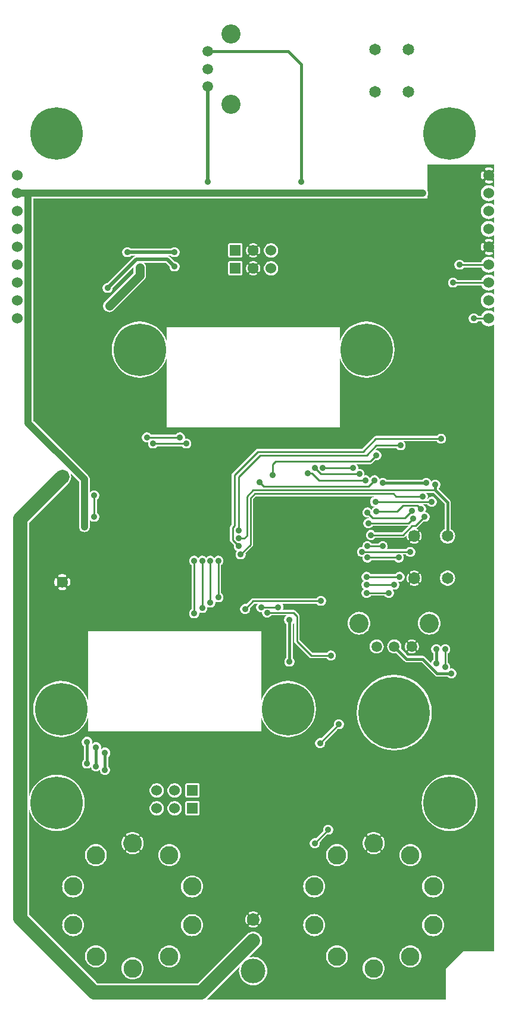
<source format=gbr>
G04 start of page 3 for group 1 idx 1 *
G04 Title: (unknown), bottom *
G04 Creator: pcb 20140316 *
G04 CreationDate: Thu 09 Feb 2017 01:57:55 AM GMT UTC *
G04 For: railfan *
G04 Format: Gerber/RS-274X *
G04 PCB-Dimensions (mil): 2750.00 5500.00 *
G04 PCB-Coordinate-Origin: lower left *
%MOIN*%
%FSLAX25Y25*%
%LNBOTTOM*%
%ADD73C,0.1180*%
%ADD72C,0.0350*%
%ADD71C,0.0870*%
%ADD70C,0.0390*%
%ADD69C,0.2500*%
%ADD68C,0.0730*%
%ADD67C,0.1285*%
%ADD66C,0.0380*%
%ADD65C,0.0360*%
%ADD64C,0.1380*%
%ADD63C,0.0700*%
%ADD62C,0.0650*%
%ADD61C,0.1070*%
%ADD60C,0.0590*%
%ADD59C,0.4000*%
%ADD58C,0.1030*%
%ADD57C,0.2937*%
%ADD56C,0.0600*%
%ADD55C,0.0500*%
%ADD54C,0.0200*%
%ADD53C,0.0400*%
%ADD52C,0.0800*%
%ADD51C,0.0150*%
%ADD50C,0.0100*%
%ADD49C,0.0001*%
G54D49*G36*
X89500Y225000D02*X60500D01*
Y302000D01*
X89500D01*
Y225000D01*
G37*
G36*
X197500Y450500D02*Y424500D01*
X150146D01*
X149858Y424746D01*
X149322Y425075D01*
X148740Y425316D01*
X148128Y425463D01*
X147500Y425512D01*
X146872Y425463D01*
X146260Y425316D01*
X145678Y425075D01*
X145142Y424746D01*
X144854Y424500D01*
X139672D01*
X139678Y424558D01*
X139674Y424636D01*
X139658Y424713D01*
X139630Y424787D01*
X139591Y424855D01*
X139542Y424916D01*
X139483Y424969D01*
X139417Y425011D01*
X139092Y425174D01*
X138752Y425303D01*
X138402Y425401D01*
X138044Y425467D01*
X137682Y425500D01*
X137318D01*
X136956Y425467D01*
X136598Y425401D01*
X136248Y425303D01*
X135908Y425174D01*
X135581Y425015D01*
X135515Y424972D01*
X135456Y424919D01*
X135406Y424857D01*
X135367Y424788D01*
X135339Y424714D01*
X135323Y424637D01*
X135319Y424558D01*
X135325Y424500D01*
X131491D01*
X131491Y424657D01*
X131454Y424810D01*
X131394Y424955D01*
X131312Y425090D01*
X131209Y425209D01*
X131090Y425312D01*
X130955Y425394D01*
X130810Y425454D01*
X130657Y425491D01*
X130500Y425500D01*
X124343Y425491D01*
X124190Y425454D01*
X124045Y425394D01*
X123910Y425312D01*
X123791Y425209D01*
X123688Y425090D01*
X123606Y424955D01*
X123546Y424810D01*
X123509Y424657D01*
X123500Y424500D01*
X77500D01*
Y450500D01*
X197500D01*
G37*
G36*
X269502Y448986D02*X270206Y449042D01*
X270895Y449207D01*
X271549Y449478D01*
X272153Y449848D01*
X272500Y450144D01*
Y447500D01*
X271585D01*
X271549Y447522D01*
X270895Y447793D01*
X270206Y447958D01*
X269502Y448014D01*
Y448986D01*
G37*
G36*
X272500Y469500D02*Y465496D01*
X272488Y465488D01*
X272404Y465405D01*
X272333Y465309D01*
X272279Y465204D01*
X272241Y465092D01*
X272222Y464975D01*
X272221Y464856D01*
X272239Y464739D01*
X272277Y464626D01*
X272376Y464355D01*
X272444Y464075D01*
X272486Y463789D01*
X272500Y463500D01*
X272486Y463211D01*
X272444Y462925D01*
X272376Y462645D01*
X272280Y462372D01*
X272242Y462261D01*
X272225Y462144D01*
X272225Y462026D01*
X272245Y461909D01*
X272282Y461797D01*
X272336Y461693D01*
X272406Y461598D01*
X272491Y461515D01*
X272500Y461508D01*
Y456856D01*
X272153Y457152D01*
X271549Y457522D01*
X270895Y457793D01*
X270206Y457958D01*
X269502Y458014D01*
Y458995D01*
X269933Y459016D01*
X270363Y459078D01*
X270784Y459182D01*
X271194Y459325D01*
X271300Y459378D01*
X271396Y459447D01*
X271481Y459530D01*
X271551Y459625D01*
X271606Y459731D01*
X271643Y459843D01*
X271663Y459960D01*
X271664Y460079D01*
X271646Y460196D01*
X271610Y460309D01*
X271557Y460415D01*
X271488Y460512D01*
X271405Y460596D01*
X271309Y460667D01*
X271204Y460721D01*
X271092Y460759D01*
X270975Y460778D01*
X270856Y460779D01*
X270739Y460761D01*
X270626Y460723D01*
X270355Y460624D01*
X270075Y460556D01*
X269789Y460514D01*
X269502Y460500D01*
Y466500D01*
X269789Y466486D01*
X270075Y466444D01*
X270355Y466376D01*
X270628Y466280D01*
X270739Y466242D01*
X270856Y466225D01*
X270974Y466225D01*
X271091Y466245D01*
X271203Y466282D01*
X271307Y466336D01*
X271402Y466406D01*
X271485Y466491D01*
X271554Y466587D01*
X271607Y466692D01*
X271643Y466805D01*
X271660Y466921D01*
X271659Y467039D01*
X271640Y467156D01*
X271603Y467268D01*
X271548Y467373D01*
X271478Y467468D01*
X271394Y467551D01*
X271298Y467619D01*
X271192Y467670D01*
X270784Y467818D01*
X270363Y467922D01*
X269933Y467984D01*
X269502Y468005D01*
Y469500D01*
X272500D01*
G37*
G36*
X265887Y450802D02*X266308Y450308D01*
X266847Y449848D01*
X267451Y449478D01*
X268105Y449207D01*
X268794Y449042D01*
X269500Y448986D01*
X269502Y448986D01*
Y448014D01*
X269500Y448014D01*
X268794Y447958D01*
X268105Y447793D01*
X267451Y447522D01*
X267415Y447500D01*
X265887D01*
Y450802D01*
G37*
G36*
X269502Y458014D02*X269500Y458014D01*
X268794Y457958D01*
X268105Y457793D01*
X267451Y457522D01*
X266847Y457152D01*
X266308Y456692D01*
X265887Y456198D01*
Y461349D01*
X265960Y461337D01*
X266079Y461336D01*
X266196Y461354D01*
X266309Y461390D01*
X266415Y461443D01*
X266512Y461512D01*
X266596Y461595D01*
X266667Y461691D01*
X266721Y461796D01*
X266759Y461908D01*
X266778Y462025D01*
X266779Y462144D01*
X266761Y462261D01*
X266723Y462374D01*
X266624Y462645D01*
X266556Y462925D01*
X266514Y463211D01*
X266500Y463500D01*
X266514Y463789D01*
X266556Y464075D01*
X266624Y464355D01*
X266720Y464628D01*
X266758Y464739D01*
X266775Y464856D01*
X266775Y464974D01*
X266755Y465091D01*
X266718Y465203D01*
X266664Y465307D01*
X266594Y465402D01*
X266509Y465485D01*
X266413Y465554D01*
X266308Y465607D01*
X266195Y465643D01*
X266079Y465660D01*
X265961Y465659D01*
X265887Y465647D01*
Y469500D01*
X269502D01*
Y468005D01*
X269500Y468005D01*
X269067Y467984D01*
X268637Y467922D01*
X268216Y467818D01*
X267806Y467675D01*
X267700Y467622D01*
X267604Y467553D01*
X267519Y467470D01*
X267449Y467375D01*
X267394Y467269D01*
X267357Y467157D01*
X267337Y467040D01*
X267336Y466921D01*
X267354Y466804D01*
X267390Y466691D01*
X267443Y466585D01*
X267512Y466488D01*
X267595Y466404D01*
X267691Y466333D01*
X267796Y466279D01*
X267908Y466241D01*
X268025Y466222D01*
X268144Y466221D01*
X268261Y466239D01*
X268374Y466277D01*
X268645Y466376D01*
X268925Y466444D01*
X269211Y466486D01*
X269500Y466500D01*
X269502Y466500D01*
Y460500D01*
X269500Y460500D01*
X269211Y460514D01*
X268925Y460556D01*
X268645Y460624D01*
X268372Y460720D01*
X268261Y460758D01*
X268144Y460775D01*
X268026Y460775D01*
X267909Y460755D01*
X267797Y460718D01*
X267693Y460664D01*
X267598Y460594D01*
X267515Y460509D01*
X267446Y460413D01*
X267393Y460308D01*
X267357Y460195D01*
X267340Y460079D01*
X267341Y459961D01*
X267360Y459844D01*
X267397Y459732D01*
X267452Y459627D01*
X267522Y459532D01*
X267606Y459449D01*
X267702Y459381D01*
X267808Y459330D01*
X268216Y459182D01*
X268637Y459078D01*
X269067Y459016D01*
X269500Y458995D01*
X269502Y458995D01*
Y458014D01*
G37*
G36*
X265887Y456198D02*X265848Y456153D01*
X265478Y455549D01*
X265207Y454895D01*
X265042Y454206D01*
X264986Y453500D01*
X265042Y452794D01*
X265207Y452105D01*
X265478Y451451D01*
X265848Y450847D01*
X265887Y450802D01*
Y447500D01*
X235000D01*
Y451838D01*
X235181Y452134D01*
X235362Y452570D01*
X235472Y453029D01*
X235509Y453500D01*
X235472Y453971D01*
X235362Y454430D01*
X235181Y454866D01*
X235000Y455162D01*
Y469500D01*
X265887D01*
Y465647D01*
X265844Y465640D01*
X265732Y465603D01*
X265627Y465548D01*
X265532Y465478D01*
X265449Y465394D01*
X265381Y465298D01*
X265330Y465192D01*
X265182Y464784D01*
X265078Y464363D01*
X265016Y463933D01*
X264995Y463500D01*
X265016Y463067D01*
X265078Y462637D01*
X265182Y462216D01*
X265325Y461806D01*
X265378Y461700D01*
X265447Y461604D01*
X265530Y461519D01*
X265625Y461449D01*
X265731Y461394D01*
X265843Y461357D01*
X265887Y461349D01*
Y456198D01*
G37*
G36*
X210246Y267500D02*X224379D01*
X220729Y263850D01*
X210246D01*
Y267500D01*
G37*
G36*
X269502Y378986D02*X270206Y379042D01*
X270895Y379207D01*
X271549Y379478D01*
X272153Y379848D01*
X272500Y380144D01*
Y29500D01*
X269502D01*
Y378986D01*
G37*
G36*
Y388986D02*X270206Y389042D01*
X270895Y389207D01*
X271549Y389478D01*
X272153Y389848D01*
X272500Y390144D01*
Y386856D01*
X272153Y387152D01*
X271549Y387522D01*
X270895Y387793D01*
X270206Y387958D01*
X269502Y388014D01*
Y388986D01*
G37*
G36*
Y398986D02*X270206Y399042D01*
X270895Y399207D01*
X271549Y399478D01*
X272153Y399848D01*
X272500Y400144D01*
Y396856D01*
X272153Y397152D01*
X271549Y397522D01*
X270895Y397793D01*
X270206Y397958D01*
X269502Y398014D01*
Y398986D01*
G37*
G36*
Y408986D02*X270206Y409042D01*
X270895Y409207D01*
X271549Y409478D01*
X272153Y409848D01*
X272500Y410144D01*
Y406856D01*
X272153Y407152D01*
X271549Y407522D01*
X270895Y407793D01*
X270206Y407958D01*
X269502Y408014D01*
Y408986D01*
G37*
G36*
Y428986D02*X270206Y429042D01*
X270895Y429207D01*
X271549Y429478D01*
X272153Y429848D01*
X272500Y430144D01*
Y425496D01*
X272488Y425488D01*
X272404Y425405D01*
X272333Y425309D01*
X272279Y425204D01*
X272241Y425092D01*
X272222Y424975D01*
X272221Y424856D01*
X272239Y424739D01*
X272277Y424626D01*
X272376Y424355D01*
X272444Y424075D01*
X272486Y423789D01*
X272500Y423500D01*
X272486Y423211D01*
X272444Y422925D01*
X272376Y422645D01*
X272280Y422372D01*
X272242Y422261D01*
X272225Y422144D01*
X272225Y422026D01*
X272245Y421909D01*
X272282Y421797D01*
X272336Y421693D01*
X272406Y421598D01*
X272491Y421515D01*
X272500Y421508D01*
Y416856D01*
X272153Y417152D01*
X271549Y417522D01*
X270895Y417793D01*
X270206Y417958D01*
X269502Y418014D01*
Y418995D01*
X269933Y419016D01*
X270363Y419078D01*
X270784Y419182D01*
X271194Y419325D01*
X271300Y419378D01*
X271396Y419447D01*
X271481Y419530D01*
X271551Y419625D01*
X271606Y419731D01*
X271643Y419843D01*
X271663Y419960D01*
X271664Y420079D01*
X271646Y420196D01*
X271610Y420309D01*
X271557Y420415D01*
X271488Y420512D01*
X271405Y420596D01*
X271309Y420667D01*
X271204Y420721D01*
X271092Y420759D01*
X270975Y420778D01*
X270856Y420779D01*
X270739Y420761D01*
X270626Y420723D01*
X270355Y420624D01*
X270075Y420556D01*
X269789Y420514D01*
X269502Y420500D01*
Y426500D01*
X269789Y426486D01*
X270075Y426444D01*
X270355Y426376D01*
X270628Y426280D01*
X270739Y426242D01*
X270856Y426225D01*
X270974Y426225D01*
X271091Y426245D01*
X271203Y426282D01*
X271307Y426336D01*
X271402Y426406D01*
X271485Y426491D01*
X271554Y426587D01*
X271607Y426692D01*
X271643Y426805D01*
X271660Y426921D01*
X271659Y427039D01*
X271640Y427156D01*
X271603Y427268D01*
X271548Y427373D01*
X271478Y427468D01*
X271394Y427551D01*
X271298Y427619D01*
X271192Y427670D01*
X270784Y427818D01*
X270363Y427922D01*
X269933Y427984D01*
X269502Y428005D01*
Y428986D01*
G37*
G36*
Y438986D02*X270206Y439042D01*
X270895Y439207D01*
X271549Y439478D01*
X272153Y439848D01*
X272500Y440144D01*
Y436856D01*
X272153Y437152D01*
X271549Y437522D01*
X270895Y437793D01*
X270206Y437958D01*
X269502Y438014D01*
Y438986D01*
G37*
G36*
Y448986D02*X270206Y449042D01*
X270895Y449207D01*
X271549Y449478D01*
X272153Y449848D01*
X272500Y450144D01*
Y446856D01*
X272153Y447152D01*
X271549Y447522D01*
X270895Y447793D01*
X270206Y447958D01*
X269502Y448014D01*
Y448986D01*
G37*
G36*
X265887Y380802D02*X266308Y380308D01*
X266847Y379848D01*
X267451Y379478D01*
X268105Y379207D01*
X268794Y379042D01*
X269500Y378986D01*
X269502Y378986D01*
Y29500D01*
X265887D01*
Y380802D01*
G37*
G36*
Y390802D02*X266308Y390308D01*
X266847Y389848D01*
X267451Y389478D01*
X268105Y389207D01*
X268794Y389042D01*
X269500Y388986D01*
X269502Y388986D01*
Y388014D01*
X269500Y388014D01*
X268794Y387958D01*
X268105Y387793D01*
X267451Y387522D01*
X266847Y387152D01*
X266308Y386692D01*
X265887Y386198D01*
Y390802D01*
G37*
G36*
Y400802D02*X266308Y400308D01*
X266847Y399848D01*
X267451Y399478D01*
X268105Y399207D01*
X268794Y399042D01*
X269500Y398986D01*
X269502Y398986D01*
Y398014D01*
X269500Y398014D01*
X268794Y397958D01*
X268105Y397793D01*
X267451Y397522D01*
X266847Y397152D01*
X266308Y396692D01*
X265887Y396198D01*
Y400802D01*
G37*
G36*
Y410802D02*X266308Y410308D01*
X266847Y409848D01*
X267451Y409478D01*
X268105Y409207D01*
X268794Y409042D01*
X269500Y408986D01*
X269502Y408986D01*
Y408014D01*
X269500Y408014D01*
X268794Y407958D01*
X268105Y407793D01*
X267451Y407522D01*
X266847Y407152D01*
X266308Y406692D01*
X265887Y406198D01*
Y410802D01*
G37*
G36*
Y430802D02*X266308Y430308D01*
X266847Y429848D01*
X267451Y429478D01*
X268105Y429207D01*
X268794Y429042D01*
X269500Y428986D01*
X269502Y428986D01*
Y428005D01*
X269500Y428005D01*
X269067Y427984D01*
X268637Y427922D01*
X268216Y427818D01*
X267806Y427675D01*
X267700Y427622D01*
X267604Y427553D01*
X267519Y427470D01*
X267449Y427375D01*
X267394Y427269D01*
X267357Y427157D01*
X267337Y427040D01*
X267336Y426921D01*
X267354Y426804D01*
X267390Y426691D01*
X267443Y426585D01*
X267512Y426488D01*
X267595Y426404D01*
X267691Y426333D01*
X267796Y426279D01*
X267908Y426241D01*
X268025Y426222D01*
X268144Y426221D01*
X268261Y426239D01*
X268374Y426277D01*
X268645Y426376D01*
X268925Y426444D01*
X269211Y426486D01*
X269500Y426500D01*
X269502Y426500D01*
Y420500D01*
X269500Y420500D01*
X269211Y420514D01*
X268925Y420556D01*
X268645Y420624D01*
X268372Y420720D01*
X268261Y420758D01*
X268144Y420775D01*
X268026Y420775D01*
X267909Y420755D01*
X267797Y420718D01*
X267693Y420664D01*
X267598Y420594D01*
X267515Y420509D01*
X267446Y420413D01*
X267393Y420308D01*
X267357Y420195D01*
X267340Y420079D01*
X267341Y419961D01*
X267360Y419844D01*
X267397Y419732D01*
X267452Y419627D01*
X267522Y419532D01*
X267606Y419449D01*
X267702Y419381D01*
X267808Y419330D01*
X268216Y419182D01*
X268637Y419078D01*
X269067Y419016D01*
X269500Y418995D01*
X269502Y418995D01*
Y418014D01*
X269500Y418014D01*
X268794Y417958D01*
X268105Y417793D01*
X267451Y417522D01*
X266847Y417152D01*
X266308Y416692D01*
X265887Y416198D01*
Y421349D01*
X265960Y421337D01*
X266079Y421336D01*
X266196Y421354D01*
X266309Y421390D01*
X266415Y421443D01*
X266512Y421512D01*
X266596Y421595D01*
X266667Y421691D01*
X266721Y421796D01*
X266759Y421908D01*
X266778Y422025D01*
X266779Y422144D01*
X266761Y422261D01*
X266723Y422374D01*
X266624Y422645D01*
X266556Y422925D01*
X266514Y423211D01*
X266500Y423500D01*
X266514Y423789D01*
X266556Y424075D01*
X266624Y424355D01*
X266720Y424628D01*
X266758Y424739D01*
X266775Y424856D01*
X266775Y424974D01*
X266755Y425091D01*
X266718Y425203D01*
X266664Y425307D01*
X266594Y425402D01*
X266509Y425485D01*
X266413Y425554D01*
X266308Y425607D01*
X266195Y425643D01*
X266079Y425660D01*
X265961Y425659D01*
X265887Y425647D01*
Y430802D01*
G37*
G36*
Y440802D02*X266308Y440308D01*
X266847Y439848D01*
X267451Y439478D01*
X268105Y439207D01*
X268794Y439042D01*
X269500Y438986D01*
X269502Y438986D01*
Y438014D01*
X269500Y438014D01*
X268794Y437958D01*
X268105Y437793D01*
X267451Y437522D01*
X266847Y437152D01*
X266308Y436692D01*
X265887Y436198D01*
Y440802D01*
G37*
G36*
Y450500D02*X266144D01*
X266308Y450308D01*
X266847Y449848D01*
X267451Y449478D01*
X268105Y449207D01*
X268794Y449042D01*
X269500Y448986D01*
X269502Y448986D01*
Y448014D01*
X269500Y448014D01*
X268794Y447958D01*
X268105Y447793D01*
X267451Y447522D01*
X266847Y447152D01*
X266308Y446692D01*
X265887Y446198D01*
Y450500D01*
G37*
G36*
X246343D02*X265887D01*
Y446198D01*
X265848Y446153D01*
X265478Y445549D01*
X265207Y444895D01*
X265042Y444206D01*
X264986Y443500D01*
X265042Y442794D01*
X265207Y442105D01*
X265478Y441451D01*
X265848Y440847D01*
X265887Y440802D01*
Y436198D01*
X265848Y436153D01*
X265478Y435549D01*
X265207Y434895D01*
X265042Y434206D01*
X264986Y433500D01*
X265042Y432794D01*
X265207Y432105D01*
X265478Y431451D01*
X265848Y430847D01*
X265887Y430802D01*
Y425647D01*
X265844Y425640D01*
X265732Y425603D01*
X265627Y425548D01*
X265532Y425478D01*
X265449Y425394D01*
X265381Y425298D01*
X265330Y425192D01*
X265182Y424784D01*
X265078Y424363D01*
X265016Y423933D01*
X264995Y423500D01*
X265016Y423067D01*
X265078Y422637D01*
X265182Y422216D01*
X265325Y421806D01*
X265378Y421700D01*
X265447Y421604D01*
X265530Y421519D01*
X265625Y421449D01*
X265731Y421394D01*
X265843Y421357D01*
X265887Y421349D01*
Y416198D01*
X265848Y416153D01*
X265478Y415549D01*
X265251Y415000D01*
X255365D01*
X255272Y415151D01*
X254986Y415486D01*
X254651Y415772D01*
X254275Y416003D01*
X253868Y416171D01*
X253439Y416274D01*
X253000Y416309D01*
X252561Y416274D01*
X252132Y416171D01*
X251725Y416003D01*
X251349Y415772D01*
X251014Y415486D01*
X250728Y415151D01*
X250497Y414775D01*
X250329Y414368D01*
X250226Y413939D01*
X250191Y413500D01*
X250226Y413061D01*
X250329Y412632D01*
X250497Y412225D01*
X250728Y411849D01*
X251014Y411514D01*
X251349Y411228D01*
X251725Y410997D01*
X252132Y410829D01*
X252561Y410726D01*
X253000Y410691D01*
X253439Y410726D01*
X253868Y410829D01*
X254275Y410997D01*
X254651Y411228D01*
X254986Y411514D01*
X255272Y411849D01*
X255365Y412000D01*
X265251D01*
X265478Y411451D01*
X265848Y410847D01*
X265887Y410802D01*
Y406198D01*
X265848Y406153D01*
X265478Y405549D01*
X265251Y405000D01*
X251865D01*
X251772Y405151D01*
X251486Y405486D01*
X251151Y405772D01*
X250775Y406003D01*
X250368Y406171D01*
X249939Y406274D01*
X249500Y406309D01*
X249061Y406274D01*
X248632Y406171D01*
X248225Y406003D01*
X247849Y405772D01*
X247514Y405486D01*
X247228Y405151D01*
X246997Y404775D01*
X246829Y404368D01*
X246726Y403939D01*
X246691Y403500D01*
X246726Y403061D01*
X246829Y402632D01*
X246997Y402225D01*
X247228Y401849D01*
X247514Y401514D01*
X247849Y401228D01*
X248225Y400997D01*
X248632Y400829D01*
X249061Y400726D01*
X249500Y400691D01*
X249939Y400726D01*
X250368Y400829D01*
X250775Y400997D01*
X251151Y401228D01*
X251486Y401514D01*
X251772Y401849D01*
X251865Y402000D01*
X265251D01*
X265478Y401451D01*
X265848Y400847D01*
X265887Y400802D01*
Y396198D01*
X265848Y396153D01*
X265478Y395549D01*
X265207Y394895D01*
X265042Y394206D01*
X264986Y393500D01*
X265042Y392794D01*
X265207Y392105D01*
X265478Y391451D01*
X265848Y390847D01*
X265887Y390802D01*
Y386198D01*
X265848Y386153D01*
X265478Y385549D01*
X265251Y385000D01*
X263365D01*
X263272Y385151D01*
X262986Y385486D01*
X262651Y385772D01*
X262275Y386003D01*
X261868Y386171D01*
X261439Y386274D01*
X261000Y386309D01*
X260561Y386274D01*
X260132Y386171D01*
X259725Y386003D01*
X259349Y385772D01*
X259014Y385486D01*
X258728Y385151D01*
X258497Y384775D01*
X258329Y384368D01*
X258226Y383939D01*
X258191Y383500D01*
X258226Y383061D01*
X258329Y382632D01*
X258497Y382225D01*
X258728Y381849D01*
X259014Y381514D01*
X259349Y381228D01*
X259725Y380997D01*
X260132Y380829D01*
X260561Y380726D01*
X261000Y380691D01*
X261439Y380726D01*
X261868Y380829D01*
X262275Y380997D01*
X262651Y381228D01*
X262986Y381514D01*
X263272Y381849D01*
X263365Y382000D01*
X265251D01*
X265478Y381451D01*
X265848Y380847D01*
X265887Y380802D01*
Y29500D01*
X255000D01*
X246343Y20843D01*
Y96859D01*
X247500Y96768D01*
X249961Y96961D01*
X252362Y97538D01*
X254642Y98482D01*
X256747Y99772D01*
X258624Y101376D01*
X260228Y103253D01*
X261518Y105358D01*
X262462Y107638D01*
X263039Y110039D01*
X263184Y112500D01*
X263039Y114961D01*
X262462Y117362D01*
X261518Y119642D01*
X260228Y121747D01*
X258624Y123624D01*
X256747Y125228D01*
X254642Y126518D01*
X252362Y127462D01*
X249961Y128039D01*
X247500Y128232D01*
X246343Y128141D01*
Y183214D01*
X246514Y183014D01*
X246849Y182728D01*
X247225Y182497D01*
X247632Y182329D01*
X248061Y182226D01*
X248500Y182191D01*
X248939Y182226D01*
X249368Y182329D01*
X249775Y182497D01*
X250151Y182728D01*
X250486Y183014D01*
X250772Y183349D01*
X251003Y183725D01*
X251171Y184132D01*
X251274Y184561D01*
X251300Y185000D01*
X251274Y185439D01*
X251171Y185868D01*
X251003Y186275D01*
X250772Y186651D01*
X250486Y186986D01*
X250151Y187272D01*
X249775Y187503D01*
X249368Y187671D01*
X248939Y187774D01*
X248500Y187809D01*
X248061Y187774D01*
X247684Y187684D01*
X247774Y188061D01*
X247800Y188500D01*
X247774Y188939D01*
X247671Y189368D01*
X247503Y189775D01*
X247272Y190151D01*
X246986Y190486D01*
X246651Y190772D01*
X246500Y190865D01*
Y196135D01*
X246651Y196228D01*
X246986Y196514D01*
X247272Y196849D01*
X247503Y197225D01*
X247671Y197632D01*
X247774Y198061D01*
X247800Y198500D01*
X247774Y198939D01*
X247671Y199368D01*
X247503Y199775D01*
X247272Y200151D01*
X246986Y200486D01*
X246651Y200772D01*
X246343Y200961D01*
Y233937D01*
X246350Y233937D01*
X247017Y233989D01*
X247667Y234146D01*
X248285Y234402D01*
X248856Y234751D01*
X249364Y235186D01*
X249799Y235694D01*
X250148Y236265D01*
X250404Y236883D01*
X250561Y237533D01*
X250600Y238200D01*
X250561Y238867D01*
X250404Y239517D01*
X250148Y240135D01*
X249799Y240706D01*
X249364Y241214D01*
X248856Y241649D01*
X248285Y241998D01*
X247667Y242254D01*
X247017Y242411D01*
X246350Y242463D01*
X246343Y242463D01*
Y257537D01*
X246350Y257537D01*
X247017Y257589D01*
X247667Y257746D01*
X248285Y258002D01*
X248856Y258351D01*
X249364Y258786D01*
X249799Y259294D01*
X250148Y259865D01*
X250404Y260483D01*
X250561Y261133D01*
X250600Y261800D01*
X250561Y262467D01*
X250404Y263117D01*
X250148Y263735D01*
X249799Y264306D01*
X249364Y264814D01*
X248856Y265249D01*
X248285Y265598D01*
X248100Y265675D01*
Y280581D01*
X248105Y280650D01*
X248084Y280924D01*
X248084Y280925D01*
X248019Y281192D01*
X247914Y281447D01*
X247770Y281682D01*
X247591Y281891D01*
X247539Y281936D01*
X246343Y283131D01*
Y450500D01*
G37*
G36*
Y200961D02*X246275Y201003D01*
X245868Y201171D01*
X245439Y201274D01*
X245000Y201309D01*
X244561Y201274D01*
X244132Y201171D01*
X243725Y201003D01*
X243349Y200772D01*
X243014Y200486D01*
X242728Y200151D01*
X242500Y199779D01*
X242272Y200151D01*
X241986Y200486D01*
X241651Y200772D01*
X241275Y201003D01*
X240868Y201171D01*
X240439Y201274D01*
X240000Y201309D01*
X239561Y201274D01*
X239132Y201171D01*
X238725Y201003D01*
X238349Y200772D01*
X238278Y200711D01*
Y206986D01*
X239077Y207317D01*
X239929Y207839D01*
X240689Y208488D01*
X241338Y209248D01*
X241860Y210100D01*
X242243Y211024D01*
X242476Y211996D01*
X242535Y212992D01*
X242476Y213988D01*
X242243Y214960D01*
X241860Y215884D01*
X241338Y216736D01*
X240689Y217496D01*
X239929Y218145D01*
X239077Y218667D01*
X238278Y218998D01*
Y278307D01*
X238368Y278329D01*
X238775Y278497D01*
X239151Y278728D01*
X239486Y279014D01*
X239772Y279349D01*
X240003Y279725D01*
X240171Y280132D01*
X240274Y280561D01*
X240300Y281000D01*
X240274Y281439D01*
X240171Y281868D01*
X240003Y282275D01*
X239772Y282651D01*
X239486Y282986D01*
X239151Y283272D01*
X238775Y283503D01*
X238368Y283671D01*
X238278Y283693D01*
Y286000D01*
X238525D01*
X244600Y279925D01*
Y265675D01*
X244415Y265598D01*
X243844Y265249D01*
X243336Y264814D01*
X242901Y264306D01*
X242552Y263735D01*
X242296Y263117D01*
X242139Y262467D01*
X242087Y261800D01*
X242139Y261133D01*
X242296Y260483D01*
X242552Y259865D01*
X242901Y259294D01*
X243336Y258786D01*
X243844Y258351D01*
X244415Y258002D01*
X245033Y257746D01*
X245683Y257589D01*
X246343Y257537D01*
Y242463D01*
X245683Y242411D01*
X245033Y242254D01*
X244415Y241998D01*
X243844Y241649D01*
X243336Y241214D01*
X242901Y240706D01*
X242552Y240135D01*
X242296Y239517D01*
X242139Y238867D01*
X242087Y238200D01*
X242139Y237533D01*
X242296Y236883D01*
X242552Y236265D01*
X242901Y235694D01*
X243336Y235186D01*
X243844Y234751D01*
X244415Y234402D01*
X245033Y234146D01*
X245683Y233989D01*
X246343Y233937D01*
Y200961D01*
G37*
G36*
Y128141D02*X245039Y128039D01*
X242638Y127462D01*
X240358Y126518D01*
X238278Y125243D01*
Y184748D01*
X239214Y183811D01*
X239259Y183759D01*
X239468Y183580D01*
X239468Y183580D01*
X239703Y183436D01*
X239958Y183331D01*
X240225Y183266D01*
X240500Y183245D01*
X240569Y183250D01*
X246312D01*
X246343Y183214D01*
Y128141D01*
G37*
G36*
Y20843D02*X245500Y20000D01*
Y2500D01*
X238278D01*
Y38016D01*
X238287Y38015D01*
X239252Y38091D01*
X240193Y38317D01*
X241088Y38687D01*
X241913Y39193D01*
X242649Y39822D01*
X243278Y40558D01*
X243784Y41383D01*
X244154Y42278D01*
X244380Y43219D01*
X244437Y44184D01*
X244380Y45149D01*
X244154Y46090D01*
X243784Y46985D01*
X243278Y47810D01*
X242649Y48546D01*
X241913Y49175D01*
X241088Y49681D01*
X240193Y50051D01*
X239252Y50277D01*
X238287Y50353D01*
X238278Y50352D01*
Y59647D01*
X238287Y59646D01*
X239252Y59722D01*
X240193Y59948D01*
X241088Y60318D01*
X241913Y60824D01*
X242649Y61453D01*
X243278Y62189D01*
X243784Y63014D01*
X244154Y63909D01*
X244380Y64850D01*
X244437Y65815D01*
X244380Y66780D01*
X244154Y67721D01*
X243784Y68616D01*
X243278Y69441D01*
X242649Y70177D01*
X241913Y70806D01*
X241088Y71312D01*
X240193Y71682D01*
X239252Y71908D01*
X238287Y71984D01*
X238278Y71983D01*
Y99757D01*
X240358Y98482D01*
X242638Y97538D01*
X245039Y96961D01*
X246343Y96859D01*
Y20843D01*
G37*
G36*
X238278Y450500D02*X246343D01*
Y283131D01*
X241250Y288225D01*
Y288312D01*
X241486Y288514D01*
X241772Y288849D01*
X242003Y289225D01*
X242171Y289632D01*
X242274Y290061D01*
X242300Y290500D01*
X242274Y290939D01*
X242171Y291368D01*
X242003Y291775D01*
X241772Y292151D01*
X241486Y292486D01*
X241151Y292772D01*
X240775Y293003D01*
X240368Y293171D01*
X239939Y293274D01*
X239500Y293309D01*
X239061Y293274D01*
X238632Y293171D01*
X238278Y293024D01*
Y314700D01*
X240335D01*
X240428Y314549D01*
X240714Y314214D01*
X241049Y313928D01*
X241425Y313697D01*
X241832Y313529D01*
X242261Y313426D01*
X242700Y313391D01*
X243139Y313426D01*
X243568Y313529D01*
X243975Y313697D01*
X244351Y313928D01*
X244686Y314214D01*
X244972Y314549D01*
X245203Y314925D01*
X245371Y315332D01*
X245474Y315761D01*
X245500Y316200D01*
X245474Y316639D01*
X245371Y317068D01*
X245203Y317475D01*
X244972Y317851D01*
X244686Y318186D01*
X244351Y318472D01*
X243975Y318703D01*
X243568Y318871D01*
X243139Y318974D01*
X242700Y319009D01*
X242261Y318974D01*
X241832Y318871D01*
X241425Y318703D01*
X241049Y318472D01*
X240714Y318186D01*
X240428Y317851D01*
X240335Y317700D01*
X238278D01*
Y450500D01*
G37*
G36*
Y293024D02*X238225Y293003D01*
X237849Y292772D01*
X237514Y292486D01*
X237228Y292151D01*
X237225Y292146D01*
X237171Y292368D01*
X237003Y292775D01*
X236772Y293151D01*
X236486Y293486D01*
X236151Y293772D01*
X235775Y294003D01*
X235368Y294171D01*
X234939Y294274D01*
X234500Y294309D01*
X234061Y294274D01*
X233632Y294171D01*
X233225Y294003D01*
X232849Y293772D01*
X232514Y293486D01*
X232312Y293250D01*
X231919D01*
Y314700D01*
X238278D01*
Y293024D01*
G37*
G36*
Y283693D02*X237939Y283774D01*
X237500Y283809D01*
X237061Y283774D01*
X236632Y283671D01*
X236225Y283503D01*
X235849Y283272D01*
X235514Y282986D01*
X235228Y282651D01*
X235135Y282500D01*
X234865D01*
X235003Y282725D01*
X235171Y283132D01*
X235274Y283561D01*
X235300Y284000D01*
X235274Y284439D01*
X235171Y284868D01*
X235003Y285275D01*
X234772Y285651D01*
X234486Y285986D01*
X234470Y286000D01*
X238278D01*
Y283693D01*
G37*
G36*
Y218998D02*X238153Y219050D01*
X237181Y219283D01*
X236185Y219362D01*
X235189Y219283D01*
X234217Y219050D01*
X233293Y218667D01*
X232441Y218145D01*
X231919Y217699D01*
Y268798D01*
X232889Y269767D01*
X233061Y269726D01*
X233500Y269691D01*
X233939Y269726D01*
X234368Y269829D01*
X234775Y269997D01*
X235151Y270228D01*
X235486Y270514D01*
X235772Y270849D01*
X236003Y271225D01*
X236171Y271632D01*
X236274Y272061D01*
X236300Y272500D01*
X236274Y272939D01*
X236171Y273368D01*
X236003Y273775D01*
X235772Y274151D01*
X235486Y274486D01*
X235151Y274772D01*
X234775Y275003D01*
X234368Y275171D01*
X233939Y275274D01*
X233723Y275291D01*
X233772Y275349D01*
X234003Y275725D01*
X234171Y276132D01*
X234274Y276561D01*
X234300Y277000D01*
X234274Y277439D01*
X234171Y277868D01*
X234003Y278275D01*
X233772Y278651D01*
X233486Y278986D01*
X233151Y279272D01*
X232779Y279500D01*
X235135D01*
X235228Y279349D01*
X235514Y279014D01*
X235849Y278728D01*
X236225Y278497D01*
X236632Y278329D01*
X237061Y278226D01*
X237500Y278191D01*
X237939Y278226D01*
X238278Y278307D01*
Y218998D01*
G37*
G36*
Y200711D02*X238014Y200486D01*
X237728Y200151D01*
X237497Y199775D01*
X237329Y199368D01*
X237226Y198939D01*
X237191Y198500D01*
X237226Y198061D01*
X237329Y197632D01*
X237497Y197225D01*
X237728Y196849D01*
X238014Y196514D01*
X238250Y196312D01*
Y192688D01*
X238014Y192486D01*
X237728Y192151D01*
X237497Y191775D01*
X237329Y191368D01*
X237226Y190939D01*
X237212Y190763D01*
X233786Y194189D01*
X233741Y194241D01*
X233532Y194420D01*
X233297Y194564D01*
X233042Y194669D01*
X232775Y194734D01*
X232774Y194734D01*
X232500Y194755D01*
X232431Y194750D01*
X231919D01*
Y208285D01*
X232441Y207839D01*
X233293Y207317D01*
X234217Y206934D01*
X235189Y206701D01*
X236185Y206622D01*
X237181Y206701D01*
X238153Y206934D01*
X238278Y206986D01*
Y200711D01*
G37*
G36*
Y125243D02*X238253Y125228D01*
X236376Y123624D01*
X234772Y121747D01*
X233482Y119642D01*
X232538Y117362D01*
X231961Y114961D01*
X231919Y114422D01*
Y148718D01*
X233542Y150618D01*
X235269Y153437D01*
X236534Y156491D01*
X237305Y159705D01*
X237500Y163000D01*
X237305Y166295D01*
X236534Y169509D01*
X235269Y172563D01*
X233542Y175382D01*
X231919Y177282D01*
Y191106D01*
X238278Y184748D01*
Y125243D01*
G37*
G36*
Y2500D02*X231919D01*
Y110578D01*
X231961Y110039D01*
X232538Y107638D01*
X233482Y105358D01*
X234772Y103253D01*
X236376Y101376D01*
X238253Y99772D01*
X238278Y99757D01*
Y71983D01*
X237322Y71908D01*
X236381Y71682D01*
X235486Y71312D01*
X234661Y70806D01*
X233925Y70177D01*
X233296Y69441D01*
X232790Y68616D01*
X232420Y67721D01*
X232194Y66780D01*
X232118Y65815D01*
X232194Y64850D01*
X232420Y63909D01*
X232790Y63014D01*
X233296Y62189D01*
X233925Y61453D01*
X234661Y60824D01*
X235486Y60318D01*
X236381Y59948D01*
X237322Y59722D01*
X238278Y59647D01*
Y50352D01*
X237322Y50277D01*
X236381Y50051D01*
X235486Y49681D01*
X234661Y49175D01*
X233925Y48546D01*
X233296Y47810D01*
X232790Y46985D01*
X232420Y46090D01*
X232194Y45149D01*
X232118Y44184D01*
X232194Y43219D01*
X232420Y42278D01*
X232790Y41383D01*
X233296Y40558D01*
X233925Y39822D01*
X234661Y39193D01*
X235486Y38687D01*
X236381Y38317D01*
X237322Y38091D01*
X238278Y38016D01*
Y2500D01*
G37*
G36*
X231919Y450500D02*X238278D01*
Y317700D01*
X231919D01*
Y450500D01*
G37*
G36*
Y293250D02*X212188D01*
X211986Y293486D01*
X211651Y293772D01*
X211275Y294003D01*
X210868Y294171D01*
X210439Y294274D01*
X210246Y294289D01*
Y311000D01*
X217635D01*
X217728Y310849D01*
X218014Y310514D01*
X218349Y310228D01*
X218725Y309997D01*
X219132Y309829D01*
X219561Y309726D01*
X220000Y309691D01*
X220439Y309726D01*
X220868Y309829D01*
X221275Y309997D01*
X221651Y310228D01*
X221986Y310514D01*
X222272Y310849D01*
X222503Y311225D01*
X222671Y311632D01*
X222774Y312061D01*
X222800Y312500D01*
X222774Y312939D01*
X222671Y313368D01*
X222503Y313775D01*
X222272Y314151D01*
X221986Y314486D01*
X221735Y314700D01*
X231919D01*
Y293250D01*
G37*
G36*
X231151Y209109D02*X231681Y208488D01*
X231919Y208285D01*
Y194750D01*
X231151D01*
Y209109D01*
G37*
G36*
Y268030D02*X231919Y268798D01*
Y217699D01*
X231681Y217496D01*
X231151Y216875D01*
Y235905D01*
X231182Y235922D01*
X231244Y235970D01*
X231298Y236027D01*
X231341Y236093D01*
X231527Y236448D01*
X231675Y236821D01*
X231787Y237206D01*
X231862Y237600D01*
X231900Y237999D01*
Y238401D01*
X231862Y238800D01*
X231787Y239194D01*
X231675Y239579D01*
X231527Y239952D01*
X231345Y240309D01*
X231301Y240375D01*
X231247Y240433D01*
X231184Y240481D01*
X231151Y240500D01*
Y259505D01*
X231182Y259522D01*
X231244Y259570D01*
X231298Y259627D01*
X231341Y259693D01*
X231527Y260048D01*
X231675Y260421D01*
X231787Y260806D01*
X231862Y261200D01*
X231900Y261599D01*
Y262001D01*
X231862Y262400D01*
X231787Y262794D01*
X231675Y263179D01*
X231527Y263552D01*
X231345Y263909D01*
X231301Y263975D01*
X231247Y264033D01*
X231184Y264081D01*
X231151Y264100D01*
Y268030D01*
G37*
G36*
X229583Y258015D02*X229759Y258105D01*
X229825Y258149D01*
X229883Y258203D01*
X229931Y258266D01*
X229970Y258336D01*
X229996Y258410D01*
X230011Y258488D01*
X230014Y258567D01*
X230004Y258646D01*
X229982Y258722D01*
X229948Y258794D01*
X229903Y258859D01*
X229849Y258917D01*
X229786Y258966D01*
X229717Y259004D01*
X229642Y259031D01*
X229583Y259042D01*
Y264562D01*
X229641Y264573D01*
X229715Y264600D01*
X229784Y264637D01*
X229847Y264686D01*
X229900Y264743D01*
X229945Y264808D01*
X229978Y264879D01*
X230000Y264955D01*
X230010Y265033D01*
X230008Y265112D01*
X229993Y265189D01*
X229966Y265263D01*
X229928Y265332D01*
X229880Y265394D01*
X229823Y265448D01*
X229757Y265491D01*
X229583Y265582D01*
Y266459D01*
X229602Y266481D01*
X231151Y268030D01*
Y264100D01*
X231114Y264120D01*
X231040Y264146D01*
X230962Y264161D01*
X230883Y264164D01*
X230804Y264154D01*
X230728Y264132D01*
X230656Y264098D01*
X230591Y264053D01*
X230533Y263999D01*
X230484Y263936D01*
X230446Y263867D01*
X230419Y263792D01*
X230405Y263714D01*
X230402Y263635D01*
X230412Y263557D01*
X230434Y263480D01*
X230469Y263409D01*
X230612Y263138D01*
X230725Y262853D01*
X230810Y262559D01*
X230868Y262258D01*
X230896Y261953D01*
Y261647D01*
X230868Y261342D01*
X230810Y261041D01*
X230725Y260747D01*
X230612Y260462D01*
X230472Y260189D01*
X230438Y260118D01*
X230416Y260043D01*
X230406Y259965D01*
X230408Y259886D01*
X230423Y259809D01*
X230450Y259735D01*
X230487Y259666D01*
X230536Y259603D01*
X230593Y259550D01*
X230658Y259505D01*
X230729Y259472D01*
X230805Y259450D01*
X230883Y259440D01*
X230962Y259442D01*
X231039Y259457D01*
X231113Y259484D01*
X231151Y259505D01*
Y240500D01*
X231114Y240520D01*
X231040Y240546D01*
X230962Y240561D01*
X230883Y240564D01*
X230804Y240554D01*
X230728Y240532D01*
X230656Y240498D01*
X230591Y240453D01*
X230533Y240399D01*
X230484Y240336D01*
X230446Y240267D01*
X230419Y240192D01*
X230405Y240114D01*
X230402Y240035D01*
X230412Y239957D01*
X230434Y239880D01*
X230469Y239809D01*
X230612Y239538D01*
X230725Y239253D01*
X230810Y238959D01*
X230868Y238658D01*
X230896Y238353D01*
Y238047D01*
X230868Y237742D01*
X230810Y237441D01*
X230725Y237147D01*
X230612Y236862D01*
X230472Y236589D01*
X230438Y236518D01*
X230416Y236443D01*
X230406Y236365D01*
X230408Y236286D01*
X230423Y236209D01*
X230450Y236135D01*
X230487Y236066D01*
X230536Y236003D01*
X230593Y235950D01*
X230658Y235905D01*
X230729Y235872D01*
X230805Y235850D01*
X230883Y235840D01*
X230962Y235842D01*
X231039Y235857D01*
X231113Y235884D01*
X231151Y235905D01*
Y216875D01*
X231032Y216736D01*
X230510Y215884D01*
X230127Y214960D01*
X229894Y213988D01*
X229815Y212992D01*
X229894Y211996D01*
X230127Y211024D01*
X230510Y210100D01*
X231032Y209248D01*
X231151Y209109D01*
Y194750D01*
X229583D01*
Y197903D01*
X229595Y197907D01*
X229663Y197947D01*
X229724Y197996D01*
X229776Y198055D01*
X229818Y198122D01*
X229976Y198440D01*
X230102Y198774D01*
X230197Y199117D01*
X230261Y199467D01*
X230293Y199822D01*
Y200178D01*
X230261Y200533D01*
X230197Y200883D01*
X230102Y201226D01*
X229976Y201560D01*
X229821Y201880D01*
X229779Y201947D01*
X229726Y202006D01*
X229665Y202056D01*
X229596Y202095D01*
X229583Y202100D01*
Y234415D01*
X229759Y234505D01*
X229825Y234549D01*
X229883Y234603D01*
X229931Y234666D01*
X229970Y234736D01*
X229996Y234810D01*
X230011Y234888D01*
X230014Y234967D01*
X230004Y235046D01*
X229982Y235122D01*
X229948Y235194D01*
X229903Y235259D01*
X229849Y235317D01*
X229786Y235366D01*
X229717Y235404D01*
X229642Y235431D01*
X229583Y235442D01*
Y240962D01*
X229641Y240973D01*
X229715Y241000D01*
X229784Y241037D01*
X229847Y241086D01*
X229900Y241143D01*
X229945Y241208D01*
X229978Y241279D01*
X230000Y241355D01*
X230010Y241433D01*
X230008Y241512D01*
X229993Y241589D01*
X229966Y241663D01*
X229928Y241732D01*
X229880Y241794D01*
X229823Y241848D01*
X229757Y241891D01*
X229583Y241982D01*
Y258015D01*
G37*
G36*
Y235442D02*X229564Y235445D01*
X229485Y235448D01*
X229407Y235438D01*
X229330Y235416D01*
X229259Y235381D01*
X228988Y235238D01*
X228703Y235125D01*
X228409Y235040D01*
X228108Y234982D01*
X227803Y234954D01*
X227497D01*
X227192Y234982D01*
X226891Y235040D01*
X226597Y235125D01*
X226345Y235225D01*
Y241175D01*
X226597Y241275D01*
X226891Y241360D01*
X227192Y241418D01*
X227497Y241446D01*
X227803D01*
X228108Y241418D01*
X228409Y241360D01*
X228703Y241275D01*
X228988Y241162D01*
X229261Y241022D01*
X229332Y240988D01*
X229407Y240966D01*
X229485Y240956D01*
X229564Y240958D01*
X229583Y240962D01*
Y235442D01*
G37*
G36*
Y194750D02*X226345D01*
Y196050D01*
X226521D01*
X226876Y196082D01*
X227226Y196146D01*
X227569Y196241D01*
X227903Y196367D01*
X228223Y196522D01*
X228290Y196564D01*
X228349Y196617D01*
X228399Y196678D01*
X228438Y196747D01*
X228467Y196821D01*
X228484Y196898D01*
X228488Y196977D01*
X228480Y197056D01*
X228459Y197133D01*
X228427Y197205D01*
X228384Y197271D01*
X228331Y197330D01*
X228270Y197380D01*
X228202Y197420D01*
X228128Y197448D01*
X228050Y197465D01*
X227971Y197469D01*
X227892Y197461D01*
X227816Y197441D01*
X227744Y197407D01*
X227507Y197289D01*
X227258Y197195D01*
X227002Y197125D01*
X226740Y197077D01*
X226476Y197053D01*
X226345D01*
Y202947D01*
X226476D01*
X226740Y202923D01*
X227002Y202875D01*
X227258Y202805D01*
X227507Y202711D01*
X227746Y202595D01*
X227817Y202562D01*
X227893Y202542D01*
X227971Y202534D01*
X228050Y202538D01*
X228127Y202554D01*
X228200Y202583D01*
X228268Y202622D01*
X228329Y202672D01*
X228382Y202730D01*
X228425Y202797D01*
X228457Y202868D01*
X228477Y202945D01*
X228485Y203023D01*
X228481Y203101D01*
X228464Y203178D01*
X228436Y203252D01*
X228396Y203320D01*
X228347Y203381D01*
X228288Y203433D01*
X228221Y203475D01*
X227903Y203633D01*
X227569Y203759D01*
X227226Y203854D01*
X226876Y203918D01*
X226521Y203950D01*
X226345D01*
Y234154D01*
X226656Y234063D01*
X227050Y233988D01*
X227449Y233950D01*
X227851D01*
X228250Y233988D01*
X228644Y234063D01*
X229029Y234175D01*
X229402Y234323D01*
X229583Y234415D01*
Y202100D01*
X229522Y202124D01*
X229445Y202141D01*
X229366Y202145D01*
X229287Y202137D01*
X229210Y202116D01*
X229138Y202084D01*
X229072Y202041D01*
X229013Y201988D01*
X228963Y201927D01*
X228923Y201859D01*
X228895Y201785D01*
X228878Y201707D01*
X228874Y201628D01*
X228882Y201549D01*
X228902Y201473D01*
X228936Y201401D01*
X229054Y201164D01*
X229148Y200915D01*
X229218Y200659D01*
X229266Y200397D01*
X229290Y200133D01*
Y199867D01*
X229266Y199603D01*
X229218Y199341D01*
X229148Y199085D01*
X229054Y198836D01*
X228938Y198597D01*
X228905Y198526D01*
X228885Y198450D01*
X228877Y198372D01*
X228881Y198293D01*
X228897Y198216D01*
X228926Y198143D01*
X228965Y198075D01*
X229015Y198014D01*
X229073Y197961D01*
X229140Y197918D01*
X229211Y197886D01*
X229288Y197866D01*
X229366Y197858D01*
X229444Y197862D01*
X229521Y197879D01*
X229583Y197903D01*
Y194750D01*
G37*
G36*
Y265582D02*X229402Y265677D01*
X229029Y265825D01*
X228644Y265937D01*
X228314Y266000D01*
X228441D01*
X228500Y265995D01*
X228735Y266014D01*
X228735Y266014D01*
X228965Y266069D01*
X229183Y266159D01*
X229384Y266283D01*
X229564Y266436D01*
X229583Y266459D01*
Y265582D01*
G37*
G36*
Y259042D02*X229564Y259045D01*
X229485Y259048D01*
X229407Y259038D01*
X229330Y259016D01*
X229259Y258981D01*
X228988Y258838D01*
X228703Y258725D01*
X228409Y258640D01*
X228108Y258582D01*
X227803Y258554D01*
X227497D01*
X227192Y258582D01*
X226891Y258640D01*
X226597Y258725D01*
X226345Y258825D01*
Y264775D01*
X226597Y264875D01*
X226891Y264960D01*
X227192Y265018D01*
X227497Y265046D01*
X227803D01*
X228108Y265018D01*
X228409Y264960D01*
X228703Y264875D01*
X228988Y264762D01*
X229261Y264622D01*
X229332Y264588D01*
X229407Y264566D01*
X229485Y264556D01*
X229564Y264558D01*
X229583Y264562D01*
Y259042D01*
G37*
G36*
X226345Y250224D02*X226368Y250230D01*
X226775Y250399D01*
X227151Y250629D01*
X227486Y250915D01*
X227772Y251250D01*
X228003Y251626D01*
X228171Y252033D01*
X228274Y252462D01*
X228300Y252901D01*
X228274Y253341D01*
X228171Y253769D01*
X228003Y254176D01*
X227772Y254552D01*
X227486Y254887D01*
X227151Y255173D01*
X226775Y255404D01*
X226368Y255572D01*
X226345Y255578D01*
Y257754D01*
X226656Y257663D01*
X227050Y257588D01*
X227449Y257550D01*
X227851D01*
X228250Y257588D01*
X228644Y257663D01*
X229029Y257775D01*
X229402Y257923D01*
X229583Y258015D01*
Y241982D01*
X229402Y242077D01*
X229029Y242225D01*
X228644Y242337D01*
X228250Y242412D01*
X227851Y242450D01*
X227449D01*
X227050Y242412D01*
X226656Y242337D01*
X226345Y242246D01*
Y250224D01*
G37*
G36*
X231919Y177282D02*X231395Y177895D01*
X228882Y180042D01*
X226345Y181596D01*
Y191250D01*
X231775D01*
X231919Y191106D01*
Y177282D01*
G37*
G36*
X226345Y255578D02*X225939Y255675D01*
X225500Y255710D01*
X225061Y255675D01*
X224632Y255572D01*
X224225Y255404D01*
X223849Y255173D01*
X223514Y254887D01*
X223228Y254552D01*
X223135Y254401D01*
X212273D01*
X212503Y254776D01*
X212671Y255183D01*
X212774Y255612D01*
X212800Y256051D01*
X212774Y256491D01*
X212671Y256919D01*
X212503Y257326D01*
X212272Y257702D01*
X211986Y258037D01*
X211651Y258323D01*
X211275Y258554D01*
X210868Y258722D01*
X210439Y258825D01*
X210246Y258840D01*
Y260850D01*
X221291D01*
X221350Y260845D01*
X221585Y260864D01*
X221585Y260864D01*
X221815Y260919D01*
X222033Y261009D01*
X222234Y261133D01*
X222414Y261286D01*
X222452Y261331D01*
X223429Y262308D01*
X223400Y262001D01*
Y261599D01*
X223438Y261200D01*
X223513Y260806D01*
X223625Y260421D01*
X223773Y260048D01*
X223955Y259691D01*
X223999Y259625D01*
X224053Y259567D01*
X224116Y259519D01*
X224186Y259480D01*
X224260Y259454D01*
X224338Y259439D01*
X224417Y259436D01*
X224496Y259446D01*
X224572Y259468D01*
X224644Y259502D01*
X224709Y259547D01*
X224767Y259601D01*
X224816Y259664D01*
X224854Y259733D01*
X224881Y259808D01*
X224895Y259886D01*
X224898Y259965D01*
X224888Y260043D01*
X224866Y260120D01*
X224831Y260191D01*
X224688Y260462D01*
X224575Y260747D01*
X224490Y261041D01*
X224432Y261342D01*
X224404Y261647D01*
Y261953D01*
X224432Y262258D01*
X224490Y262559D01*
X224575Y262853D01*
X224688Y263138D01*
X224828Y263411D01*
X224862Y263482D01*
X224884Y263557D01*
X224894Y263635D01*
X224892Y263714D01*
X224883Y263761D01*
X225685Y264564D01*
X225736Y264555D01*
X225815Y264552D01*
X225893Y264562D01*
X225970Y264584D01*
X226041Y264619D01*
X226312Y264762D01*
X226345Y264775D01*
Y258825D01*
X226312Y258838D01*
X226039Y258978D01*
X225968Y259012D01*
X225893Y259034D01*
X225815Y259044D01*
X225736Y259042D01*
X225659Y259027D01*
X225585Y259000D01*
X225516Y258963D01*
X225453Y258914D01*
X225400Y258857D01*
X225355Y258792D01*
X225322Y258721D01*
X225300Y258645D01*
X225290Y258567D01*
X225292Y258488D01*
X225307Y258411D01*
X225334Y258337D01*
X225372Y258268D01*
X225420Y258206D01*
X225477Y258152D01*
X225543Y258109D01*
X225898Y257923D01*
X226271Y257775D01*
X226345Y257754D01*
Y255578D01*
G37*
G36*
X224149Y250445D02*X224225Y250399D01*
X224632Y250230D01*
X225061Y250127D01*
X225500Y250093D01*
X225939Y250127D01*
X226345Y250224D01*
Y242246D01*
X226271Y242225D01*
X225898Y242077D01*
X225541Y241895D01*
X225475Y241851D01*
X225417Y241797D01*
X225369Y241734D01*
X225330Y241664D01*
X225304Y241590D01*
X225289Y241512D01*
X225286Y241433D01*
X225296Y241354D01*
X225318Y241278D01*
X225352Y241206D01*
X225397Y241141D01*
X225451Y241083D01*
X225514Y241034D01*
X225583Y240996D01*
X225658Y240969D01*
X225736Y240955D01*
X225815Y240952D01*
X225893Y240962D01*
X225970Y240984D01*
X226041Y241019D01*
X226312Y241162D01*
X226345Y241175D01*
Y235225D01*
X226312Y235238D01*
X226039Y235378D01*
X225968Y235412D01*
X225893Y235434D01*
X225815Y235444D01*
X225736Y235442D01*
X225659Y235427D01*
X225585Y235400D01*
X225516Y235363D01*
X225453Y235314D01*
X225400Y235257D01*
X225355Y235192D01*
X225322Y235121D01*
X225300Y235045D01*
X225290Y234967D01*
X225292Y234888D01*
X225307Y234811D01*
X225334Y234737D01*
X225372Y234668D01*
X225420Y234606D01*
X225477Y234552D01*
X225543Y234509D01*
X225898Y234323D01*
X226271Y234175D01*
X226345Y234154D01*
Y203950D01*
X226165D01*
X225810Y203918D01*
X225460Y203854D01*
X225117Y203759D01*
X224783Y203633D01*
X224463Y203478D01*
X224396Y203436D01*
X224337Y203383D01*
X224287Y203322D01*
X224248Y203253D01*
X224219Y203179D01*
X224202Y203102D01*
X224198Y203023D01*
X224206Y202944D01*
X224227Y202867D01*
X224259Y202795D01*
X224302Y202729D01*
X224354Y202670D01*
X224416Y202620D01*
X224484Y202580D01*
X224558Y202552D01*
X224636Y202535D01*
X224715Y202531D01*
X224794Y202539D01*
X224870Y202559D01*
X224942Y202593D01*
X225179Y202711D01*
X225428Y202805D01*
X225684Y202875D01*
X225946Y202923D01*
X226210Y202947D01*
X226345D01*
Y197053D01*
X226210D01*
X225946Y197077D01*
X225684Y197125D01*
X225428Y197195D01*
X225179Y197289D01*
X224940Y197405D01*
X224869Y197438D01*
X224793Y197458D01*
X224715Y197466D01*
X224636Y197462D01*
X224559Y197446D01*
X224486Y197417D01*
X224418Y197378D01*
X224357Y197328D01*
X224304Y197270D01*
X224261Y197203D01*
X224229Y197132D01*
X224209Y197055D01*
X224201Y196977D01*
X224205Y196899D01*
X224222Y196822D01*
X224250Y196748D01*
X224290Y196680D01*
X224339Y196619D01*
X224398Y196567D01*
X224465Y196525D01*
X224783Y196367D01*
X225117Y196241D01*
X225460Y196146D01*
X225810Y196082D01*
X226165Y196050D01*
X226345D01*
Y194750D01*
X224225D01*
X224149Y194826D01*
Y235900D01*
X224186Y235880D01*
X224260Y235854D01*
X224338Y235839D01*
X224417Y235836D01*
X224496Y235846D01*
X224572Y235868D01*
X224644Y235902D01*
X224709Y235947D01*
X224767Y236001D01*
X224816Y236064D01*
X224854Y236133D01*
X224881Y236208D01*
X224895Y236286D01*
X224898Y236365D01*
X224888Y236443D01*
X224866Y236520D01*
X224831Y236591D01*
X224688Y236862D01*
X224575Y237147D01*
X224490Y237441D01*
X224432Y237742D01*
X224404Y238047D01*
Y238353D01*
X224432Y238658D01*
X224490Y238959D01*
X224575Y239253D01*
X224688Y239538D01*
X224828Y239811D01*
X224862Y239882D01*
X224884Y239957D01*
X224894Y240035D01*
X224892Y240114D01*
X224877Y240191D01*
X224850Y240265D01*
X224813Y240334D01*
X224764Y240397D01*
X224707Y240450D01*
X224642Y240495D01*
X224571Y240528D01*
X224495Y240550D01*
X224417Y240560D01*
X224338Y240558D01*
X224261Y240543D01*
X224187Y240516D01*
X224149Y240495D01*
Y250445D01*
G37*
G36*
X223103Y251401D02*X223135D01*
X223228Y251250D01*
X223514Y250915D01*
X223849Y250629D01*
X224149Y250445D01*
Y240495D01*
X224118Y240478D01*
X224056Y240430D01*
X224002Y240373D01*
X223959Y240307D01*
X223773Y239952D01*
X223625Y239579D01*
X223513Y239194D01*
X223438Y238800D01*
X223400Y238401D01*
Y237999D01*
X223438Y237600D01*
X223513Y237206D01*
X223625Y236821D01*
X223773Y236448D01*
X223955Y236091D01*
X223999Y236025D01*
X224053Y235967D01*
X224116Y235919D01*
X224149Y235900D01*
Y194826D01*
X223103Y195872D01*
Y197900D01*
X223164Y197876D01*
X223241Y197859D01*
X223320Y197855D01*
X223399Y197863D01*
X223476Y197884D01*
X223548Y197916D01*
X223614Y197959D01*
X223673Y198012D01*
X223723Y198073D01*
X223763Y198141D01*
X223791Y198215D01*
X223808Y198293D01*
X223812Y198372D01*
X223804Y198451D01*
X223784Y198527D01*
X223750Y198599D01*
X223632Y198836D01*
X223538Y199085D01*
X223468Y199341D01*
X223420Y199603D01*
X223396Y199867D01*
Y200133D01*
X223420Y200397D01*
X223468Y200659D01*
X223538Y200915D01*
X223632Y201164D01*
X223748Y201403D01*
X223781Y201474D01*
X223801Y201550D01*
X223809Y201628D01*
X223805Y201707D01*
X223789Y201784D01*
X223760Y201857D01*
X223721Y201925D01*
X223671Y201986D01*
X223613Y202039D01*
X223546Y202082D01*
X223475Y202114D01*
X223398Y202134D01*
X223320Y202142D01*
X223242Y202138D01*
X223165Y202121D01*
X223103Y202097D01*
Y251401D01*
G37*
G36*
X226345Y181596D02*X226063Y181769D01*
X223103Y182995D01*
Y191296D01*
X223225Y191266D01*
X223500Y191245D01*
X223569Y191250D01*
X226345D01*
Y181596D01*
G37*
G36*
X223103Y182995D02*X223009Y183034D01*
X219795Y183805D01*
X216500Y184065D01*
X213205Y183805D01*
X210246Y183095D01*
Y198342D01*
X210425Y198776D01*
X210570Y199380D01*
X210607Y200000D01*
X210570Y200620D01*
X210425Y201224D01*
X210246Y201658D01*
Y228500D01*
X211135D01*
X211228Y228349D01*
X211514Y228014D01*
X211849Y227728D01*
X212225Y227497D01*
X212632Y227329D01*
X213061Y227226D01*
X213500Y227191D01*
X213939Y227226D01*
X214368Y227329D01*
X214775Y227497D01*
X215151Y227728D01*
X215486Y228014D01*
X215772Y228349D01*
X216003Y228725D01*
X216171Y229132D01*
X216274Y229561D01*
X216300Y230000D01*
X216274Y230439D01*
X216171Y230868D01*
X216003Y231275D01*
X215772Y231651D01*
X215614Y231836D01*
X215632Y231829D01*
X216061Y231726D01*
X216500Y231691D01*
X216939Y231726D01*
X217368Y231829D01*
X217775Y231997D01*
X218151Y232228D01*
X218486Y232514D01*
X218772Y232849D01*
X219003Y233225D01*
X219171Y233632D01*
X219274Y234061D01*
X219300Y234500D01*
X219274Y234939D01*
X219171Y235368D01*
X219003Y235775D01*
X218772Y236151D01*
X218614Y236336D01*
X218632Y236329D01*
X219061Y236226D01*
X219500Y236191D01*
X219939Y236226D01*
X220368Y236329D01*
X220775Y236497D01*
X221151Y236728D01*
X221486Y237014D01*
X221772Y237349D01*
X222003Y237725D01*
X222171Y238132D01*
X222274Y238561D01*
X222300Y239000D01*
X222274Y239439D01*
X222171Y239868D01*
X222003Y240275D01*
X221772Y240651D01*
X221486Y240986D01*
X221151Y241272D01*
X220775Y241503D01*
X220368Y241671D01*
X219939Y241774D01*
X219500Y241809D01*
X219061Y241774D01*
X218632Y241671D01*
X218225Y241503D01*
X217849Y241272D01*
X217514Y240986D01*
X217228Y240651D01*
X217135Y240500D01*
X210246D01*
Y248252D01*
X216635D01*
X216728Y248101D01*
X217014Y247766D01*
X217349Y247480D01*
X217725Y247249D01*
X218132Y247081D01*
X218561Y246978D01*
X219000Y246943D01*
X219439Y246978D01*
X219868Y247081D01*
X220275Y247249D01*
X220651Y247480D01*
X220986Y247766D01*
X221272Y248101D01*
X221503Y248477D01*
X221671Y248884D01*
X221774Y249313D01*
X221800Y249752D01*
X221774Y250191D01*
X221671Y250620D01*
X221503Y251027D01*
X221273Y251401D01*
X223103D01*
Y202097D01*
X223091Y202093D01*
X223023Y202053D01*
X222962Y202004D01*
X222910Y201945D01*
X222868Y201878D01*
X222710Y201560D01*
X222584Y201226D01*
X222489Y200883D01*
X222425Y200533D01*
X222393Y200178D01*
Y199822D01*
X222425Y199467D01*
X222489Y199117D01*
X222584Y198774D01*
X222710Y198440D01*
X222865Y198120D01*
X222907Y198053D01*
X222960Y197994D01*
X223021Y197944D01*
X223090Y197905D01*
X223103Y197900D01*
Y195872D01*
X220248Y198727D01*
X220268Y198776D01*
X220413Y199380D01*
X220450Y200000D01*
X220413Y200620D01*
X220268Y201224D01*
X220030Y201799D01*
X219705Y202329D01*
X219302Y202802D01*
X218829Y203205D01*
X218299Y203530D01*
X217724Y203768D01*
X217120Y203913D01*
X216500Y203962D01*
X215880Y203913D01*
X215276Y203768D01*
X214701Y203530D01*
X214171Y203205D01*
X213698Y202802D01*
X213295Y202329D01*
X212970Y201799D01*
X212732Y201224D01*
X212587Y200620D01*
X212538Y200000D01*
X212587Y199380D01*
X212732Y198776D01*
X212970Y198201D01*
X213295Y197671D01*
X213698Y197198D01*
X214171Y196795D01*
X214701Y196470D01*
X215276Y196232D01*
X215880Y196087D01*
X216500Y196038D01*
X217120Y196087D01*
X217724Y196232D01*
X217773Y196252D01*
X222214Y191811D01*
X222259Y191759D01*
X222468Y191580D01*
X222468Y191580D01*
X222703Y191436D01*
X222958Y191331D01*
X223103Y191296D01*
Y182995D01*
G37*
G36*
X231919Y2500D02*X225563D01*
Y20516D01*
X225572Y20515D01*
X226537Y20591D01*
X227478Y20817D01*
X228373Y21187D01*
X229198Y21693D01*
X229934Y22322D01*
X230563Y23058D01*
X231069Y23883D01*
X231439Y24778D01*
X231665Y25719D01*
X231722Y26684D01*
X231665Y27649D01*
X231439Y28590D01*
X231069Y29485D01*
X230563Y30310D01*
X229934Y31046D01*
X229198Y31675D01*
X228373Y32181D01*
X227478Y32551D01*
X226537Y32777D01*
X225572Y32853D01*
X225563Y32852D01*
Y77148D01*
X225572Y77147D01*
X226537Y77223D01*
X227478Y77449D01*
X228373Y77819D01*
X229198Y78325D01*
X229934Y78954D01*
X230563Y79690D01*
X231069Y80515D01*
X231439Y81410D01*
X231665Y82351D01*
X231722Y83316D01*
X231665Y84281D01*
X231439Y85222D01*
X231069Y86117D01*
X230563Y86942D01*
X229934Y87678D01*
X229198Y88307D01*
X228373Y88813D01*
X227478Y89183D01*
X226537Y89409D01*
X225572Y89485D01*
X225563Y89484D01*
Y144024D01*
X226063Y144231D01*
X228882Y145958D01*
X231395Y148105D01*
X231919Y148718D01*
Y114422D01*
X231768Y112500D01*
X231919Y110578D01*
Y2500D01*
G37*
G36*
X225563D02*X210246D01*
Y16788D01*
X210498Y17199D01*
X210868Y18094D01*
X211094Y19035D01*
X211151Y20000D01*
X211094Y20965D01*
X210868Y21906D01*
X210498Y22801D01*
X210246Y23212D01*
Y86795D01*
X210358Y86969D01*
X210618Y87483D01*
X210828Y88019D01*
X210988Y88572D01*
X211095Y89138D01*
X211149Y89712D01*
Y90288D01*
X211095Y90862D01*
X210988Y91428D01*
X210828Y91981D01*
X210618Y92517D01*
X210358Y93031D01*
X210246Y93209D01*
Y142905D01*
X213205Y142195D01*
X216500Y141935D01*
X219795Y142195D01*
X223009Y142966D01*
X225563Y144024D01*
Y89484D01*
X224607Y89409D01*
X223666Y89183D01*
X222771Y88813D01*
X221946Y88307D01*
X221210Y87678D01*
X220581Y86942D01*
X220075Y86117D01*
X219705Y85222D01*
X219479Y84281D01*
X219403Y83316D01*
X219479Y82351D01*
X219705Y81410D01*
X220075Y80515D01*
X220581Y79690D01*
X221210Y78954D01*
X221946Y78325D01*
X222771Y77819D01*
X223666Y77449D01*
X224607Y77223D01*
X225563Y77148D01*
Y32852D01*
X224607Y32777D01*
X223666Y32551D01*
X222771Y32181D01*
X221946Y31675D01*
X221210Y31046D01*
X220581Y30310D01*
X220075Y29485D01*
X219705Y28590D01*
X219479Y27649D01*
X219403Y26684D01*
X219479Y25719D01*
X219705Y24778D01*
X220075Y23883D01*
X220581Y23058D01*
X221210Y22322D01*
X221946Y21693D01*
X222771Y21187D01*
X223666Y20817D01*
X224607Y20591D01*
X225563Y20516D01*
Y2500D01*
G37*
G36*
X210246Y450500D02*X231919D01*
Y317700D01*
X210246D01*
Y353271D01*
X210247Y353272D01*
X212124Y354876D01*
X213728Y356753D01*
X215018Y358858D01*
X215962Y361138D01*
X216539Y363539D01*
X216684Y366000D01*
X216539Y368461D01*
X215962Y370862D01*
X215018Y373142D01*
X213728Y375247D01*
X212124Y377124D01*
X210247Y378728D01*
X210246Y378729D01*
Y450500D01*
G37*
G36*
Y294289D02*X210000Y294309D01*
X209561Y294274D01*
X209132Y294171D01*
X208725Y294003D01*
X208349Y293772D01*
X208221Y293662D01*
X208171Y293868D01*
X208003Y294275D01*
X207772Y294651D01*
X207486Y294986D01*
X207151Y295272D01*
X206775Y295503D01*
X206368Y295671D01*
X205939Y295774D01*
X205500Y295809D01*
X205061Y295774D01*
X204632Y295671D01*
X204225Y295503D01*
X203849Y295272D01*
X203514Y294986D01*
X203228Y294651D01*
X203000Y294279D01*
X202772Y294651D01*
X202486Y294986D01*
X202151Y295272D01*
X201775Y295503D01*
X201368Y295671D01*
X200939Y295774D01*
X200500Y295809D01*
X200061Y295774D01*
X199684Y295684D01*
X199774Y296061D01*
X199800Y296500D01*
X199774Y296939D01*
X199671Y297368D01*
X199503Y297775D01*
X199272Y298151D01*
X198986Y298486D01*
X198651Y298772D01*
X198275Y299003D01*
X197868Y299171D01*
X197439Y299274D01*
X197000Y299309D01*
X196561Y299274D01*
X196184Y299184D01*
X196274Y299561D01*
X196300Y300000D01*
X196274Y300439D01*
X196171Y300868D01*
X196003Y301275D01*
X195772Y301651D01*
X195486Y301986D01*
X195470Y302000D01*
X202941D01*
X203000Y301995D01*
X203235Y302014D01*
X203235Y302014D01*
X203465Y302069D01*
X203683Y302159D01*
X203884Y302283D01*
X204064Y302436D01*
X204102Y302481D01*
X205889Y304267D01*
X206061Y304226D01*
X206500Y304191D01*
X206939Y304226D01*
X207368Y304329D01*
X207775Y304497D01*
X208151Y304728D01*
X208486Y305014D01*
X208772Y305349D01*
X209003Y305725D01*
X209171Y306132D01*
X209274Y306561D01*
X209300Y307000D01*
X209274Y307439D01*
X209171Y307868D01*
X209003Y308275D01*
X208772Y308651D01*
X208486Y308986D01*
X208151Y309272D01*
X207775Y309503D01*
X207368Y309671D01*
X206939Y309774D01*
X206500Y309809D01*
X206061Y309774D01*
X205843Y309722D01*
X207121Y311000D01*
X210246D01*
Y294289D01*
G37*
G36*
X156996Y322500D02*X186000D01*
Y361295D01*
X186038Y361138D01*
X186982Y358858D01*
X188272Y356753D01*
X189876Y354876D01*
X191753Y353272D01*
X193858Y351982D01*
X196138Y351038D01*
X198539Y350461D01*
X201000Y350268D01*
X203461Y350461D01*
X205862Y351038D01*
X208142Y351982D01*
X210246Y353271D01*
Y317700D01*
X206259D01*
X206200Y317705D01*
X205965Y317686D01*
X205735Y317631D01*
X205517Y317541D01*
X205316Y317417D01*
X205315Y317417D01*
X205136Y317264D01*
X205098Y317219D01*
X198379Y310500D01*
X156996D01*
Y322500D01*
G37*
G36*
X205002Y145417D02*X206937Y144231D01*
X209991Y142966D01*
X210246Y142905D01*
Y93209D01*
X210051Y93519D01*
X210001Y93581D01*
X209941Y93634D01*
X209874Y93677D01*
X209801Y93708D01*
X209724Y93729D01*
X209645Y93736D01*
X209566Y93732D01*
X209488Y93715D01*
X209414Y93686D01*
X209345Y93646D01*
X209284Y93595D01*
X209231Y93536D01*
X209188Y93469D01*
X209156Y93396D01*
X209136Y93319D01*
X209128Y93239D01*
X209133Y93160D01*
X209150Y93082D01*
X209179Y93008D01*
X209220Y92940D01*
X209481Y92536D01*
X209699Y92106D01*
X209875Y91657D01*
X210009Y91194D01*
X210098Y90721D01*
X210143Y90241D01*
Y89759D01*
X210098Y89279D01*
X210009Y88806D01*
X209875Y88343D01*
X209699Y87894D01*
X209481Y87464D01*
X209225Y87056D01*
X209184Y86989D01*
X209155Y86916D01*
X209138Y86839D01*
X209134Y86761D01*
X209141Y86682D01*
X209161Y86606D01*
X209193Y86534D01*
X209235Y86468D01*
X209288Y86409D01*
X209349Y86359D01*
X209416Y86319D01*
X209490Y86291D01*
X209567Y86274D01*
X209645Y86269D01*
X209723Y86277D01*
X209800Y86297D01*
X209872Y86328D01*
X209938Y86371D01*
X209997Y86423D01*
X210045Y86485D01*
X210246Y86795D01*
Y23212D01*
X209992Y23626D01*
X209363Y24362D01*
X208627Y24991D01*
X207802Y25497D01*
X206907Y25867D01*
X205966Y26093D01*
X205002Y26169D01*
Y83850D01*
X205287D01*
X205861Y83904D01*
X206427Y84011D01*
X206980Y84171D01*
X207516Y84381D01*
X208030Y84641D01*
X208518Y84948D01*
X208580Y84998D01*
X208633Y85058D01*
X208676Y85125D01*
X208707Y85198D01*
X208728Y85275D01*
X208735Y85354D01*
X208731Y85433D01*
X208714Y85511D01*
X208685Y85585D01*
X208645Y85654D01*
X208594Y85715D01*
X208535Y85768D01*
X208468Y85811D01*
X208395Y85843D01*
X208318Y85863D01*
X208238Y85871D01*
X208159Y85866D01*
X208081Y85849D01*
X208007Y85820D01*
X207939Y85779D01*
X207535Y85518D01*
X207105Y85300D01*
X206656Y85124D01*
X206193Y84990D01*
X205720Y84901D01*
X205240Y84856D01*
X205002D01*
Y95144D01*
X205240D01*
X205720Y95099D01*
X206193Y95010D01*
X206656Y94876D01*
X207105Y94700D01*
X207535Y94482D01*
X207943Y94226D01*
X208010Y94185D01*
X208083Y94156D01*
X208160Y94139D01*
X208238Y94135D01*
X208317Y94142D01*
X208393Y94162D01*
X208465Y94194D01*
X208531Y94236D01*
X208590Y94289D01*
X208640Y94350D01*
X208680Y94417D01*
X208708Y94491D01*
X208725Y94568D01*
X208730Y94646D01*
X208722Y94724D01*
X208702Y94801D01*
X208671Y94873D01*
X208628Y94939D01*
X208576Y94998D01*
X208514Y95046D01*
X208030Y95359D01*
X207516Y95619D01*
X206980Y95829D01*
X206427Y95989D01*
X205861Y96096D01*
X205287Y96150D01*
X205002D01*
Y145417D01*
G37*
G36*
Y196410D02*X205433Y196232D01*
X206037Y196087D01*
X206657Y196038D01*
X207277Y196087D01*
X207881Y196232D01*
X208456Y196470D01*
X208986Y196795D01*
X209459Y197198D01*
X209862Y197671D01*
X210187Y198201D01*
X210246Y198342D01*
Y183095D01*
X209991Y183034D01*
X206937Y181769D01*
X205002Y180583D01*
Y196410D01*
G37*
G36*
Y228500D02*X210246D01*
Y201658D01*
X210187Y201799D01*
X209862Y202329D01*
X209459Y202802D01*
X208986Y203205D01*
X208456Y203530D01*
X207881Y203768D01*
X207277Y203913D01*
X206657Y203962D01*
X206037Y203913D01*
X205433Y203768D01*
X205002Y203590D01*
Y228500D01*
G37*
G36*
Y248252D02*X210246D01*
Y240500D01*
X205002D01*
Y248252D01*
G37*
G36*
Y259986D02*X205151Y260078D01*
X205486Y260364D01*
X205772Y260699D01*
X205865Y260850D01*
X210246D01*
Y258840D01*
X210000Y258860D01*
X209561Y258825D01*
X209132Y258722D01*
X208725Y258554D01*
X208349Y258323D01*
X208014Y258037D01*
X207728Y257702D01*
X207635Y257551D01*
X205002D01*
Y259986D01*
G37*
G36*
Y267500D02*X210246D01*
Y263850D01*
X205865D01*
X205772Y264001D01*
X205486Y264336D01*
X205151Y264622D01*
X205002Y264714D01*
Y267500D01*
G37*
G36*
Y278166D02*X205070Y278138D01*
X205375Y278065D01*
X205225Y278003D01*
X205002Y277866D01*
Y278166D01*
G37*
G36*
Y284000D02*X205882D01*
X205529Y283972D01*
X205070Y283862D01*
X205002Y283834D01*
Y284000D01*
G37*
G36*
X210246Y2500D02*X205002D01*
Y13831D01*
X205966Y13907D01*
X206907Y14133D01*
X207802Y14503D01*
X208627Y15009D01*
X209363Y15638D01*
X209992Y16374D01*
X210246Y16788D01*
Y2500D01*
G37*
G36*
X199859Y150149D02*X201605Y148105D01*
X204118Y145958D01*
X205002Y145417D01*
Y96150D01*
X204711D01*
X204137Y96096D01*
X203571Y95989D01*
X203018Y95829D01*
X202482Y95619D01*
X201968Y95359D01*
X201480Y95052D01*
X201418Y95002D01*
X201365Y94942D01*
X201322Y94875D01*
X201291Y94802D01*
X201270Y94725D01*
X201263Y94646D01*
X201267Y94567D01*
X201284Y94489D01*
X201313Y94415D01*
X201353Y94346D01*
X201404Y94285D01*
X201463Y94232D01*
X201530Y94189D01*
X201603Y94157D01*
X201680Y94137D01*
X201760Y94129D01*
X201839Y94134D01*
X201917Y94151D01*
X201991Y94180D01*
X202059Y94221D01*
X202463Y94482D01*
X202893Y94700D01*
X203342Y94876D01*
X203805Y95010D01*
X204278Y95099D01*
X204758Y95144D01*
X205002D01*
Y84856D01*
X204758D01*
X204278Y84901D01*
X203805Y84990D01*
X203342Y85124D01*
X202893Y85300D01*
X202463Y85518D01*
X202055Y85774D01*
X201988Y85815D01*
X201915Y85844D01*
X201838Y85861D01*
X201760Y85865D01*
X201681Y85858D01*
X201605Y85838D01*
X201533Y85806D01*
X201467Y85764D01*
X201408Y85711D01*
X201358Y85650D01*
X201318Y85583D01*
X201290Y85509D01*
X201273Y85432D01*
X201268Y85354D01*
X201276Y85276D01*
X201296Y85199D01*
X201327Y85127D01*
X201370Y85061D01*
X201422Y85002D01*
X201484Y84954D01*
X201968Y84641D01*
X202482Y84381D01*
X203018Y84171D01*
X203571Y84011D01*
X204137Y83904D01*
X204711Y83850D01*
X205002D01*
Y26169D01*
X205001Y26169D01*
X204036Y26093D01*
X203095Y25867D01*
X202200Y25497D01*
X201375Y24991D01*
X200639Y24362D01*
X200010Y23626D01*
X199859Y23380D01*
Y86620D01*
X199947Y86481D01*
X199997Y86419D01*
X200057Y86366D01*
X200124Y86323D01*
X200197Y86292D01*
X200274Y86271D01*
X200353Y86264D01*
X200432Y86268D01*
X200510Y86285D01*
X200584Y86314D01*
X200653Y86354D01*
X200714Y86405D01*
X200767Y86464D01*
X200810Y86531D01*
X200842Y86604D01*
X200862Y86681D01*
X200870Y86761D01*
X200865Y86840D01*
X200848Y86918D01*
X200819Y86992D01*
X200778Y87060D01*
X200516Y87464D01*
X200299Y87894D01*
X200123Y88343D01*
X199989Y88806D01*
X199900Y89279D01*
X199859Y89708D01*
Y90292D01*
X199900Y90721D01*
X199989Y91194D01*
X200123Y91657D01*
X200299Y92106D01*
X200516Y92536D01*
X200773Y92944D01*
X200814Y93011D01*
X200843Y93084D01*
X200860Y93161D01*
X200864Y93239D01*
X200857Y93318D01*
X200837Y93394D01*
X200805Y93466D01*
X200763Y93532D01*
X200710Y93591D01*
X200649Y93641D01*
X200582Y93681D01*
X200508Y93709D01*
X200431Y93726D01*
X200353Y93731D01*
X200275Y93723D01*
X200198Y93703D01*
X200126Y93672D01*
X200060Y93629D01*
X200001Y93577D01*
X199953Y93515D01*
X199859Y93371D01*
Y150149D01*
G37*
G36*
Y227442D02*X200132Y227329D01*
X200561Y227226D01*
X201000Y227191D01*
X201439Y227226D01*
X201868Y227329D01*
X202275Y227497D01*
X202651Y227728D01*
X202986Y228014D01*
X203272Y228349D01*
X203365Y228500D01*
X205002D01*
Y203590D01*
X204858Y203530D01*
X204328Y203205D01*
X203855Y202802D01*
X203452Y202329D01*
X203127Y201799D01*
X202889Y201224D01*
X202744Y200620D01*
X202695Y200000D01*
X202744Y199380D01*
X202889Y198776D01*
X203127Y198201D01*
X203452Y197671D01*
X203855Y197198D01*
X204328Y196795D01*
X204858Y196470D01*
X205002Y196410D01*
Y180583D01*
X204118Y180042D01*
X201605Y177895D01*
X199859Y175851D01*
Y207410D01*
X200559Y207839D01*
X201319Y208488D01*
X201968Y209248D01*
X202490Y210100D01*
X202873Y211024D01*
X203106Y211996D01*
X203165Y212992D01*
X203106Y213988D01*
X202873Y214960D01*
X202490Y215884D01*
X201968Y216736D01*
X201319Y217496D01*
X200559Y218145D01*
X199859Y218574D01*
Y227442D01*
G37*
G36*
Y247473D02*X200225Y247249D01*
X200632Y247081D01*
X201061Y246978D01*
X201500Y246943D01*
X201939Y246978D01*
X202368Y247081D01*
X202775Y247249D01*
X203151Y247480D01*
X203486Y247766D01*
X203772Y248101D01*
X203865Y248252D01*
X205002D01*
Y240500D01*
X203365D01*
X203272Y240651D01*
X202986Y240986D01*
X202651Y241272D01*
X202275Y241503D01*
X201868Y241671D01*
X201439Y241774D01*
X201000Y241809D01*
X200561Y241774D01*
X200132Y241671D01*
X199859Y241558D01*
Y247473D01*
G37*
G36*
Y267195D02*X200014Y267014D01*
X200349Y266728D01*
X200725Y266497D01*
X201132Y266329D01*
X201561Y266226D01*
X202000Y266191D01*
X202439Y266226D01*
X202868Y266329D01*
X203275Y266497D01*
X203651Y266728D01*
X203986Y267014D01*
X204272Y267349D01*
X204365Y267500D01*
X205002D01*
Y264714D01*
X204775Y264853D01*
X204368Y265021D01*
X203939Y265124D01*
X203500Y265159D01*
X203061Y265124D01*
X202632Y265021D01*
X202225Y264853D01*
X201849Y264622D01*
X201514Y264336D01*
X201228Y264001D01*
X200997Y263625D01*
X200829Y263218D01*
X200726Y262789D01*
X200691Y262350D01*
X200726Y261911D01*
X200829Y261482D01*
X200997Y261075D01*
X201228Y260699D01*
X201514Y260364D01*
X201849Y260078D01*
X202225Y259847D01*
X202632Y259679D01*
X203061Y259576D01*
X203500Y259541D01*
X203939Y259576D01*
X204368Y259679D01*
X204775Y259847D01*
X205002Y259986D01*
Y257551D01*
X203865D01*
X203772Y257702D01*
X203486Y258037D01*
X203151Y258323D01*
X202775Y258554D01*
X202368Y258722D01*
X201939Y258825D01*
X201500Y258860D01*
X201061Y258825D01*
X200632Y258722D01*
X200225Y258554D01*
X199859Y258330D01*
Y267195D01*
G37*
G36*
Y272711D02*X199901Y272676D01*
X200277Y272446D01*
X200684Y272277D01*
X201113Y272174D01*
X201552Y272139D01*
X201991Y272174D01*
X202163Y272215D01*
X202657Y271722D01*
X202439Y271774D01*
X202000Y271809D01*
X201561Y271774D01*
X201132Y271671D01*
X200725Y271503D01*
X200349Y271272D01*
X200014Y270986D01*
X199859Y270805D01*
Y272711D01*
G37*
G36*
Y284000D02*X205002D01*
Y283834D01*
X204634Y283681D01*
X204231Y283435D01*
X203872Y283128D01*
X203565Y282769D01*
X203319Y282366D01*
X203138Y281930D01*
X203028Y281471D01*
X202991Y281000D01*
X203028Y280529D01*
X203138Y280070D01*
X203319Y279634D01*
X203565Y279231D01*
X203872Y278872D01*
X204231Y278565D01*
X204634Y278319D01*
X205002Y278166D01*
Y277866D01*
X204849Y277772D01*
X204514Y277486D01*
X204228Y277151D01*
X203997Y276775D01*
X203884Y276501D01*
X203824Y276599D01*
X203538Y276934D01*
X203203Y277220D01*
X202827Y277451D01*
X202420Y277619D01*
X201991Y277722D01*
X201552Y277757D01*
X201113Y277722D01*
X200684Y277619D01*
X200277Y277451D01*
X199901Y277220D01*
X199859Y277185D01*
Y284000D01*
G37*
G36*
X205002Y2500D02*X199859D01*
Y16620D01*
X200010Y16374D01*
X200639Y15638D01*
X201375Y15009D01*
X202200Y14503D01*
X203095Y14133D01*
X204036Y13907D01*
X205001Y13831D01*
X205002Y13831D01*
Y2500D01*
G37*
G36*
X199859Y89708D02*X199855Y89759D01*
Y90241D01*
X199859Y90292D01*
Y89708D01*
G37*
G36*
Y2500D02*X184419D01*
Y20516D01*
X184428Y20515D01*
X185393Y20591D01*
X186334Y20817D01*
X187229Y21187D01*
X188054Y21693D01*
X188790Y22322D01*
X189419Y23058D01*
X189925Y23883D01*
X190295Y24778D01*
X190521Y25719D01*
X190578Y26684D01*
X190521Y27649D01*
X190295Y28590D01*
X189925Y29485D01*
X189419Y30310D01*
X188790Y31046D01*
X188054Y31675D01*
X187229Y32181D01*
X186334Y32551D01*
X185393Y32777D01*
X184428Y32853D01*
X184419Y32852D01*
Y77148D01*
X184428Y77147D01*
X185393Y77223D01*
X186334Y77449D01*
X187229Y77819D01*
X188054Y78325D01*
X188790Y78954D01*
X189419Y79690D01*
X189925Y80515D01*
X190295Y81410D01*
X190521Y82351D01*
X190578Y83316D01*
X190521Y84281D01*
X190295Y85222D01*
X189925Y86117D01*
X189419Y86942D01*
X188790Y87678D01*
X188054Y88307D01*
X187229Y88813D01*
X186334Y89183D01*
X185393Y89409D01*
X184428Y89485D01*
X184419Y89484D01*
Y153297D01*
X184889Y153767D01*
X185061Y153726D01*
X185500Y153691D01*
X185939Y153726D01*
X186368Y153829D01*
X186775Y153997D01*
X187151Y154228D01*
X187486Y154514D01*
X187772Y154849D01*
X188003Y155225D01*
X188171Y155632D01*
X188274Y156061D01*
X188300Y156500D01*
X188274Y156939D01*
X188171Y157368D01*
X188003Y157775D01*
X187772Y158151D01*
X187486Y158486D01*
X187151Y158772D01*
X186775Y159003D01*
X186368Y159171D01*
X185939Y159274D01*
X185500Y159309D01*
X185061Y159274D01*
X184632Y159171D01*
X184419Y159083D01*
Y284000D01*
X199859D01*
Y277185D01*
X199566Y276934D01*
X199280Y276599D01*
X199049Y276223D01*
X198881Y275816D01*
X198778Y275387D01*
X198743Y274948D01*
X198778Y274509D01*
X198881Y274080D01*
X199049Y273673D01*
X199280Y273297D01*
X199566Y272962D01*
X199859Y272711D01*
Y270805D01*
X199728Y270651D01*
X199497Y270275D01*
X199329Y269868D01*
X199226Y269439D01*
X199191Y269000D01*
X199226Y268561D01*
X199329Y268132D01*
X199497Y267725D01*
X199728Y267349D01*
X199859Y267195D01*
Y258330D01*
X199849Y258323D01*
X199514Y258037D01*
X199228Y257702D01*
X198997Y257326D01*
X198829Y256919D01*
X198726Y256491D01*
X198691Y256051D01*
X198720Y255693D01*
X198500Y255710D01*
X198061Y255675D01*
X197632Y255572D01*
X197225Y255404D01*
X196849Y255173D01*
X196514Y254887D01*
X196228Y254552D01*
X195997Y254176D01*
X195829Y253769D01*
X195726Y253341D01*
X195691Y252901D01*
X195726Y252462D01*
X195829Y252033D01*
X195997Y251626D01*
X196228Y251250D01*
X196514Y250915D01*
X196849Y250629D01*
X197225Y250399D01*
X197632Y250230D01*
X198061Y250127D01*
X198500Y250093D01*
X198720Y250110D01*
X198691Y249752D01*
X198726Y249313D01*
X198829Y248884D01*
X198997Y248477D01*
X199228Y248101D01*
X199514Y247766D01*
X199849Y247480D01*
X199859Y247473D01*
Y241558D01*
X199725Y241503D01*
X199349Y241272D01*
X199014Y240986D01*
X198728Y240651D01*
X198497Y240275D01*
X198329Y239868D01*
X198226Y239439D01*
X198191Y239000D01*
X198226Y238561D01*
X198329Y238132D01*
X198497Y237725D01*
X198728Y237349D01*
X199014Y237014D01*
X199323Y236750D01*
X199014Y236486D01*
X198728Y236151D01*
X198497Y235775D01*
X198329Y235368D01*
X198226Y234939D01*
X198191Y234500D01*
X198226Y234061D01*
X198329Y233632D01*
X198497Y233225D01*
X198728Y232849D01*
X199014Y232514D01*
X199323Y232250D01*
X199014Y231986D01*
X198728Y231651D01*
X198497Y231275D01*
X198329Y230868D01*
X198226Y230439D01*
X198191Y230000D01*
X198226Y229561D01*
X198329Y229132D01*
X198497Y228725D01*
X198728Y228349D01*
X199014Y228014D01*
X199349Y227728D01*
X199725Y227497D01*
X199859Y227442D01*
Y218574D01*
X199707Y218667D01*
X198783Y219050D01*
X197811Y219283D01*
X196815Y219362D01*
X195819Y219283D01*
X194847Y219050D01*
X193923Y218667D01*
X193071Y218145D01*
X192311Y217496D01*
X191662Y216736D01*
X191140Y215884D01*
X190757Y214960D01*
X190524Y213988D01*
X190445Y212992D01*
X190524Y211996D01*
X190757Y211024D01*
X191140Y210100D01*
X191662Y209248D01*
X192311Y208488D01*
X193071Y207839D01*
X193923Y207317D01*
X194847Y206934D01*
X195819Y206701D01*
X196815Y206622D01*
X197811Y206701D01*
X198783Y206934D01*
X199707Y207317D01*
X199859Y207410D01*
Y175851D01*
X199458Y175382D01*
X197731Y172563D01*
X196466Y169509D01*
X195695Y166295D01*
X195435Y163000D01*
X195695Y159705D01*
X196466Y156491D01*
X197731Y153437D01*
X199458Y150618D01*
X199859Y150149D01*
Y93371D01*
X199640Y93031D01*
X199380Y92517D01*
X199170Y91981D01*
X199010Y91428D01*
X198903Y90862D01*
X198849Y90288D01*
Y89712D01*
X198903Y89138D01*
X199010Y88572D01*
X199170Y88019D01*
X199380Y87483D01*
X199640Y86969D01*
X199859Y86620D01*
Y23380D01*
X199504Y22801D01*
X199134Y21906D01*
X198908Y20965D01*
X198832Y20000D01*
X198908Y19035D01*
X199134Y18094D01*
X199504Y17199D01*
X199859Y16620D01*
Y2500D01*
G37*
G36*
X184419Y159083D02*X184225Y159003D01*
X183849Y158772D01*
X183514Y158486D01*
X183228Y158151D01*
X182997Y157775D01*
X182829Y157368D01*
X182726Y156939D01*
X182691Y156500D01*
X182726Y156061D01*
X182767Y155889D01*
X175746Y148867D01*
Y193500D01*
X178635D01*
X178728Y193349D01*
X179014Y193014D01*
X179349Y192728D01*
X179725Y192497D01*
X180132Y192329D01*
X180561Y192226D01*
X181000Y192191D01*
X181439Y192226D01*
X181868Y192329D01*
X182275Y192497D01*
X182651Y192728D01*
X182986Y193014D01*
X183272Y193349D01*
X183503Y193725D01*
X183671Y194132D01*
X183774Y194561D01*
X183800Y195000D01*
X183774Y195439D01*
X183671Y195868D01*
X183503Y196275D01*
X183272Y196651D01*
X182986Y196986D01*
X182651Y197272D01*
X182275Y197503D01*
X181868Y197671D01*
X181439Y197774D01*
X181000Y197809D01*
X180561Y197774D01*
X180132Y197671D01*
X179725Y197503D01*
X179349Y197272D01*
X179014Y196986D01*
X178728Y196651D01*
X178635Y196500D01*
X175746D01*
Y222711D01*
X175939Y222726D01*
X176368Y222829D01*
X176775Y222997D01*
X177151Y223228D01*
X177486Y223514D01*
X177772Y223849D01*
X178003Y224225D01*
X178171Y224632D01*
X178274Y225061D01*
X178300Y225500D01*
X178274Y225939D01*
X178171Y226368D01*
X178003Y226775D01*
X177772Y227151D01*
X177486Y227486D01*
X177151Y227772D01*
X176775Y228003D01*
X176368Y228171D01*
X175939Y228274D01*
X175746Y228289D01*
Y284000D01*
X184419D01*
Y159083D01*
G37*
G36*
Y2500D02*X175746D01*
Y39542D01*
X176075Y39823D01*
X176704Y40559D01*
X177210Y41384D01*
X177580Y42279D01*
X177806Y43220D01*
X177863Y44185D01*
X177806Y45150D01*
X177580Y46091D01*
X177210Y46986D01*
X176704Y47811D01*
X176075Y48547D01*
X175746Y48828D01*
Y61173D01*
X176075Y61454D01*
X176704Y62190D01*
X177210Y63015D01*
X177580Y63910D01*
X177806Y64851D01*
X177863Y65816D01*
X177806Y66781D01*
X177580Y67722D01*
X177210Y68617D01*
X176704Y69442D01*
X176075Y70178D01*
X175746Y70459D01*
Y91624D01*
X178889Y94767D01*
X179061Y94726D01*
X179500Y94691D01*
X179939Y94726D01*
X180368Y94829D01*
X180775Y94997D01*
X181151Y95228D01*
X181486Y95514D01*
X181772Y95849D01*
X182003Y96225D01*
X182171Y96632D01*
X182274Y97061D01*
X182300Y97500D01*
X182274Y97939D01*
X182171Y98368D01*
X182003Y98775D01*
X181772Y99151D01*
X181486Y99486D01*
X181151Y99772D01*
X180775Y100003D01*
X180368Y100171D01*
X179939Y100274D01*
X179500Y100309D01*
X179061Y100274D01*
X178632Y100171D01*
X178225Y100003D01*
X177849Y99772D01*
X177514Y99486D01*
X177228Y99151D01*
X176997Y98775D01*
X176829Y98368D01*
X176726Y97939D01*
X176691Y97500D01*
X176726Y97061D01*
X176767Y96889D01*
X175746Y95867D01*
Y143299D01*
X175868Y143329D01*
X176275Y143497D01*
X176651Y143728D01*
X176986Y144014D01*
X177272Y144349D01*
X177503Y144725D01*
X177671Y145132D01*
X177774Y145561D01*
X177800Y146000D01*
X177774Y146439D01*
X177733Y146611D01*
X184419Y153297D01*
Y89484D01*
X183463Y89409D01*
X182522Y89183D01*
X181627Y88813D01*
X180802Y88307D01*
X180066Y87678D01*
X179437Y86942D01*
X178931Y86117D01*
X178561Y85222D01*
X178335Y84281D01*
X178259Y83316D01*
X178335Y82351D01*
X178561Y81410D01*
X178931Y80515D01*
X179437Y79690D01*
X180066Y78954D01*
X180802Y78325D01*
X181627Y77819D01*
X182522Y77449D01*
X183463Y77223D01*
X184419Y77148D01*
Y32852D01*
X183463Y32777D01*
X182522Y32551D01*
X181627Y32181D01*
X180802Y31675D01*
X180066Y31046D01*
X179437Y30310D01*
X178931Y29485D01*
X178561Y28590D01*
X178335Y27649D01*
X178259Y26684D01*
X178335Y25719D01*
X178561Y24778D01*
X178931Y23883D01*
X179437Y23058D01*
X180066Y22322D01*
X180802Y21693D01*
X181627Y21187D01*
X182522Y20817D01*
X183463Y20591D01*
X184419Y20516D01*
Y2500D01*
G37*
G36*
X175746Y228289D02*X175500Y228309D01*
X175061Y228274D01*
X174632Y228171D01*
X174225Y228003D01*
X173849Y227772D01*
X173514Y227486D01*
X173228Y227151D01*
X173135Y227000D01*
X156996D01*
Y284000D01*
X175746D01*
Y228289D01*
G37*
G36*
Y196500D02*X170621D01*
X163500Y203621D01*
Y216941D01*
X163505Y217000D01*
X163486Y217235D01*
X163486Y217235D01*
X163431Y217465D01*
X163341Y217683D01*
X163217Y217884D01*
X163064Y218064D01*
X163019Y218102D01*
X161102Y220019D01*
X161064Y220064D01*
X160884Y220217D01*
X160683Y220341D01*
X160465Y220431D01*
X160235Y220486D01*
X160235Y220486D01*
X160000Y220505D01*
X159941Y220500D01*
X156996D01*
Y224000D01*
X173135D01*
X173228Y223849D01*
X173514Y223514D01*
X173849Y223228D01*
X174225Y222997D01*
X174632Y222829D01*
X175061Y222726D01*
X175500Y222691D01*
X175746Y222711D01*
Y196500D01*
G37*
G36*
Y2500D02*X156996D01*
Y149268D01*
X157000Y149268D01*
X159461Y149461D01*
X161862Y150038D01*
X164142Y150982D01*
X166247Y152272D01*
X168124Y153876D01*
X169728Y155753D01*
X171018Y157858D01*
X171962Y160138D01*
X172539Y162539D01*
X172684Y165000D01*
X172539Y167461D01*
X171962Y169862D01*
X171018Y172142D01*
X169728Y174247D01*
X168124Y176124D01*
X166247Y177728D01*
X164142Y179018D01*
X161862Y179962D01*
X159461Y180539D01*
X157000Y180732D01*
X156996Y180732D01*
Y188826D01*
X157411Y188726D01*
X157850Y188691D01*
X158289Y188726D01*
X158718Y188829D01*
X159125Y188997D01*
X159501Y189228D01*
X159836Y189514D01*
X160122Y189849D01*
X160353Y190225D01*
X160521Y190632D01*
X160624Y191061D01*
X160650Y191500D01*
X160624Y191939D01*
X160521Y192368D01*
X160353Y192775D01*
X160122Y193151D01*
X159836Y193486D01*
X159600Y193688D01*
Y212554D01*
X159619Y212565D01*
X159978Y212872D01*
X160285Y213231D01*
X160500Y213583D01*
Y203059D01*
X160495Y203000D01*
X160514Y202765D01*
X160569Y202535D01*
X160659Y202317D01*
X160783Y202116D01*
X160936Y201936D01*
X160981Y201898D01*
X168898Y193981D01*
X168936Y193936D01*
X169116Y193783D01*
X169317Y193659D01*
X169535Y193569D01*
X169765Y193514D01*
X170000Y193495D01*
X170059Y193500D01*
X175746D01*
Y148867D01*
X175611Y148733D01*
X175439Y148774D01*
X175000Y148809D01*
X174561Y148774D01*
X174132Y148671D01*
X173725Y148503D01*
X173349Y148272D01*
X173014Y147986D01*
X172728Y147651D01*
X172497Y147275D01*
X172329Y146868D01*
X172226Y146439D01*
X172191Y146000D01*
X172226Y145561D01*
X172329Y145132D01*
X172497Y144725D01*
X172728Y144349D01*
X173014Y144014D01*
X173349Y143728D01*
X173725Y143497D01*
X174132Y143329D01*
X174561Y143226D01*
X175000Y143191D01*
X175439Y143226D01*
X175746Y143299D01*
Y95867D01*
X172611Y92733D01*
X172439Y92774D01*
X172000Y92809D01*
X171561Y92774D01*
X171132Y92671D01*
X170725Y92503D01*
X170349Y92272D01*
X170014Y91986D01*
X169728Y91651D01*
X169497Y91275D01*
X169329Y90868D01*
X169226Y90439D01*
X169191Y90000D01*
X169226Y89561D01*
X169329Y89132D01*
X169497Y88725D01*
X169728Y88349D01*
X170014Y88014D01*
X170349Y87728D01*
X170725Y87497D01*
X171132Y87329D01*
X171561Y87226D01*
X172000Y87191D01*
X172439Y87226D01*
X172868Y87329D01*
X173275Y87497D01*
X173651Y87728D01*
X173986Y88014D01*
X174272Y88349D01*
X174503Y88725D01*
X174671Y89132D01*
X174774Y89561D01*
X174800Y90000D01*
X174774Y90439D01*
X174733Y90611D01*
X175746Y91624D01*
Y70459D01*
X175339Y70807D01*
X174514Y71313D01*
X173619Y71683D01*
X172678Y71909D01*
X171713Y71985D01*
X170748Y71909D01*
X169807Y71683D01*
X168912Y71313D01*
X168087Y70807D01*
X167351Y70178D01*
X166722Y69442D01*
X166216Y68617D01*
X165846Y67722D01*
X165620Y66781D01*
X165544Y65816D01*
X165620Y64851D01*
X165846Y63910D01*
X166216Y63015D01*
X166722Y62190D01*
X167351Y61454D01*
X168087Y60825D01*
X168912Y60319D01*
X169807Y59949D01*
X170748Y59723D01*
X171713Y59647D01*
X172678Y59723D01*
X173619Y59949D01*
X174514Y60319D01*
X175339Y60825D01*
X175746Y61173D01*
Y48828D01*
X175339Y49176D01*
X174514Y49682D01*
X173619Y50052D01*
X172678Y50278D01*
X171713Y50354D01*
X170748Y50278D01*
X169807Y50052D01*
X168912Y49682D01*
X168087Y49176D01*
X167351Y48547D01*
X166722Y47811D01*
X166216Y46986D01*
X165846Y46091D01*
X165620Y45150D01*
X165544Y44185D01*
X165620Y43220D01*
X165846Y42279D01*
X166216Y41384D01*
X166722Y40559D01*
X167351Y39823D01*
X168087Y39194D01*
X168912Y38688D01*
X169807Y38318D01*
X170748Y38092D01*
X171713Y38016D01*
X172678Y38092D01*
X173619Y38318D01*
X174514Y38688D01*
X175339Y39194D01*
X175746Y39542D01*
Y2500D01*
G37*
G36*
X156996Y220500D02*X154099D01*
X154181Y220634D01*
X154362Y221070D01*
X154472Y221529D01*
X154500Y222000D01*
X154472Y222471D01*
X154362Y222930D01*
X154181Y223366D01*
X153935Y223769D01*
X153737Y224000D01*
X156996D01*
Y220500D01*
G37*
G36*
Y180732D02*X154539Y180539D01*
X152138Y179962D01*
X149858Y179018D01*
X147753Y177728D01*
X145876Y176124D01*
X144272Y174247D01*
X142982Y172142D01*
X142038Y169862D01*
X142000Y169705D01*
Y208500D01*
X111246D01*
Y219818D01*
X111272Y219849D01*
X111503Y220225D01*
X111671Y220632D01*
X111774Y221061D01*
X111800Y221500D01*
X111774Y221939D01*
X111671Y222368D01*
X111664Y222386D01*
X111849Y222228D01*
X112225Y221997D01*
X112632Y221829D01*
X113061Y221726D01*
X113500Y221691D01*
X113939Y221726D01*
X114368Y221829D01*
X114775Y221997D01*
X115151Y222228D01*
X115486Y222514D01*
X115772Y222849D01*
X116003Y223225D01*
X116171Y223632D01*
X116274Y224061D01*
X116300Y224500D01*
X116274Y224939D01*
X116171Y225368D01*
X116164Y225386D01*
X116349Y225228D01*
X116725Y224997D01*
X117132Y224829D01*
X117561Y224726D01*
X118000Y224691D01*
X118439Y224726D01*
X118868Y224829D01*
X119275Y224997D01*
X119651Y225228D01*
X119986Y225514D01*
X120272Y225849D01*
X120503Y226225D01*
X120671Y226632D01*
X120774Y227061D01*
X120800Y227500D01*
X120774Y227939D01*
X120671Y228368D01*
X120503Y228775D01*
X120272Y229151D01*
X119986Y229486D01*
X119651Y229772D01*
X119500Y229865D01*
Y245635D01*
X119651Y245728D01*
X119986Y246014D01*
X120272Y246349D01*
X120503Y246725D01*
X120671Y247132D01*
X120774Y247561D01*
X120800Y248000D01*
X120774Y248439D01*
X120671Y248868D01*
X120503Y249275D01*
X120272Y249651D01*
X119986Y249986D01*
X119651Y250272D01*
X119275Y250503D01*
X118868Y250671D01*
X118439Y250774D01*
X118000Y250809D01*
X117561Y250774D01*
X117132Y250671D01*
X116725Y250503D01*
X116349Y250272D01*
X116014Y249986D01*
X115750Y249677D01*
X115486Y249986D01*
X115151Y250272D01*
X114775Y250503D01*
X114368Y250671D01*
X113939Y250774D01*
X113500Y250809D01*
X113061Y250774D01*
X112632Y250671D01*
X112225Y250503D01*
X111849Y250272D01*
X111514Y249986D01*
X111250Y249677D01*
X111246Y249682D01*
Y322500D01*
X156996D01*
Y310500D01*
X140059D01*
X140000Y310505D01*
X139765Y310486D01*
X139535Y310431D01*
X139317Y310341D01*
X139116Y310217D01*
X139115Y310217D01*
X138936Y310064D01*
X138898Y310019D01*
X125981Y297102D01*
X125936Y297064D01*
X125783Y296884D01*
X125659Y296683D01*
X125569Y296465D01*
X125514Y296235D01*
X125514Y296235D01*
X125495Y296000D01*
X125500Y295941D01*
Y268121D01*
X124981Y267602D01*
X124936Y267564D01*
X124783Y267384D01*
X124659Y267183D01*
X124569Y266965D01*
X124514Y266735D01*
X124514Y266735D01*
X124495Y266500D01*
X124500Y266441D01*
Y259611D01*
X124495Y259552D01*
X124514Y259317D01*
X124569Y259087D01*
X124659Y258869D01*
X124783Y258668D01*
X124936Y258488D01*
X124981Y258450D01*
X126767Y256663D01*
X126726Y256491D01*
X126691Y256052D01*
X126726Y255613D01*
X126829Y255184D01*
X126997Y254777D01*
X127228Y254401D01*
X127514Y254066D01*
X127849Y253780D01*
X128225Y253549D01*
X128478Y253444D01*
X128228Y253151D01*
X127997Y252775D01*
X127829Y252368D01*
X127726Y251939D01*
X127691Y251500D01*
X127726Y251061D01*
X127829Y250632D01*
X127997Y250225D01*
X128228Y249849D01*
X128514Y249514D01*
X128849Y249228D01*
X129225Y248997D01*
X129632Y248829D01*
X130061Y248726D01*
X130500Y248691D01*
X130939Y248726D01*
X131368Y248829D01*
X131775Y248997D01*
X132151Y249228D01*
X132486Y249514D01*
X132772Y249849D01*
X133003Y250225D01*
X133171Y250632D01*
X133274Y251061D01*
X133300Y251500D01*
X133274Y251939D01*
X133233Y252111D01*
X137019Y255898D01*
X137064Y255936D01*
X137217Y256115D01*
X137217Y256116D01*
X137341Y256317D01*
X137431Y256535D01*
X137486Y256765D01*
X137505Y257000D01*
X137500Y257059D01*
Y282379D01*
X139121Y284000D01*
X156996D01*
Y227000D01*
X137559D01*
X137500Y227005D01*
X137265Y226986D01*
X137035Y226931D01*
X136817Y226841D01*
X136616Y226717D01*
X136615Y226717D01*
X136436Y226564D01*
X136398Y226519D01*
X133611Y223733D01*
X133439Y223774D01*
X133000Y223809D01*
X132561Y223774D01*
X132132Y223671D01*
X131725Y223503D01*
X131349Y223272D01*
X131014Y222986D01*
X130728Y222651D01*
X130497Y222275D01*
X130329Y221868D01*
X130226Y221439D01*
X130191Y221000D01*
X130226Y220561D01*
X130329Y220132D01*
X130497Y219725D01*
X130728Y219349D01*
X131014Y219014D01*
X131349Y218728D01*
X131725Y218497D01*
X132132Y218329D01*
X132561Y218226D01*
X133000Y218191D01*
X133439Y218226D01*
X133868Y218329D01*
X134275Y218497D01*
X134651Y218728D01*
X134986Y219014D01*
X135272Y219349D01*
X135503Y219725D01*
X135671Y220132D01*
X135774Y220561D01*
X135800Y221000D01*
X135774Y221439D01*
X135733Y221611D01*
X138121Y224000D01*
X140030D01*
X140014Y223986D01*
X139728Y223651D01*
X139497Y223275D01*
X139329Y222868D01*
X139226Y222439D01*
X139191Y222000D01*
X139226Y221561D01*
X139329Y221132D01*
X139497Y220725D01*
X139728Y220349D01*
X140014Y220014D01*
X140349Y219728D01*
X140725Y219497D01*
X141132Y219329D01*
X141561Y219226D01*
X142000Y219191D01*
X142439Y219226D01*
X142462Y219231D01*
X142443Y219000D01*
X142478Y218561D01*
X142581Y218132D01*
X142749Y217725D01*
X142980Y217349D01*
X143266Y217014D01*
X143601Y216728D01*
X143977Y216497D01*
X144384Y216329D01*
X144813Y216226D01*
X145252Y216191D01*
X145691Y216226D01*
X146120Y216329D01*
X146527Y216497D01*
X146903Y216728D01*
X147238Y217014D01*
X147524Y217349D01*
X147617Y217500D01*
X156188D01*
X156081Y217435D01*
X155722Y217128D01*
X155415Y216769D01*
X155169Y216366D01*
X154988Y215930D01*
X154878Y215471D01*
X154841Y215000D01*
X154878Y214529D01*
X154988Y214070D01*
X155169Y213634D01*
X155415Y213231D01*
X155722Y212872D01*
X156081Y212565D01*
X156100Y212554D01*
Y193688D01*
X155864Y193486D01*
X155578Y193151D01*
X155347Y192775D01*
X155179Y192368D01*
X155076Y191939D01*
X155041Y191500D01*
X155076Y191061D01*
X155179Y190632D01*
X155347Y190225D01*
X155578Y189849D01*
X155864Y189514D01*
X156199Y189228D01*
X156575Y188997D01*
X156982Y188829D01*
X156996Y188826D01*
Y180732D01*
G37*
G36*
Y2500D02*X141220D01*
Y11515D01*
X142158Y12089D01*
X143103Y12897D01*
X143911Y13842D01*
X144561Y14902D01*
X145037Y16051D01*
X145327Y17260D01*
X145400Y18500D01*
X145327Y19740D01*
X145037Y20949D01*
X144561Y22098D01*
X143911Y23158D01*
X143103Y24103D01*
X142158Y24911D01*
X141220Y25485D01*
Y32173D01*
X141558Y32552D01*
X141969Y33223D01*
X142270Y33950D01*
X142454Y34715D01*
X142515Y35500D01*
X142454Y36285D01*
X142270Y37050D01*
X141969Y37777D01*
X141558Y38448D01*
X141220Y38843D01*
Y44844D01*
X141271Y44883D01*
X141326Y44939D01*
X141370Y45004D01*
X141564Y45356D01*
X141721Y45726D01*
X141844Y46109D01*
X141933Y46500D01*
X141987Y46899D01*
X142004Y47300D01*
X141987Y47701D01*
X141933Y48100D01*
X141844Y48491D01*
X141721Y48874D01*
X141564Y49244D01*
X141374Y49598D01*
X141329Y49663D01*
X141274Y49720D01*
X141220Y49760D01*
Y152500D01*
X142000D01*
Y160295D01*
X142038Y160138D01*
X142982Y157858D01*
X144272Y155753D01*
X145876Y153876D01*
X147753Y152272D01*
X149858Y150982D01*
X152138Y150038D01*
X154539Y149461D01*
X156996Y149268D01*
Y2500D01*
G37*
G36*
X141220Y38843D02*X141046Y39046D01*
X140448Y39558D01*
X139777Y39969D01*
X139050Y40270D01*
X138285Y40454D01*
X137502Y40515D01*
Y42796D01*
X137901Y42813D01*
X138300Y42867D01*
X138691Y42956D01*
X139074Y43079D01*
X139444Y43236D01*
X139798Y43426D01*
X139863Y43471D01*
X139920Y43526D01*
X139968Y43590D01*
X140004Y43660D01*
X140030Y43735D01*
X140044Y43813D01*
X140045Y43892D01*
X140033Y43971D01*
X140010Y44046D01*
X139975Y44117D01*
X139929Y44182D01*
X139874Y44239D01*
X139811Y44287D01*
X139741Y44324D01*
X139666Y44349D01*
X139588Y44363D01*
X139508Y44364D01*
X139430Y44352D01*
X139354Y44329D01*
X139284Y44293D01*
X139010Y44143D01*
X138723Y44021D01*
X138426Y43925D01*
X138121Y43856D01*
X137812Y43814D01*
X137502Y43800D01*
Y50800D01*
X137812Y50786D01*
X138121Y50744D01*
X138426Y50675D01*
X138723Y50579D01*
X139010Y50457D01*
X139286Y50310D01*
X139355Y50274D01*
X139431Y50251D01*
X139509Y50240D01*
X139587Y50241D01*
X139665Y50254D01*
X139739Y50280D01*
X139809Y50316D01*
X139872Y50364D01*
X139927Y50420D01*
X139972Y50484D01*
X140007Y50555D01*
X140030Y50630D01*
X140041Y50708D01*
X140040Y50787D01*
X140027Y50864D01*
X140001Y50939D01*
X139965Y51008D01*
X139917Y51071D01*
X139861Y51126D01*
X139796Y51170D01*
X139444Y51364D01*
X139074Y51521D01*
X138691Y51644D01*
X138300Y51733D01*
X137901Y51787D01*
X137502Y51804D01*
Y152500D01*
X141220D01*
Y49760D01*
X141210Y49768D01*
X141140Y49804D01*
X141065Y49830D01*
X140987Y49844D01*
X140908Y49845D01*
X140829Y49833D01*
X140754Y49810D01*
X140683Y49775D01*
X140618Y49729D01*
X140561Y49674D01*
X140513Y49611D01*
X140476Y49541D01*
X140451Y49466D01*
X140437Y49388D01*
X140436Y49308D01*
X140448Y49230D01*
X140471Y49154D01*
X140507Y49084D01*
X140657Y48810D01*
X140779Y48523D01*
X140875Y48226D01*
X140944Y47921D01*
X140986Y47612D01*
X141000Y47300D01*
X140986Y46988D01*
X140944Y46679D01*
X140875Y46374D01*
X140779Y46077D01*
X140657Y45790D01*
X140510Y45514D01*
X140474Y45445D01*
X140451Y45369D01*
X140440Y45291D01*
X140441Y45213D01*
X140454Y45135D01*
X140480Y45061D01*
X140516Y44991D01*
X140564Y44928D01*
X140620Y44873D01*
X140684Y44828D01*
X140755Y44793D01*
X140830Y44770D01*
X140908Y44759D01*
X140987Y44760D01*
X141064Y44773D01*
X141139Y44799D01*
X141208Y44835D01*
X141220Y44844D01*
Y38843D01*
G37*
G36*
Y25485D02*X141098Y25561D01*
X139949Y26037D01*
X138740Y26327D01*
X137502Y26424D01*
Y28431D01*
X141036Y31964D01*
X141220Y32173D01*
Y25485D01*
G37*
G36*
Y2500D02*X137502D01*
Y10576D01*
X138740Y10673D01*
X139949Y10963D01*
X141098Y11439D01*
X141220Y11515D01*
Y2500D01*
G37*
G36*
X137502Y40515D02*X137500Y40515D01*
X136715Y40454D01*
X135950Y40270D01*
X135223Y39969D01*
X134552Y39558D01*
X133964Y39036D01*
X133780Y38851D01*
Y44840D01*
X133790Y44832D01*
X133860Y44796D01*
X133935Y44770D01*
X134013Y44756D01*
X134092Y44755D01*
X134171Y44767D01*
X134246Y44790D01*
X134317Y44825D01*
X134382Y44871D01*
X134439Y44926D01*
X134487Y44989D01*
X134524Y45059D01*
X134549Y45134D01*
X134563Y45212D01*
X134564Y45292D01*
X134552Y45370D01*
X134529Y45446D01*
X134493Y45516D01*
X134343Y45790D01*
X134221Y46077D01*
X134125Y46374D01*
X134056Y46679D01*
X134014Y46988D01*
X134000Y47300D01*
X134014Y47612D01*
X134056Y47921D01*
X134125Y48226D01*
X134221Y48523D01*
X134343Y48810D01*
X134490Y49086D01*
X134526Y49155D01*
X134549Y49231D01*
X134560Y49309D01*
X134559Y49387D01*
X134546Y49465D01*
X134520Y49539D01*
X134484Y49609D01*
X134436Y49672D01*
X134380Y49727D01*
X134316Y49772D01*
X134245Y49807D01*
X134170Y49830D01*
X134092Y49841D01*
X134013Y49840D01*
X133936Y49827D01*
X133861Y49801D01*
X133792Y49765D01*
X133780Y49756D01*
Y152500D01*
X137502D01*
Y51804D01*
X137500Y51804D01*
X137099Y51787D01*
X136700Y51733D01*
X136309Y51644D01*
X135926Y51521D01*
X135556Y51364D01*
X135202Y51174D01*
X135137Y51129D01*
X135080Y51074D01*
X135032Y51010D01*
X134996Y50940D01*
X134970Y50865D01*
X134956Y50787D01*
X134955Y50708D01*
X134967Y50629D01*
X134990Y50554D01*
X135025Y50483D01*
X135071Y50418D01*
X135126Y50361D01*
X135189Y50313D01*
X135259Y50276D01*
X135334Y50251D01*
X135412Y50237D01*
X135492Y50236D01*
X135570Y50248D01*
X135646Y50271D01*
X135716Y50307D01*
X135990Y50457D01*
X136277Y50579D01*
X136574Y50675D01*
X136879Y50744D01*
X137188Y50786D01*
X137500Y50800D01*
X137502Y50800D01*
Y43800D01*
X137500Y43800D01*
X137188Y43814D01*
X136879Y43856D01*
X136574Y43925D01*
X136277Y44021D01*
X135990Y44143D01*
X135714Y44290D01*
X135645Y44326D01*
X135569Y44349D01*
X135491Y44360D01*
X135413Y44359D01*
X135335Y44346D01*
X135261Y44320D01*
X135191Y44284D01*
X135128Y44236D01*
X135073Y44180D01*
X135028Y44116D01*
X134993Y44045D01*
X134970Y43970D01*
X134959Y43892D01*
X134960Y43813D01*
X134973Y43736D01*
X134999Y43661D01*
X135035Y43592D01*
X135083Y43529D01*
X135139Y43474D01*
X135204Y43430D01*
X135556Y43236D01*
X135926Y43079D01*
X136309Y42956D01*
X136700Y42867D01*
X137099Y42813D01*
X137500Y42796D01*
X137502Y42796D01*
Y40515D01*
G37*
G36*
X133780Y38851D02*X111246Y16317D01*
Y152500D01*
X133780D01*
Y49756D01*
X133729Y49717D01*
X133674Y49661D01*
X133630Y49596D01*
X133436Y49244D01*
X133279Y48874D01*
X133156Y48491D01*
X133067Y48100D01*
X133013Y47701D01*
X132996Y47300D01*
X133013Y46899D01*
X133067Y46500D01*
X133156Y46109D01*
X133279Y45726D01*
X133436Y45356D01*
X133626Y45002D01*
X133671Y44937D01*
X133726Y44880D01*
X133780Y44840D01*
Y38851D01*
G37*
G36*
X137502Y26424D02*X137500Y26424D01*
X136260Y26327D01*
X135125Y26054D01*
X137502Y28431D01*
Y26424D01*
G37*
G36*
Y2500D02*X111515D01*
X112046Y2954D01*
X112174Y3103D01*
X129946Y20875D01*
X129673Y19740D01*
X129576Y18500D01*
X129673Y17260D01*
X129963Y16051D01*
X130439Y14902D01*
X131089Y13842D01*
X131897Y12897D01*
X132842Y12089D01*
X133902Y11439D01*
X135051Y10963D01*
X136260Y10673D01*
X137500Y10576D01*
X137502Y10576D01*
Y2500D01*
G37*
G36*
X111246Y208500D02*X88996D01*
Y312000D01*
X97635D01*
X97728Y311849D01*
X98014Y311514D01*
X98349Y311228D01*
X98725Y310997D01*
X99132Y310829D01*
X99561Y310726D01*
X100000Y310691D01*
X100439Y310726D01*
X100868Y310829D01*
X101275Y310997D01*
X101651Y311228D01*
X101986Y311514D01*
X102272Y311849D01*
X102503Y312225D01*
X102671Y312632D01*
X102774Y313061D01*
X102800Y313500D01*
X102774Y313939D01*
X102671Y314368D01*
X102503Y314775D01*
X102272Y315151D01*
X101986Y315486D01*
X101651Y315772D01*
X101275Y316003D01*
X100868Y316171D01*
X100439Y316274D01*
X100000Y316309D01*
X99561Y316274D01*
X99184Y316184D01*
X99274Y316561D01*
X99300Y317000D01*
X99274Y317439D01*
X99171Y317868D01*
X99003Y318275D01*
X98772Y318651D01*
X98486Y318986D01*
X98151Y319272D01*
X97775Y319503D01*
X97368Y319671D01*
X96939Y319774D01*
X96500Y319809D01*
X96061Y319774D01*
X95632Y319671D01*
X95225Y319503D01*
X94849Y319272D01*
X94514Y318986D01*
X94228Y318651D01*
X94135Y318500D01*
X88996D01*
Y361277D01*
X89000Y361295D01*
Y322500D01*
X111246D01*
Y249682D01*
X110986Y249986D01*
X110651Y250272D01*
X110275Y250503D01*
X109868Y250671D01*
X109439Y250774D01*
X109000Y250809D01*
X108561Y250774D01*
X108132Y250671D01*
X107725Y250503D01*
X107349Y250272D01*
X107014Y249986D01*
X106750Y249677D01*
X106486Y249986D01*
X106151Y250272D01*
X105775Y250503D01*
X105368Y250671D01*
X104939Y250774D01*
X104500Y250809D01*
X104061Y250774D01*
X103632Y250671D01*
X103225Y250503D01*
X102849Y250272D01*
X102514Y249986D01*
X102228Y249651D01*
X101997Y249275D01*
X101829Y248868D01*
X101726Y248439D01*
X101691Y248000D01*
X101726Y247561D01*
X101829Y247132D01*
X101997Y246725D01*
X102228Y246349D01*
X102514Y246014D01*
X102849Y245728D01*
X103000Y245635D01*
Y220865D01*
X102849Y220772D01*
X102514Y220486D01*
X102228Y220151D01*
X101997Y219775D01*
X101829Y219368D01*
X101726Y218939D01*
X101691Y218500D01*
X101726Y218061D01*
X101829Y217632D01*
X101997Y217225D01*
X102228Y216849D01*
X102514Y216514D01*
X102849Y216228D01*
X103225Y215997D01*
X103632Y215829D01*
X104061Y215726D01*
X104500Y215691D01*
X104939Y215726D01*
X105368Y215829D01*
X105775Y215997D01*
X106151Y216228D01*
X106486Y216514D01*
X106772Y216849D01*
X107003Y217225D01*
X107171Y217632D01*
X107274Y218061D01*
X107300Y218500D01*
X107274Y218939D01*
X107171Y219368D01*
X107164Y219386D01*
X107349Y219228D01*
X107725Y218997D01*
X108132Y218829D01*
X108561Y218726D01*
X109000Y218691D01*
X109439Y218726D01*
X109868Y218829D01*
X110275Y218997D01*
X110651Y219228D01*
X110986Y219514D01*
X111246Y219818D01*
Y208500D01*
G37*
G36*
Y16317D02*X106429Y11500D01*
X103500D01*
Y38032D01*
X104252Y38091D01*
X105193Y38317D01*
X106088Y38687D01*
X106913Y39193D01*
X107649Y39822D01*
X108278Y40558D01*
X108784Y41383D01*
X109154Y42278D01*
X109380Y43219D01*
X109437Y44184D01*
X109380Y45149D01*
X109154Y46090D01*
X108784Y46985D01*
X108278Y47810D01*
X107649Y48546D01*
X106913Y49175D01*
X106088Y49681D01*
X105193Y50051D01*
X104252Y50277D01*
X103500Y50336D01*
Y59663D01*
X104252Y59722D01*
X105193Y59948D01*
X106088Y60318D01*
X106913Y60824D01*
X107649Y61453D01*
X108278Y62189D01*
X108784Y63014D01*
X109154Y63909D01*
X109380Y64850D01*
X109437Y65815D01*
X109380Y66780D01*
X109154Y67721D01*
X108784Y68616D01*
X108278Y69441D01*
X107649Y70177D01*
X106913Y70806D01*
X106088Y71312D01*
X105193Y71682D01*
X104252Y71908D01*
X103500Y71967D01*
Y105505D01*
X106657Y105509D01*
X106810Y105546D01*
X106955Y105606D01*
X107090Y105688D01*
X107209Y105791D01*
X107312Y105910D01*
X107394Y106045D01*
X107454Y106190D01*
X107491Y106343D01*
X107500Y106500D01*
X107491Y112657D01*
X107454Y112810D01*
X107394Y112955D01*
X107312Y113090D01*
X107209Y113209D01*
X107090Y113312D01*
X106955Y113394D01*
X106810Y113454D01*
X106657Y113491D01*
X106500Y113500D01*
X103500Y113495D01*
Y115505D01*
X106657Y115509D01*
X106810Y115546D01*
X106955Y115606D01*
X107090Y115688D01*
X107209Y115791D01*
X107312Y115910D01*
X107394Y116045D01*
X107454Y116190D01*
X107491Y116343D01*
X107500Y116500D01*
X107491Y122657D01*
X107454Y122810D01*
X107394Y122955D01*
X107312Y123090D01*
X107209Y123209D01*
X107090Y123312D01*
X106955Y123394D01*
X106810Y123454D01*
X106657Y123491D01*
X106500Y123500D01*
X103500Y123495D01*
Y152500D01*
X111246D01*
Y16317D01*
G37*
G36*
X103500Y11500D02*X93494D01*
Y21262D01*
X94198Y21693D01*
X94934Y22322D01*
X95563Y23058D01*
X96069Y23883D01*
X96439Y24778D01*
X96665Y25719D01*
X96722Y26684D01*
X96665Y27649D01*
X96439Y28590D01*
X96069Y29485D01*
X95563Y30310D01*
X94934Y31046D01*
X94198Y31675D01*
X93494Y32106D01*
Y77894D01*
X94198Y78325D01*
X94934Y78954D01*
X95563Y79690D01*
X96069Y80515D01*
X96439Y81410D01*
X96665Y82351D01*
X96722Y83316D01*
X96665Y84281D01*
X96439Y85222D01*
X96069Y86117D01*
X95563Y86942D01*
X94934Y87678D01*
X94198Y88307D01*
X93494Y88738D01*
Y105488D01*
X93500Y105488D01*
X94128Y105537D01*
X94740Y105684D01*
X95322Y105925D01*
X95858Y106254D01*
X96337Y106663D01*
X96746Y107142D01*
X97075Y107678D01*
X97316Y108260D01*
X97463Y108872D01*
X97500Y109500D01*
X97463Y110128D01*
X97316Y110740D01*
X97075Y111322D01*
X96746Y111858D01*
X96337Y112337D01*
X95858Y112746D01*
X95322Y113075D01*
X94740Y113316D01*
X94128Y113463D01*
X93500Y113512D01*
X93494Y113512D01*
Y115488D01*
X93500Y115488D01*
X94128Y115537D01*
X94740Y115684D01*
X95322Y115925D01*
X95858Y116254D01*
X96337Y116663D01*
X96746Y117142D01*
X97075Y117678D01*
X97316Y118260D01*
X97463Y118872D01*
X97500Y119500D01*
X97463Y120128D01*
X97316Y120740D01*
X97075Y121322D01*
X96746Y121858D01*
X96337Y122337D01*
X95858Y122746D01*
X95322Y123075D01*
X94740Y123316D01*
X94128Y123463D01*
X93500Y123512D01*
X93494Y123512D01*
Y152500D01*
X103500D01*
Y123495D01*
X100343Y123491D01*
X100190Y123454D01*
X100045Y123394D01*
X99910Y123312D01*
X99791Y123209D01*
X99688Y123090D01*
X99606Y122955D01*
X99546Y122810D01*
X99509Y122657D01*
X99500Y122500D01*
X99509Y116343D01*
X99546Y116190D01*
X99606Y116045D01*
X99688Y115910D01*
X99791Y115791D01*
X99910Y115688D01*
X100045Y115606D01*
X100190Y115546D01*
X100343Y115509D01*
X100500Y115500D01*
X103500Y115505D01*
Y113495D01*
X100343Y113491D01*
X100190Y113454D01*
X100045Y113394D01*
X99910Y113312D01*
X99791Y113209D01*
X99688Y113090D01*
X99606Y112955D01*
X99546Y112810D01*
X99509Y112657D01*
X99500Y112500D01*
X99509Y106343D01*
X99546Y106190D01*
X99606Y106045D01*
X99688Y105910D01*
X99791Y105791D01*
X99910Y105688D01*
X100045Y105606D01*
X100190Y105546D01*
X100343Y105509D01*
X100500Y105500D01*
X103500Y105505D01*
Y71967D01*
X103287Y71984D01*
X102322Y71908D01*
X101381Y71682D01*
X100486Y71312D01*
X99661Y70806D01*
X98925Y70177D01*
X98296Y69441D01*
X97790Y68616D01*
X97420Y67721D01*
X97194Y66780D01*
X97118Y65815D01*
X97194Y64850D01*
X97420Y63909D01*
X97790Y63014D01*
X98296Y62189D01*
X98925Y61453D01*
X99661Y60824D01*
X100486Y60318D01*
X101381Y59948D01*
X102322Y59722D01*
X103287Y59646D01*
X103500Y59663D01*
Y50336D01*
X103287Y50353D01*
X102322Y50277D01*
X101381Y50051D01*
X100486Y49681D01*
X99661Y49175D01*
X98925Y48546D01*
X98296Y47810D01*
X97790Y46985D01*
X97420Y46090D01*
X97194Y45149D01*
X97118Y44184D01*
X97194Y43219D01*
X97420Y42278D01*
X97790Y41383D01*
X98296Y40558D01*
X98925Y39822D01*
X99661Y39193D01*
X100486Y38687D01*
X101381Y38317D01*
X102322Y38091D01*
X103287Y38015D01*
X103500Y38032D01*
Y11500D01*
G37*
G36*
X93494Y88738D02*X93373Y88813D01*
X92478Y89183D01*
X91537Y89409D01*
X90572Y89485D01*
X89607Y89409D01*
X88996Y89262D01*
Y152500D01*
X93494D01*
Y123512D01*
X92872Y123463D01*
X92260Y123316D01*
X91678Y123075D01*
X91142Y122746D01*
X90663Y122337D01*
X90254Y121858D01*
X89925Y121322D01*
X89684Y120740D01*
X89537Y120128D01*
X89488Y119500D01*
X89537Y118872D01*
X89684Y118260D01*
X89925Y117678D01*
X90254Y117142D01*
X90663Y116663D01*
X91142Y116254D01*
X91678Y115925D01*
X92260Y115684D01*
X92872Y115537D01*
X93494Y115488D01*
Y113512D01*
X92872Y113463D01*
X92260Y113316D01*
X91678Y113075D01*
X91142Y112746D01*
X90663Y112337D01*
X90254Y111858D01*
X89925Y111322D01*
X89684Y110740D01*
X89537Y110128D01*
X89488Y109500D01*
X89537Y108872D01*
X89684Y108260D01*
X89925Y107678D01*
X90254Y107142D01*
X90663Y106663D01*
X91142Y106254D01*
X91678Y105925D01*
X92260Y105684D01*
X92872Y105537D01*
X93494Y105488D01*
Y88738D01*
G37*
G36*
Y32106D02*X93373Y32181D01*
X92478Y32551D01*
X91537Y32777D01*
X90572Y32853D01*
X89607Y32777D01*
X88996Y32630D01*
Y77370D01*
X89607Y77223D01*
X90572Y77147D01*
X91537Y77223D01*
X92478Y77449D01*
X93373Y77819D01*
X93494Y77894D01*
Y32106D01*
G37*
G36*
Y11500D02*X88996D01*
Y20738D01*
X89607Y20591D01*
X90572Y20515D01*
X91537Y20591D01*
X92478Y20817D01*
X93373Y21187D01*
X93494Y21262D01*
Y11500D01*
G37*
G36*
X147494Y427000D02*X195000D01*
Y450500D01*
X210246D01*
Y378729D01*
X208142Y380018D01*
X205862Y380962D01*
X203461Y381539D01*
X201000Y381732D01*
X198539Y381539D01*
X196138Y380962D01*
X193858Y380018D01*
X191753Y378728D01*
X189876Y377124D01*
X188272Y375247D01*
X186982Y373142D01*
X186038Y370862D01*
X186000Y370705D01*
Y378500D01*
X147494D01*
Y407488D01*
X147500Y407488D01*
X148128Y407537D01*
X148740Y407684D01*
X149322Y407925D01*
X149858Y408254D01*
X150337Y408663D01*
X150746Y409142D01*
X151075Y409678D01*
X151316Y410260D01*
X151463Y410872D01*
X151500Y411500D01*
X151463Y412128D01*
X151316Y412740D01*
X151075Y413322D01*
X150746Y413858D01*
X150337Y414337D01*
X149858Y414746D01*
X149322Y415075D01*
X148740Y415316D01*
X148128Y415463D01*
X147500Y415512D01*
X147494Y415512D01*
Y417488D01*
X147500Y417488D01*
X148128Y417537D01*
X148740Y417684D01*
X149322Y417925D01*
X149858Y418254D01*
X150337Y418663D01*
X150746Y419142D01*
X151075Y419678D01*
X151316Y420260D01*
X151463Y420872D01*
X151500Y421500D01*
X151463Y422128D01*
X151316Y422740D01*
X151075Y423322D01*
X150746Y423858D01*
X150337Y424337D01*
X149858Y424746D01*
X149322Y425075D01*
X148740Y425316D01*
X148128Y425463D01*
X147500Y425512D01*
X147494Y425512D01*
Y427000D01*
G37*
G36*
X140784D02*X147494D01*
Y425512D01*
X146872Y425463D01*
X146260Y425316D01*
X145678Y425075D01*
X145142Y424746D01*
X144663Y424337D01*
X144254Y423858D01*
X143925Y423322D01*
X143684Y422740D01*
X143537Y422128D01*
X143488Y421500D01*
X143537Y420872D01*
X143684Y420260D01*
X143925Y419678D01*
X144254Y419142D01*
X144663Y418663D01*
X145142Y418254D01*
X145678Y417925D01*
X146260Y417684D01*
X146872Y417537D01*
X147494Y417488D01*
Y415512D01*
X146872Y415463D01*
X146260Y415316D01*
X145678Y415075D01*
X145142Y414746D01*
X144663Y414337D01*
X144254Y413858D01*
X143925Y413322D01*
X143684Y412740D01*
X143537Y412128D01*
X143488Y411500D01*
X143537Y410872D01*
X143684Y410260D01*
X143925Y409678D01*
X144254Y409142D01*
X144663Y408663D01*
X145142Y408254D01*
X145678Y407925D01*
X146260Y407684D01*
X146872Y407537D01*
X147494Y407488D01*
Y378500D01*
X140784D01*
Y409369D01*
X140787Y409370D01*
X140855Y409409D01*
X140916Y409458D01*
X140969Y409517D01*
X141011Y409583D01*
X141174Y409908D01*
X141303Y410248D01*
X141401Y410598D01*
X141467Y410956D01*
X141500Y411318D01*
Y411682D01*
X141467Y412044D01*
X141401Y412402D01*
X141303Y412752D01*
X141174Y413092D01*
X141015Y413419D01*
X140972Y413485D01*
X140919Y413544D01*
X140857Y413594D01*
X140788Y413633D01*
X140784Y413635D01*
Y419369D01*
X140787Y419370D01*
X140855Y419409D01*
X140916Y419458D01*
X140969Y419517D01*
X141011Y419583D01*
X141174Y419908D01*
X141303Y420248D01*
X141401Y420598D01*
X141467Y420956D01*
X141500Y421318D01*
Y421682D01*
X141467Y422044D01*
X141401Y422402D01*
X141303Y422752D01*
X141174Y423092D01*
X141015Y423419D01*
X140972Y423485D01*
X140919Y423544D01*
X140857Y423594D01*
X140788Y423633D01*
X140784Y423635D01*
Y427000D01*
G37*
G36*
X137502D02*X140784D01*
Y423635D01*
X140714Y423661D01*
X140637Y423677D01*
X140558Y423681D01*
X140479Y423673D01*
X140403Y423652D01*
X140330Y423620D01*
X140264Y423577D01*
X140205Y423524D01*
X140156Y423462D01*
X140116Y423393D01*
X140088Y423319D01*
X140072Y423242D01*
X140068Y423163D01*
X140076Y423084D01*
X140097Y423007D01*
X140130Y422936D01*
X140253Y422693D01*
X140350Y422438D01*
X140423Y422176D01*
X140472Y421908D01*
X140497Y421636D01*
Y421364D01*
X140472Y421092D01*
X140423Y420824D01*
X140350Y420562D01*
X140253Y420307D01*
X140133Y420063D01*
X140100Y419991D01*
X140079Y419916D01*
X140071Y419837D01*
X140075Y419759D01*
X140091Y419682D01*
X140119Y419608D01*
X140158Y419540D01*
X140207Y419479D01*
X140266Y419426D01*
X140332Y419383D01*
X140404Y419351D01*
X140480Y419330D01*
X140558Y419322D01*
X140636Y419326D01*
X140713Y419342D01*
X140784Y419369D01*
Y413635D01*
X140714Y413661D01*
X140637Y413677D01*
X140558Y413681D01*
X140479Y413673D01*
X140403Y413652D01*
X140330Y413620D01*
X140264Y413577D01*
X140205Y413524D01*
X140156Y413462D01*
X140116Y413393D01*
X140088Y413319D01*
X140072Y413242D01*
X140068Y413163D01*
X140076Y413084D01*
X140097Y413007D01*
X140130Y412936D01*
X140253Y412693D01*
X140350Y412438D01*
X140423Y412176D01*
X140472Y411908D01*
X140497Y411636D01*
Y411364D01*
X140472Y411092D01*
X140423Y410824D01*
X140350Y410562D01*
X140253Y410307D01*
X140133Y410063D01*
X140100Y409991D01*
X140079Y409916D01*
X140071Y409837D01*
X140075Y409759D01*
X140091Y409682D01*
X140119Y409608D01*
X140158Y409540D01*
X140207Y409479D01*
X140266Y409426D01*
X140332Y409383D01*
X140404Y409351D01*
X140480Y409330D01*
X140558Y409322D01*
X140636Y409326D01*
X140713Y409342D01*
X140784Y409369D01*
Y378500D01*
X137502D01*
Y407500D01*
X137682D01*
X138044Y407533D01*
X138402Y407599D01*
X138752Y407697D01*
X139092Y407826D01*
X139419Y407985D01*
X139485Y408028D01*
X139544Y408081D01*
X139594Y408143D01*
X139633Y408212D01*
X139661Y408286D01*
X139677Y408363D01*
X139681Y408442D01*
X139673Y408521D01*
X139652Y408597D01*
X139620Y408670D01*
X139577Y408736D01*
X139524Y408795D01*
X139462Y408844D01*
X139393Y408884D01*
X139319Y408912D01*
X139242Y408928D01*
X139163Y408932D01*
X139084Y408924D01*
X139007Y408903D01*
X138936Y408870D01*
X138693Y408747D01*
X138438Y408650D01*
X138176Y408577D01*
X137908Y408528D01*
X137636Y408503D01*
X137502D01*
Y414497D01*
X137636D01*
X137908Y414472D01*
X138176Y414423D01*
X138438Y414350D01*
X138693Y414253D01*
X138937Y414133D01*
X139009Y414100D01*
X139084Y414079D01*
X139163Y414071D01*
X139241Y414075D01*
X139318Y414091D01*
X139392Y414119D01*
X139460Y414158D01*
X139521Y414207D01*
X139574Y414266D01*
X139617Y414332D01*
X139649Y414404D01*
X139670Y414480D01*
X139678Y414558D01*
X139674Y414636D01*
X139658Y414713D01*
X139630Y414787D01*
X139591Y414855D01*
X139542Y414916D01*
X139483Y414969D01*
X139417Y415011D01*
X139092Y415174D01*
X138752Y415303D01*
X138402Y415401D01*
X138044Y415467D01*
X137682Y415500D01*
X137502D01*
Y417500D01*
X137682D01*
X138044Y417533D01*
X138402Y417599D01*
X138752Y417697D01*
X139092Y417826D01*
X139419Y417985D01*
X139485Y418028D01*
X139544Y418081D01*
X139594Y418143D01*
X139633Y418212D01*
X139661Y418286D01*
X139677Y418363D01*
X139681Y418442D01*
X139673Y418521D01*
X139652Y418597D01*
X139620Y418670D01*
X139577Y418736D01*
X139524Y418795D01*
X139462Y418844D01*
X139393Y418884D01*
X139319Y418912D01*
X139242Y418928D01*
X139163Y418932D01*
X139084Y418924D01*
X139007Y418903D01*
X138936Y418870D01*
X138693Y418747D01*
X138438Y418650D01*
X138176Y418577D01*
X137908Y418528D01*
X137636Y418503D01*
X137502D01*
Y424497D01*
X137636D01*
X137908Y424472D01*
X138176Y424423D01*
X138438Y424350D01*
X138693Y424253D01*
X138937Y424133D01*
X139009Y424100D01*
X139084Y424079D01*
X139163Y424071D01*
X139241Y424075D01*
X139318Y424091D01*
X139392Y424119D01*
X139460Y424158D01*
X139521Y424207D01*
X139574Y424266D01*
X139617Y424332D01*
X139649Y424404D01*
X139670Y424480D01*
X139678Y424558D01*
X139674Y424636D01*
X139658Y424713D01*
X139630Y424787D01*
X139591Y424855D01*
X139542Y424916D01*
X139483Y424969D01*
X139417Y425011D01*
X139092Y425174D01*
X138752Y425303D01*
X138402Y425401D01*
X138044Y425467D01*
X137682Y425500D01*
X137502D01*
Y427000D01*
G37*
G36*
X134216D02*X137502D01*
Y425500D01*
X137318D01*
X136956Y425467D01*
X136598Y425401D01*
X136248Y425303D01*
X135908Y425174D01*
X135581Y425015D01*
X135515Y424972D01*
X135456Y424919D01*
X135406Y424857D01*
X135367Y424788D01*
X135339Y424714D01*
X135323Y424637D01*
X135319Y424558D01*
X135327Y424479D01*
X135348Y424403D01*
X135380Y424330D01*
X135423Y424264D01*
X135476Y424205D01*
X135538Y424156D01*
X135607Y424116D01*
X135681Y424088D01*
X135758Y424072D01*
X135837Y424068D01*
X135916Y424076D01*
X135993Y424097D01*
X136064Y424130D01*
X136307Y424253D01*
X136562Y424350D01*
X136824Y424423D01*
X137092Y424472D01*
X137364Y424497D01*
X137502D01*
Y418503D01*
X137364D01*
X137092Y418528D01*
X136824Y418577D01*
X136562Y418650D01*
X136307Y418747D01*
X136063Y418867D01*
X135991Y418900D01*
X135915Y418921D01*
X135837Y418929D01*
X135759Y418925D01*
X135682Y418909D01*
X135608Y418881D01*
X135540Y418842D01*
X135479Y418793D01*
X135426Y418734D01*
X135383Y418668D01*
X135351Y418596D01*
X135330Y418520D01*
X135322Y418442D01*
X135326Y418364D01*
X135342Y418287D01*
X135370Y418213D01*
X135409Y418145D01*
X135458Y418084D01*
X135517Y418031D01*
X135583Y417989D01*
X135908Y417826D01*
X136248Y417697D01*
X136598Y417599D01*
X136956Y417533D01*
X137318Y417500D01*
X137502D01*
Y415500D01*
X137318D01*
X136956Y415467D01*
X136598Y415401D01*
X136248Y415303D01*
X135908Y415174D01*
X135581Y415015D01*
X135515Y414972D01*
X135456Y414919D01*
X135406Y414857D01*
X135367Y414788D01*
X135339Y414714D01*
X135323Y414637D01*
X135319Y414558D01*
X135327Y414479D01*
X135348Y414403D01*
X135380Y414330D01*
X135423Y414264D01*
X135476Y414205D01*
X135538Y414156D01*
X135607Y414116D01*
X135681Y414088D01*
X135758Y414072D01*
X135837Y414068D01*
X135916Y414076D01*
X135993Y414097D01*
X136064Y414130D01*
X136307Y414253D01*
X136562Y414350D01*
X136824Y414423D01*
X137092Y414472D01*
X137364Y414497D01*
X137502D01*
Y408503D01*
X137364D01*
X137092Y408528D01*
X136824Y408577D01*
X136562Y408650D01*
X136307Y408747D01*
X136063Y408867D01*
X135991Y408900D01*
X135915Y408921D01*
X135837Y408929D01*
X135759Y408925D01*
X135682Y408909D01*
X135608Y408881D01*
X135540Y408842D01*
X135479Y408793D01*
X135426Y408734D01*
X135383Y408668D01*
X135351Y408596D01*
X135330Y408520D01*
X135322Y408442D01*
X135326Y408364D01*
X135342Y408287D01*
X135370Y408213D01*
X135409Y408145D01*
X135458Y408084D01*
X135517Y408031D01*
X135583Y407989D01*
X135908Y407826D01*
X136248Y407697D01*
X136598Y407599D01*
X136956Y407533D01*
X137318Y407500D01*
X137502D01*
Y378500D01*
X134216D01*
Y409365D01*
X134286Y409339D01*
X134363Y409323D01*
X134442Y409319D01*
X134521Y409327D01*
X134597Y409348D01*
X134670Y409380D01*
X134736Y409423D01*
X134795Y409476D01*
X134844Y409538D01*
X134884Y409607D01*
X134912Y409681D01*
X134928Y409758D01*
X134932Y409837D01*
X134924Y409916D01*
X134903Y409993D01*
X134870Y410064D01*
X134747Y410307D01*
X134650Y410562D01*
X134577Y410824D01*
X134528Y411092D01*
X134503Y411364D01*
Y411636D01*
X134528Y411908D01*
X134577Y412176D01*
X134650Y412438D01*
X134747Y412693D01*
X134867Y412937D01*
X134900Y413009D01*
X134921Y413085D01*
X134929Y413163D01*
X134925Y413241D01*
X134909Y413318D01*
X134881Y413392D01*
X134842Y413460D01*
X134793Y413521D01*
X134734Y413574D01*
X134668Y413617D01*
X134596Y413649D01*
X134520Y413670D01*
X134442Y413678D01*
X134364Y413674D01*
X134287Y413658D01*
X134216Y413631D01*
Y419365D01*
X134286Y419339D01*
X134363Y419323D01*
X134442Y419319D01*
X134521Y419327D01*
X134597Y419348D01*
X134670Y419380D01*
X134736Y419423D01*
X134795Y419476D01*
X134844Y419538D01*
X134884Y419607D01*
X134912Y419681D01*
X134928Y419758D01*
X134932Y419837D01*
X134924Y419916D01*
X134903Y419993D01*
X134870Y420064D01*
X134747Y420307D01*
X134650Y420562D01*
X134577Y420824D01*
X134528Y421092D01*
X134503Y421364D01*
Y421636D01*
X134528Y421908D01*
X134577Y422176D01*
X134650Y422438D01*
X134747Y422693D01*
X134867Y422937D01*
X134900Y423009D01*
X134921Y423085D01*
X134929Y423163D01*
X134925Y423241D01*
X134909Y423318D01*
X134881Y423392D01*
X134842Y423460D01*
X134793Y423521D01*
X134734Y423574D01*
X134668Y423617D01*
X134596Y423649D01*
X134520Y423670D01*
X134442Y423678D01*
X134364Y423674D01*
X134287Y423658D01*
X134216Y423631D01*
Y427000D01*
G37*
G36*
X127500D02*X134216D01*
Y423631D01*
X134213Y423630D01*
X134145Y423591D01*
X134084Y423542D01*
X134031Y423483D01*
X133989Y423417D01*
X133826Y423092D01*
X133697Y422752D01*
X133599Y422402D01*
X133533Y422044D01*
X133500Y421682D01*
Y421318D01*
X133533Y420956D01*
X133599Y420598D01*
X133697Y420248D01*
X133826Y419908D01*
X133985Y419581D01*
X134028Y419515D01*
X134081Y419456D01*
X134143Y419406D01*
X134212Y419367D01*
X134216Y419365D01*
Y413631D01*
X134213Y413630D01*
X134145Y413591D01*
X134084Y413542D01*
X134031Y413483D01*
X133989Y413417D01*
X133826Y413092D01*
X133697Y412752D01*
X133599Y412402D01*
X133533Y412044D01*
X133500Y411682D01*
Y411318D01*
X133533Y410956D01*
X133599Y410598D01*
X133697Y410248D01*
X133826Y409908D01*
X133985Y409581D01*
X134028Y409515D01*
X134081Y409456D01*
X134143Y409406D01*
X134212Y409367D01*
X134216Y409365D01*
Y378500D01*
X127500D01*
Y407505D01*
X130657Y407509D01*
X130810Y407546D01*
X130955Y407606D01*
X131090Y407688D01*
X131209Y407791D01*
X131312Y407910D01*
X131394Y408045D01*
X131454Y408190D01*
X131491Y408343D01*
X131500Y408500D01*
X131491Y414657D01*
X131454Y414810D01*
X131394Y414955D01*
X131312Y415090D01*
X131209Y415209D01*
X131090Y415312D01*
X130955Y415394D01*
X130810Y415454D01*
X130657Y415491D01*
X130500Y415500D01*
X127500Y415495D01*
Y417505D01*
X130657Y417509D01*
X130810Y417546D01*
X130955Y417606D01*
X131090Y417688D01*
X131209Y417791D01*
X131312Y417910D01*
X131394Y418045D01*
X131454Y418190D01*
X131491Y418343D01*
X131500Y418500D01*
X131491Y424657D01*
X131454Y424810D01*
X131394Y424955D01*
X131312Y425090D01*
X131209Y425209D01*
X131090Y425312D01*
X130955Y425394D01*
X130810Y425454D01*
X130657Y425491D01*
X130500Y425500D01*
X127500Y425495D01*
Y427000D01*
G37*
G36*
X88996D02*X127500D01*
Y425495D01*
X124343Y425491D01*
X124190Y425454D01*
X124045Y425394D01*
X123910Y425312D01*
X123791Y425209D01*
X123688Y425090D01*
X123606Y424955D01*
X123546Y424810D01*
X123509Y424657D01*
X123500Y424500D01*
X123509Y418343D01*
X123546Y418190D01*
X123606Y418045D01*
X123688Y417910D01*
X123791Y417791D01*
X123910Y417688D01*
X124045Y417606D01*
X124190Y417546D01*
X124343Y417509D01*
X124500Y417500D01*
X127500Y417505D01*
Y415495D01*
X124343Y415491D01*
X124190Y415454D01*
X124045Y415394D01*
X123910Y415312D01*
X123791Y415209D01*
X123688Y415090D01*
X123606Y414955D01*
X123546Y414810D01*
X123509Y414657D01*
X123500Y414500D01*
X123509Y408343D01*
X123546Y408190D01*
X123606Y408045D01*
X123688Y407910D01*
X123791Y407791D01*
X123910Y407688D01*
X124045Y407606D01*
X124190Y407546D01*
X124343Y407509D01*
X124500Y407500D01*
X127500Y407505D01*
Y378500D01*
X89000D01*
Y370705D01*
X88996Y370723D01*
Y414176D01*
X90693Y412479D01*
X90726Y412061D01*
X90829Y411632D01*
X90997Y411225D01*
X91228Y410849D01*
X91514Y410514D01*
X91849Y410228D01*
X92225Y409997D01*
X92632Y409829D01*
X93061Y409726D01*
X93500Y409691D01*
X93939Y409726D01*
X94368Y409829D01*
X94775Y409997D01*
X95151Y410228D01*
X95486Y410514D01*
X95772Y410849D01*
X96003Y411225D01*
X96171Y411632D01*
X96274Y412061D01*
X96300Y412500D01*
X96274Y412939D01*
X96171Y413368D01*
X96003Y413775D01*
X95772Y414151D01*
X95486Y414486D01*
X95151Y414772D01*
X94775Y415003D01*
X94368Y415171D01*
X93939Y415274D01*
X93521Y415307D01*
X90970Y417859D01*
X90919Y417919D01*
X90679Y418123D01*
X90411Y418288D01*
X90120Y418408D01*
X89814Y418481D01*
X89814Y418481D01*
X89578Y418500D01*
X91530D01*
X91849Y418228D01*
X92225Y417997D01*
X92632Y417829D01*
X93061Y417726D01*
X93500Y417691D01*
X93939Y417726D01*
X94368Y417829D01*
X94775Y417997D01*
X95151Y418228D01*
X95486Y418514D01*
X95772Y418849D01*
X96003Y419225D01*
X96171Y419632D01*
X96274Y420061D01*
X96300Y420500D01*
X96274Y420939D01*
X96171Y421368D01*
X96003Y421775D01*
X95772Y422151D01*
X95486Y422486D01*
X95151Y422772D01*
X94775Y423003D01*
X94368Y423171D01*
X93939Y423274D01*
X93500Y423309D01*
X93061Y423274D01*
X92632Y423171D01*
X92225Y423003D01*
X91849Y422772D01*
X91530Y422500D01*
X88996D01*
Y427000D01*
G37*
G36*
X75139Y90292D02*X75143Y90241D01*
Y89759D01*
X75139Y89708D01*
Y90292D01*
G37*
G36*
X83494Y152500D02*X88996D01*
Y89262D01*
X88666Y89183D01*
X87771Y88813D01*
X86946Y88307D01*
X86210Y87678D01*
X85581Y86942D01*
X85075Y86117D01*
X84705Y85222D01*
X84479Y84281D01*
X84403Y83316D01*
X84479Y82351D01*
X84705Y81410D01*
X85075Y80515D01*
X85581Y79690D01*
X86210Y78954D01*
X86946Y78325D01*
X87771Y77819D01*
X88666Y77449D01*
X88996Y77370D01*
Y32630D01*
X88666Y32551D01*
X87771Y32181D01*
X86946Y31675D01*
X86210Y31046D01*
X85581Y30310D01*
X85075Y29485D01*
X84705Y28590D01*
X84479Y27649D01*
X84403Y26684D01*
X84479Y25719D01*
X84705Y24778D01*
X85075Y23883D01*
X85581Y23058D01*
X86210Y22322D01*
X86946Y21693D01*
X87771Y21187D01*
X88666Y20817D01*
X88996Y20738D01*
Y11500D01*
X83494D01*
Y105488D01*
X83500Y105488D01*
X84128Y105537D01*
X84740Y105684D01*
X85322Y105925D01*
X85858Y106254D01*
X86337Y106663D01*
X86746Y107142D01*
X87075Y107678D01*
X87316Y108260D01*
X87463Y108872D01*
X87500Y109500D01*
X87463Y110128D01*
X87316Y110740D01*
X87075Y111322D01*
X86746Y111858D01*
X86337Y112337D01*
X85858Y112746D01*
X85322Y113075D01*
X84740Y113316D01*
X84128Y113463D01*
X83500Y113512D01*
X83494Y113512D01*
Y115488D01*
X83500Y115488D01*
X84128Y115537D01*
X84740Y115684D01*
X85322Y115925D01*
X85858Y116254D01*
X86337Y116663D01*
X86746Y117142D01*
X87075Y117678D01*
X87316Y118260D01*
X87463Y118872D01*
X87500Y119500D01*
X87463Y120128D01*
X87316Y120740D01*
X87075Y121322D01*
X86746Y121858D01*
X86337Y122337D01*
X85858Y122746D01*
X85322Y123075D01*
X84740Y123316D01*
X84128Y123463D01*
X83500Y123512D01*
X83494Y123512D01*
Y152500D01*
G37*
G36*
X75139D02*X83494D01*
Y123512D01*
X82872Y123463D01*
X82260Y123316D01*
X81678Y123075D01*
X81142Y122746D01*
X80663Y122337D01*
X80254Y121858D01*
X79925Y121322D01*
X79684Y120740D01*
X79537Y120128D01*
X79488Y119500D01*
X79537Y118872D01*
X79684Y118260D01*
X79925Y117678D01*
X80254Y117142D01*
X80663Y116663D01*
X81142Y116254D01*
X81678Y115925D01*
X82260Y115684D01*
X82872Y115537D01*
X83494Y115488D01*
Y113512D01*
X82872Y113463D01*
X82260Y113316D01*
X81678Y113075D01*
X81142Y112746D01*
X80663Y112337D01*
X80254Y111858D01*
X79925Y111322D01*
X79684Y110740D01*
X79537Y110128D01*
X79488Y109500D01*
X79537Y108872D01*
X79684Y108260D01*
X79925Y107678D01*
X80254Y107142D01*
X80663Y106663D01*
X81142Y106254D01*
X81678Y105925D01*
X82260Y105684D01*
X82872Y105537D01*
X83494Y105488D01*
Y11500D01*
X75139D01*
Y16613D01*
X75498Y17199D01*
X75868Y18094D01*
X76094Y19035D01*
X76151Y20000D01*
X76094Y20965D01*
X75868Y21906D01*
X75498Y22801D01*
X75139Y23387D01*
Y86629D01*
X75358Y86969D01*
X75618Y87483D01*
X75828Y88019D01*
X75988Y88572D01*
X76095Y89138D01*
X76149Y89712D01*
Y90288D01*
X76095Y90862D01*
X75988Y91428D01*
X75828Y91981D01*
X75618Y92517D01*
X75358Y93031D01*
X75139Y93380D01*
Y152500D01*
G37*
G36*
Y11500D02*X70002D01*
Y13831D01*
X70966Y13907D01*
X71907Y14133D01*
X72802Y14503D01*
X73627Y15009D01*
X74363Y15638D01*
X74992Y16374D01*
X75139Y16613D01*
Y11500D01*
G37*
G36*
X70002Y152500D02*X75139D01*
Y93380D01*
X75051Y93519D01*
X75001Y93581D01*
X74941Y93634D01*
X74874Y93677D01*
X74801Y93708D01*
X74724Y93729D01*
X74645Y93736D01*
X74566Y93732D01*
X74488Y93715D01*
X74414Y93686D01*
X74345Y93646D01*
X74284Y93595D01*
X74231Y93536D01*
X74188Y93469D01*
X74156Y93396D01*
X74136Y93319D01*
X74128Y93239D01*
X74133Y93160D01*
X74150Y93082D01*
X74179Y93008D01*
X74220Y92940D01*
X74481Y92536D01*
X74699Y92106D01*
X74875Y91657D01*
X75009Y91194D01*
X75098Y90721D01*
X75139Y90292D01*
Y89708D01*
X75098Y89279D01*
X75009Y88806D01*
X74875Y88343D01*
X74699Y87894D01*
X74481Y87464D01*
X74225Y87056D01*
X74184Y86989D01*
X74155Y86916D01*
X74138Y86839D01*
X74134Y86761D01*
X74141Y86682D01*
X74161Y86606D01*
X74193Y86534D01*
X74235Y86468D01*
X74288Y86409D01*
X74349Y86359D01*
X74416Y86319D01*
X74490Y86291D01*
X74567Y86274D01*
X74645Y86269D01*
X74723Y86277D01*
X74800Y86297D01*
X74872Y86328D01*
X74938Y86371D01*
X74997Y86423D01*
X75045Y86485D01*
X75139Y86629D01*
Y23387D01*
X74992Y23626D01*
X74363Y24362D01*
X73627Y24991D01*
X72802Y25497D01*
X71907Y25867D01*
X70966Y26093D01*
X70002Y26169D01*
Y83850D01*
X70287D01*
X70861Y83904D01*
X71427Y84011D01*
X71980Y84171D01*
X72516Y84381D01*
X73030Y84641D01*
X73518Y84948D01*
X73580Y84998D01*
X73633Y85058D01*
X73676Y85125D01*
X73707Y85198D01*
X73728Y85275D01*
X73735Y85354D01*
X73731Y85433D01*
X73714Y85511D01*
X73685Y85585D01*
X73645Y85654D01*
X73594Y85715D01*
X73535Y85768D01*
X73468Y85811D01*
X73395Y85843D01*
X73318Y85863D01*
X73238Y85871D01*
X73159Y85866D01*
X73081Y85849D01*
X73007Y85820D01*
X72939Y85779D01*
X72535Y85518D01*
X72105Y85300D01*
X71656Y85124D01*
X71193Y84990D01*
X70720Y84901D01*
X70240Y84856D01*
X70002D01*
Y95144D01*
X70240D01*
X70720Y95099D01*
X71193Y95010D01*
X71656Y94876D01*
X72105Y94700D01*
X72535Y94482D01*
X72943Y94226D01*
X73010Y94185D01*
X73083Y94156D01*
X73160Y94139D01*
X73238Y94135D01*
X73317Y94142D01*
X73393Y94162D01*
X73465Y94194D01*
X73531Y94236D01*
X73590Y94289D01*
X73640Y94350D01*
X73680Y94417D01*
X73708Y94491D01*
X73725Y94568D01*
X73730Y94646D01*
X73722Y94724D01*
X73702Y94801D01*
X73671Y94873D01*
X73628Y94939D01*
X73576Y94998D01*
X73514Y95046D01*
X73030Y95359D01*
X72516Y95619D01*
X71980Y95829D01*
X71427Y95989D01*
X70861Y96096D01*
X70287Y96150D01*
X70002D01*
Y152500D01*
G37*
G36*
X64859Y16620D02*X65010Y16374D01*
X65639Y15638D01*
X66375Y15009D01*
X67200Y14503D01*
X68095Y14133D01*
X69036Y13907D01*
X70001Y13831D01*
X70002Y13831D01*
Y11500D01*
X64859D01*
Y16620D01*
G37*
G36*
Y152500D02*X70002D01*
Y96150D01*
X69711D01*
X69137Y96096D01*
X68571Y95989D01*
X68018Y95829D01*
X67482Y95619D01*
X66968Y95359D01*
X66480Y95052D01*
X66418Y95002D01*
X66365Y94942D01*
X66322Y94875D01*
X66291Y94802D01*
X66270Y94725D01*
X66263Y94646D01*
X66267Y94567D01*
X66284Y94489D01*
X66313Y94415D01*
X66353Y94346D01*
X66404Y94285D01*
X66463Y94232D01*
X66530Y94189D01*
X66603Y94157D01*
X66680Y94137D01*
X66760Y94129D01*
X66839Y94134D01*
X66917Y94151D01*
X66991Y94180D01*
X67059Y94221D01*
X67463Y94482D01*
X67893Y94700D01*
X68342Y94876D01*
X68805Y95010D01*
X69278Y95099D01*
X69758Y95144D01*
X70002D01*
Y84856D01*
X69758D01*
X69278Y84901D01*
X68805Y84990D01*
X68342Y85124D01*
X67893Y85300D01*
X67463Y85518D01*
X67055Y85774D01*
X66988Y85815D01*
X66915Y85844D01*
X66838Y85861D01*
X66760Y85865D01*
X66681Y85858D01*
X66605Y85838D01*
X66533Y85806D01*
X66467Y85764D01*
X66408Y85711D01*
X66358Y85650D01*
X66318Y85583D01*
X66290Y85509D01*
X66273Y85432D01*
X66268Y85354D01*
X66276Y85276D01*
X66296Y85199D01*
X66327Y85127D01*
X66370Y85061D01*
X66422Y85002D01*
X66484Y84954D01*
X66968Y84641D01*
X67482Y84381D01*
X68018Y84171D01*
X68571Y84011D01*
X69137Y83904D01*
X69711Y83850D01*
X70002D01*
Y26169D01*
X70001Y26169D01*
X69036Y26093D01*
X68095Y25867D01*
X67200Y25497D01*
X66375Y24991D01*
X65639Y24362D01*
X65010Y23626D01*
X64859Y23380D01*
Y86620D01*
X64947Y86481D01*
X64997Y86419D01*
X65057Y86366D01*
X65124Y86323D01*
X65197Y86292D01*
X65274Y86271D01*
X65353Y86264D01*
X65432Y86268D01*
X65510Y86285D01*
X65584Y86314D01*
X65653Y86354D01*
X65714Y86405D01*
X65767Y86464D01*
X65810Y86531D01*
X65842Y86604D01*
X65862Y86681D01*
X65870Y86761D01*
X65865Y86840D01*
X65848Y86918D01*
X65819Y86992D01*
X65778Y87060D01*
X65516Y87464D01*
X65299Y87894D01*
X65123Y88343D01*
X64989Y88806D01*
X64900Y89279D01*
X64859Y89708D01*
Y90292D01*
X64900Y90721D01*
X64989Y91194D01*
X65123Y91657D01*
X65299Y92106D01*
X65516Y92536D01*
X65773Y92944D01*
X65814Y93011D01*
X65843Y93084D01*
X65860Y93161D01*
X65864Y93239D01*
X65857Y93318D01*
X65837Y93394D01*
X65805Y93466D01*
X65763Y93532D01*
X65710Y93591D01*
X65649Y93641D01*
X65582Y93681D01*
X65508Y93709D01*
X65431Y93726D01*
X65353Y93731D01*
X65275Y93723D01*
X65198Y93703D01*
X65126Y93672D01*
X65060Y93629D01*
X65001Y93577D01*
X64953Y93515D01*
X64859Y93371D01*
Y152500D01*
G37*
G36*
Y89708D02*X64855Y89759D01*
Y90241D01*
X64859Y90292D01*
Y89708D01*
G37*
G36*
X49495Y152500D02*X64859D01*
Y93371D01*
X64640Y93031D01*
X64380Y92517D01*
X64170Y91981D01*
X64010Y91428D01*
X63903Y90862D01*
X63849Y90288D01*
Y89712D01*
X63903Y89138D01*
X64010Y88572D01*
X64170Y88019D01*
X64380Y87483D01*
X64640Y86969D01*
X64859Y86620D01*
Y23380D01*
X64504Y22801D01*
X64134Y21906D01*
X63908Y20965D01*
X63832Y20000D01*
X63908Y19035D01*
X64134Y18094D01*
X64504Y17199D01*
X64859Y16620D01*
Y11500D01*
X50571D01*
X49495Y12576D01*
Y20520D01*
X50393Y20591D01*
X51334Y20817D01*
X52229Y21187D01*
X53054Y21693D01*
X53790Y22322D01*
X54419Y23058D01*
X54925Y23883D01*
X55295Y24778D01*
X55521Y25719D01*
X55578Y26684D01*
X55521Y27649D01*
X55295Y28590D01*
X54925Y29485D01*
X54419Y30310D01*
X53790Y31046D01*
X53054Y31675D01*
X52229Y32181D01*
X51334Y32551D01*
X50393Y32777D01*
X49495Y32848D01*
Y77152D01*
X50393Y77223D01*
X51334Y77449D01*
X52229Y77819D01*
X53054Y78325D01*
X53790Y78954D01*
X54419Y79690D01*
X54925Y80515D01*
X55295Y81410D01*
X55521Y82351D01*
X55578Y83316D01*
X55521Y84281D01*
X55295Y85222D01*
X54925Y86117D01*
X54419Y86942D01*
X53790Y87678D01*
X53054Y88307D01*
X52229Y88813D01*
X51334Y89183D01*
X50393Y89409D01*
X49495Y89480D01*
Y130192D01*
X49500Y130191D01*
X49939Y130226D01*
X50368Y130329D01*
X50775Y130497D01*
X51151Y130728D01*
X51486Y131014D01*
X51713Y131280D01*
X51691Y131000D01*
X51726Y130561D01*
X51829Y130132D01*
X51997Y129725D01*
X52228Y129349D01*
X52514Y129014D01*
X52849Y128728D01*
X53225Y128497D01*
X53632Y128329D01*
X54061Y128226D01*
X54500Y128191D01*
X54939Y128226D01*
X55368Y128329D01*
X55775Y128497D01*
X56151Y128728D01*
X56486Y129014D01*
X56772Y129349D01*
X57003Y129725D01*
X57171Y130132D01*
X57274Y130561D01*
X57300Y131000D01*
X57274Y131439D01*
X57171Y131868D01*
X57003Y132275D01*
X56772Y132651D01*
X56486Y132986D01*
X56250Y133188D01*
Y138054D01*
X56269Y138065D01*
X56628Y138372D01*
X56935Y138731D01*
X57181Y139134D01*
X57362Y139570D01*
X57472Y140029D01*
X57500Y140500D01*
X57472Y140971D01*
X57362Y141430D01*
X57181Y141866D01*
X56935Y142269D01*
X56628Y142628D01*
X56269Y142935D01*
X55866Y143181D01*
X55430Y143362D01*
X54971Y143472D01*
X54500Y143509D01*
X54029Y143472D01*
X53570Y143362D01*
X53134Y143181D01*
X52731Y142935D01*
X52377Y142632D01*
X52472Y143029D01*
X52500Y143500D01*
X52472Y143971D01*
X52362Y144430D01*
X52181Y144866D01*
X51935Y145269D01*
X51628Y145628D01*
X51269Y145935D01*
X50866Y146181D01*
X50430Y146362D01*
X49971Y146472D01*
X49500Y146509D01*
X49495Y146509D01*
Y152500D01*
G37*
G36*
X50000Y274865D02*Y282135D01*
X50151Y282228D01*
X50486Y282514D01*
X50772Y282849D01*
X51003Y283225D01*
X51171Y283632D01*
X51274Y284061D01*
X51300Y284500D01*
X51274Y284939D01*
X51171Y285368D01*
X51003Y285775D01*
X50772Y286151D01*
X50486Y286486D01*
X50151Y286772D01*
X49775Y287003D01*
X49495Y287118D01*
Y450500D01*
X80000D01*
Y427000D01*
X88996D01*
Y422500D01*
X68970D01*
X68651Y422772D01*
X68275Y423003D01*
X67868Y423171D01*
X67439Y423274D01*
X67000Y423309D01*
X66561Y423274D01*
X66132Y423171D01*
X65725Y423003D01*
X65349Y422772D01*
X65014Y422486D01*
X64728Y422151D01*
X64497Y421775D01*
X64329Y421368D01*
X64226Y420939D01*
X64191Y420500D01*
X64226Y420061D01*
X64329Y419632D01*
X64497Y419225D01*
X64728Y418849D01*
X65014Y418514D01*
X65349Y418228D01*
X65725Y417997D01*
X66132Y417829D01*
X66561Y417726D01*
X67000Y417691D01*
X67439Y417726D01*
X67868Y417829D01*
X68275Y417997D01*
X68651Y418228D01*
X68970Y418500D01*
X71922D01*
X71686Y418481D01*
X71380Y418408D01*
X71089Y418288D01*
X70821Y418123D01*
X70821Y418123D01*
X70581Y417919D01*
X70530Y417859D01*
X55979Y403307D01*
X55561Y403274D01*
X55132Y403171D01*
X54725Y403003D01*
X54349Y402772D01*
X54014Y402486D01*
X53728Y402151D01*
X53497Y401775D01*
X53329Y401368D01*
X53226Y400939D01*
X53191Y400500D01*
X53226Y400061D01*
X53329Y399632D01*
X53497Y399225D01*
X53728Y398849D01*
X54014Y398514D01*
X54349Y398228D01*
X54725Y397997D01*
X55132Y397829D01*
X55561Y397726D01*
X56000Y397691D01*
X56439Y397726D01*
X56868Y397829D01*
X57275Y397997D01*
X57651Y398228D01*
X57986Y398514D01*
X58272Y398849D01*
X58503Y399225D01*
X58671Y399632D01*
X58774Y400061D01*
X58798Y400470D01*
X70511Y412182D01*
X70500Y412000D01*
Y408950D01*
X54525Y392975D01*
X54160Y392564D01*
X53872Y392094D01*
X53661Y391585D01*
X53532Y391049D01*
X53489Y390500D01*
X53532Y389951D01*
X53661Y389415D01*
X53872Y388906D01*
X54160Y388436D01*
X54517Y388017D01*
X54936Y387660D01*
X55406Y387372D01*
X55915Y387161D01*
X56451Y387032D01*
X57000Y386989D01*
X57549Y387032D01*
X58085Y387161D01*
X58594Y387372D01*
X59064Y387660D01*
X59475Y388025D01*
X76378Y404928D01*
X76483Y405017D01*
X76840Y405436D01*
X76840Y405436D01*
X77128Y405906D01*
X77339Y406415D01*
X77468Y406951D01*
X77511Y407500D01*
X77500Y407637D01*
Y412000D01*
X77468Y412549D01*
X77339Y413085D01*
X77128Y413594D01*
X76840Y414064D01*
X76483Y414483D01*
X76462Y414500D01*
X88672D01*
X88996Y414176D01*
Y370723D01*
X88962Y370862D01*
X88018Y373142D01*
X86728Y375247D01*
X85124Y377124D01*
X83247Y378728D01*
X81142Y380018D01*
X78862Y380962D01*
X76461Y381539D01*
X74000Y381732D01*
X71539Y381539D01*
X69138Y380962D01*
X66858Y380018D01*
X64753Y378728D01*
X62876Y377124D01*
X61272Y375247D01*
X59982Y373142D01*
X59038Y370862D01*
X58461Y368461D01*
X58268Y366000D01*
X58461Y363539D01*
X59038Y361138D01*
X59982Y358858D01*
X61272Y356753D01*
X62876Y354876D01*
X64753Y353272D01*
X66858Y351982D01*
X69138Y351038D01*
X71539Y350461D01*
X74000Y350268D01*
X76461Y350461D01*
X78862Y351038D01*
X81142Y351982D01*
X83247Y353272D01*
X85124Y354876D01*
X86728Y356753D01*
X88018Y358858D01*
X88962Y361138D01*
X88996Y361277D01*
Y318500D01*
X80365D01*
X80272Y318651D01*
X79986Y318986D01*
X79651Y319272D01*
X79275Y319503D01*
X78868Y319671D01*
X78439Y319774D01*
X78000Y319809D01*
X77561Y319774D01*
X77132Y319671D01*
X76725Y319503D01*
X76349Y319272D01*
X76014Y318986D01*
X75728Y318651D01*
X75497Y318275D01*
X75329Y317868D01*
X75226Y317439D01*
X75191Y317000D01*
X75226Y316561D01*
X75329Y316132D01*
X75497Y315725D01*
X75728Y315349D01*
X76014Y315014D01*
X76349Y314728D01*
X76725Y314497D01*
X77132Y314329D01*
X77561Y314226D01*
X78000Y314191D01*
X78439Y314226D01*
X78816Y314316D01*
X78726Y313939D01*
X78691Y313500D01*
X78726Y313061D01*
X78829Y312632D01*
X78997Y312225D01*
X79228Y311849D01*
X79514Y311514D01*
X79849Y311228D01*
X80225Y310997D01*
X80632Y310829D01*
X81061Y310726D01*
X81500Y310691D01*
X81939Y310726D01*
X82368Y310829D01*
X82775Y310997D01*
X83151Y311228D01*
X83486Y311514D01*
X83772Y311849D01*
X83865Y312000D01*
X88996D01*
Y208500D01*
X49495D01*
Y269882D01*
X49775Y269997D01*
X50151Y270228D01*
X50486Y270514D01*
X50772Y270849D01*
X51003Y271225D01*
X51171Y271632D01*
X51274Y272061D01*
X51300Y272500D01*
X51274Y272939D01*
X51171Y273368D01*
X51003Y273775D01*
X50772Y274151D01*
X50486Y274486D01*
X50151Y274772D01*
X50000Y274865D01*
G37*
G36*
X30602Y149315D02*X32461Y149461D01*
X34862Y150038D01*
X37142Y150982D01*
X39247Y152272D01*
X41124Y153876D01*
X42728Y155753D01*
X44018Y157858D01*
X44962Y160138D01*
X45000Y160295D01*
Y152500D01*
X49495D01*
Y146509D01*
X49029Y146472D01*
X48570Y146362D01*
X48134Y146181D01*
X47731Y145935D01*
X47377Y145632D01*
X47472Y146029D01*
X47500Y146500D01*
X47472Y146971D01*
X47362Y147430D01*
X47181Y147866D01*
X46935Y148269D01*
X46628Y148628D01*
X46269Y148935D01*
X45866Y149181D01*
X45430Y149362D01*
X44971Y149472D01*
X44500Y149509D01*
X44029Y149472D01*
X43570Y149362D01*
X43134Y149181D01*
X42731Y148935D01*
X42372Y148628D01*
X42065Y148269D01*
X41819Y147866D01*
X41638Y147430D01*
X41528Y146971D01*
X41491Y146500D01*
X41528Y146029D01*
X41638Y145570D01*
X41819Y145134D01*
X42065Y144731D01*
X42372Y144372D01*
X42731Y144065D01*
X42750Y144054D01*
Y136688D01*
X42514Y136486D01*
X42228Y136151D01*
X41997Y135775D01*
X41829Y135368D01*
X41726Y134939D01*
X41691Y134500D01*
X41726Y134061D01*
X41829Y133632D01*
X41997Y133225D01*
X42228Y132849D01*
X42514Y132514D01*
X42849Y132228D01*
X43225Y131997D01*
X43632Y131829D01*
X44061Y131726D01*
X44500Y131691D01*
X44939Y131726D01*
X45368Y131829D01*
X45775Y131997D01*
X46151Y132228D01*
X46486Y132514D01*
X46709Y132775D01*
X46726Y132561D01*
X46829Y132132D01*
X46997Y131725D01*
X47228Y131349D01*
X47514Y131014D01*
X47849Y130728D01*
X48225Y130497D01*
X48632Y130329D01*
X49061Y130226D01*
X49495Y130192D01*
Y89480D01*
X49428Y89485D01*
X48463Y89409D01*
X47522Y89183D01*
X46627Y88813D01*
X45802Y88307D01*
X45066Y87678D01*
X44437Y86942D01*
X43931Y86117D01*
X43561Y85222D01*
X43335Y84281D01*
X43259Y83316D01*
X43335Y82351D01*
X43561Y81410D01*
X43931Y80515D01*
X44437Y79690D01*
X45066Y78954D01*
X45802Y78325D01*
X46627Y77819D01*
X47522Y77449D01*
X48463Y77223D01*
X49428Y77147D01*
X49495Y77152D01*
Y32848D01*
X49428Y32853D01*
X48463Y32777D01*
X47522Y32551D01*
X46627Y32181D01*
X45802Y31675D01*
X45066Y31046D01*
X44437Y30310D01*
X43931Y29485D01*
X43561Y28590D01*
X43335Y27649D01*
X43259Y26684D01*
X43335Y25719D01*
X43561Y24778D01*
X43931Y23883D01*
X44437Y23058D01*
X45066Y22322D01*
X45802Y21693D01*
X46627Y21187D01*
X47522Y20817D01*
X48463Y20591D01*
X49428Y20515D01*
X49495Y20520D01*
Y12576D01*
X30602Y31469D01*
Y43452D01*
X30620Y43220D01*
X30846Y42279D01*
X31216Y41384D01*
X31722Y40559D01*
X32351Y39823D01*
X33087Y39194D01*
X33912Y38688D01*
X34807Y38318D01*
X35748Y38092D01*
X36713Y38016D01*
X37678Y38092D01*
X38619Y38318D01*
X39514Y38688D01*
X40339Y39194D01*
X41075Y39823D01*
X41704Y40559D01*
X42210Y41384D01*
X42580Y42279D01*
X42806Y43220D01*
X42863Y44185D01*
X42806Y45150D01*
X42580Y46091D01*
X42210Y46986D01*
X41704Y47811D01*
X41075Y48547D01*
X40339Y49176D01*
X39514Y49682D01*
X38619Y50052D01*
X37678Y50278D01*
X36713Y50354D01*
X35748Y50278D01*
X34807Y50052D01*
X33912Y49682D01*
X33087Y49176D01*
X32351Y48547D01*
X31722Y47811D01*
X31216Y46986D01*
X30846Y46091D01*
X30620Y45150D01*
X30602Y44918D01*
Y65083D01*
X30620Y64851D01*
X30846Y63910D01*
X31216Y63015D01*
X31722Y62190D01*
X32351Y61454D01*
X33087Y60825D01*
X33912Y60319D01*
X34807Y59949D01*
X35748Y59723D01*
X36713Y59647D01*
X37678Y59723D01*
X38619Y59949D01*
X39514Y60319D01*
X40339Y60825D01*
X41075Y61454D01*
X41704Y62190D01*
X42210Y63015D01*
X42580Y63910D01*
X42806Y64851D01*
X42863Y65816D01*
X42806Y66781D01*
X42580Y67722D01*
X42210Y68617D01*
X41704Y69442D01*
X41075Y70178D01*
X40339Y70807D01*
X39514Y71313D01*
X38619Y71683D01*
X37678Y71909D01*
X36713Y71985D01*
X35748Y71909D01*
X34807Y71683D01*
X33912Y71313D01*
X33087Y70807D01*
X32351Y70178D01*
X31722Y69442D01*
X31216Y68617D01*
X30846Y67722D01*
X30620Y66781D01*
X30602Y66549D01*
Y97115D01*
X32362Y97538D01*
X34642Y98482D01*
X36747Y99772D01*
X38624Y101376D01*
X40228Y103253D01*
X41518Y105358D01*
X42462Y107638D01*
X43039Y110039D01*
X43184Y112500D01*
X43039Y114961D01*
X42462Y117362D01*
X41518Y119642D01*
X40228Y121747D01*
X38624Y123624D01*
X36747Y125228D01*
X34642Y126518D01*
X32362Y127462D01*
X30602Y127885D01*
Y149315D01*
G37*
G36*
X49495Y208500D02*X45000D01*
Y169705D01*
X44962Y169862D01*
X44018Y172142D01*
X42728Y174247D01*
X41124Y176124D01*
X39247Y177728D01*
X37142Y179018D01*
X34862Y179962D01*
X34213Y180118D01*
Y233853D01*
X34256Y233860D01*
X34368Y233897D01*
X34473Y233952D01*
X34568Y234022D01*
X34651Y234106D01*
X34719Y234202D01*
X34770Y234308D01*
X34918Y234716D01*
X35022Y235137D01*
X35084Y235567D01*
X35105Y236000D01*
X35084Y236433D01*
X35022Y236863D01*
X34918Y237284D01*
X34775Y237694D01*
X34722Y237800D01*
X34653Y237896D01*
X34570Y237981D01*
X34475Y238051D01*
X34369Y238106D01*
X34257Y238143D01*
X34213Y238151D01*
Y291209D01*
X34309Y291291D01*
X34412Y291410D01*
X34494Y291545D01*
X34554Y291690D01*
X34591Y291843D01*
X34599Y291986D01*
X34658Y292052D01*
X35069Y292723D01*
X35370Y293450D01*
X35554Y294215D01*
X35615Y295000D01*
X35554Y295785D01*
X35370Y296550D01*
X35131Y297126D01*
X40000Y292257D01*
Y267000D01*
X40028Y266529D01*
X40138Y266070D01*
X40319Y265634D01*
X40565Y265231D01*
X40872Y264872D01*
X41231Y264565D01*
X41634Y264319D01*
X42070Y264138D01*
X42529Y264028D01*
X43000Y263991D01*
X43471Y264028D01*
X43930Y264138D01*
X44366Y264319D01*
X44769Y264565D01*
X45128Y264872D01*
X45435Y265231D01*
X45681Y265634D01*
X45862Y266070D01*
X45972Y266529D01*
X46000Y267000D01*
Y271221D01*
X46228Y270849D01*
X46514Y270514D01*
X46849Y270228D01*
X47225Y269997D01*
X47632Y269829D01*
X48061Y269726D01*
X48500Y269691D01*
X48939Y269726D01*
X49368Y269829D01*
X49495Y269882D01*
Y208500D01*
G37*
G36*
X34213Y180118D02*X32461Y180539D01*
X30602Y180685D01*
Y231495D01*
X31033Y231516D01*
X31463Y231578D01*
X31884Y231682D01*
X32294Y231825D01*
X32400Y231878D01*
X32496Y231947D01*
X32581Y232030D01*
X32651Y232125D01*
X32706Y232231D01*
X32743Y232343D01*
X32763Y232460D01*
X32764Y232579D01*
X32746Y232696D01*
X32710Y232809D01*
X32657Y232915D01*
X32588Y233012D01*
X32505Y233096D01*
X32409Y233167D01*
X32304Y233221D01*
X32192Y233259D01*
X32075Y233278D01*
X31956Y233279D01*
X31839Y233261D01*
X31726Y233223D01*
X31455Y233124D01*
X31175Y233056D01*
X30889Y233014D01*
X30602Y233000D01*
Y239000D01*
X30889Y238986D01*
X31175Y238944D01*
X31455Y238876D01*
X31728Y238780D01*
X31839Y238742D01*
X31956Y238725D01*
X32074Y238725D01*
X32191Y238745D01*
X32303Y238782D01*
X32407Y238836D01*
X32502Y238906D01*
X32585Y238991D01*
X32654Y239087D01*
X32707Y239192D01*
X32743Y239305D01*
X32760Y239421D01*
X32759Y239539D01*
X32740Y239656D01*
X32703Y239768D01*
X32648Y239873D01*
X32578Y239968D01*
X32494Y240051D01*
X32398Y240119D01*
X32292Y240170D01*
X31884Y240318D01*
X31463Y240422D01*
X31033Y240484D01*
X30602Y240505D01*
Y287931D01*
X33680Y291009D01*
X33757Y291009D01*
X33910Y291046D01*
X34055Y291106D01*
X34190Y291188D01*
X34213Y291209D01*
Y238151D01*
X34140Y238163D01*
X34021Y238164D01*
X33904Y238146D01*
X33791Y238110D01*
X33685Y238057D01*
X33588Y237988D01*
X33504Y237905D01*
X33433Y237809D01*
X33379Y237704D01*
X33341Y237592D01*
X33322Y237475D01*
X33321Y237356D01*
X33339Y237239D01*
X33377Y237126D01*
X33476Y236855D01*
X33544Y236575D01*
X33586Y236289D01*
X33600Y236000D01*
X33586Y235711D01*
X33544Y235425D01*
X33476Y235145D01*
X33380Y234872D01*
X33342Y234761D01*
X33325Y234644D01*
X33325Y234526D01*
X33345Y234409D01*
X33382Y234297D01*
X33436Y234193D01*
X33506Y234098D01*
X33591Y234015D01*
X33687Y233946D01*
X33792Y233893D01*
X33905Y233857D01*
X34021Y233840D01*
X34139Y233841D01*
X34213Y233853D01*
Y180118D01*
G37*
G36*
X30602Y31469D02*X12000Y50071D01*
Y109878D01*
X12538Y107638D01*
X13482Y105358D01*
X14772Y103253D01*
X16376Y101376D01*
X18253Y99772D01*
X20358Y98482D01*
X22638Y97538D01*
X25039Y96961D01*
X27500Y96768D01*
X29961Y96961D01*
X30602Y97115D01*
Y66549D01*
X30544Y65816D01*
X30602Y65083D01*
Y44918D01*
X30544Y44185D01*
X30602Y43452D01*
Y31469D01*
G37*
G36*
X26987Y149594D02*X27539Y149461D01*
X30000Y149268D01*
X30602Y149315D01*
Y127885D01*
X29961Y128039D01*
X27500Y128232D01*
X26987Y128192D01*
Y149594D01*
G37*
G36*
X30602Y180685D02*X30000Y180732D01*
X27539Y180539D01*
X26987Y180406D01*
Y233849D01*
X27060Y233837D01*
X27179Y233836D01*
X27296Y233854D01*
X27409Y233890D01*
X27515Y233943D01*
X27612Y234012D01*
X27696Y234095D01*
X27767Y234191D01*
X27821Y234296D01*
X27859Y234408D01*
X27878Y234525D01*
X27879Y234644D01*
X27861Y234761D01*
X27823Y234874D01*
X27724Y235145D01*
X27656Y235425D01*
X27614Y235711D01*
X27600Y236000D01*
X27614Y236289D01*
X27656Y236575D01*
X27724Y236855D01*
X27820Y237128D01*
X27858Y237239D01*
X27875Y237356D01*
X27875Y237474D01*
X27855Y237591D01*
X27818Y237703D01*
X27764Y237807D01*
X27694Y237902D01*
X27609Y237985D01*
X27513Y238054D01*
X27408Y238107D01*
X27295Y238143D01*
X27179Y238160D01*
X27061Y238159D01*
X26987Y238147D01*
Y284316D01*
X30602Y287931D01*
Y240505D01*
X30600Y240505D01*
X30167Y240484D01*
X29737Y240422D01*
X29316Y240318D01*
X28906Y240175D01*
X28800Y240122D01*
X28704Y240053D01*
X28619Y239970D01*
X28549Y239875D01*
X28494Y239769D01*
X28457Y239657D01*
X28437Y239540D01*
X28436Y239421D01*
X28454Y239304D01*
X28490Y239191D01*
X28543Y239085D01*
X28612Y238988D01*
X28695Y238904D01*
X28791Y238833D01*
X28896Y238779D01*
X29008Y238741D01*
X29125Y238722D01*
X29244Y238721D01*
X29361Y238739D01*
X29474Y238777D01*
X29745Y238876D01*
X30025Y238944D01*
X30311Y238986D01*
X30600Y239000D01*
X30602Y239000D01*
Y233000D01*
X30600Y233000D01*
X30311Y233014D01*
X30025Y233056D01*
X29745Y233124D01*
X29472Y233220D01*
X29361Y233258D01*
X29244Y233275D01*
X29126Y233275D01*
X29009Y233255D01*
X28897Y233218D01*
X28793Y233164D01*
X28698Y233094D01*
X28615Y233009D01*
X28546Y232913D01*
X28493Y232808D01*
X28457Y232695D01*
X28440Y232579D01*
X28441Y232461D01*
X28460Y232344D01*
X28497Y232232D01*
X28552Y232127D01*
X28622Y232032D01*
X28706Y231949D01*
X28802Y231881D01*
X28908Y231830D01*
X29316Y231682D01*
X29737Y231578D01*
X30167Y231516D01*
X30600Y231495D01*
X30602Y231495D01*
Y180685D01*
G37*
G36*
X26987Y180406D02*X25138Y179962D01*
X22858Y179018D01*
X20753Y177728D01*
X18876Y176124D01*
X17272Y174247D01*
X15982Y172142D01*
X15038Y169862D01*
X14461Y167461D01*
X14268Y165000D01*
X14461Y162539D01*
X15038Y160138D01*
X15982Y157858D01*
X17272Y155753D01*
X18876Y153876D01*
X20753Y152272D01*
X22858Y150982D01*
X25138Y150038D01*
X26987Y149594D01*
Y128192D01*
X25039Y128039D01*
X22638Y127462D01*
X20358Y126518D01*
X18253Y125228D01*
X16376Y123624D01*
X14772Y121747D01*
X13482Y119642D01*
X12538Y117362D01*
X12000Y115122D01*
Y269329D01*
X26987Y284316D01*
Y238147D01*
X26944Y238140D01*
X26832Y238103D01*
X26727Y238048D01*
X26632Y237978D01*
X26549Y237894D01*
X26481Y237798D01*
X26430Y237692D01*
X26282Y237284D01*
X26178Y236863D01*
X26116Y236433D01*
X26095Y236000D01*
X26116Y235567D01*
X26178Y235137D01*
X26282Y234716D01*
X26425Y234306D01*
X26478Y234200D01*
X26547Y234104D01*
X26630Y234019D01*
X26725Y233949D01*
X26831Y233894D01*
X26943Y233857D01*
X26987Y233849D01*
Y180406D01*
G37*
G36*
X49495Y287118D02*X49368Y287171D01*
X48939Y287274D01*
X48500Y287309D01*
X48061Y287274D01*
X47632Y287171D01*
X47225Y287003D01*
X46849Y286772D01*
X46514Y286486D01*
X46228Y286151D01*
X46000Y285779D01*
Y293382D01*
X46009Y293500D01*
X45972Y293971D01*
X45972Y293971D01*
X45862Y294430D01*
X45681Y294866D01*
X45435Y295269D01*
X45128Y295628D01*
X45038Y295704D01*
X14500Y326243D01*
Y450500D01*
X49495D01*
Y287118D01*
G37*
G54D50*X175000Y146000D02*X185500Y156500D01*
G54D51*X49500Y133000D02*Y143500D01*
X54500Y131000D02*Y140500D01*
X44500Y146500D02*Y134500D01*
G54D50*X172000Y90000D02*X179500Y97500D01*
G54D52*X137500Y35500D02*X108500Y6500D01*
X48500D01*
X7000Y48000D01*
Y271400D01*
G54D50*X137500Y225500D02*X133000Y221000D01*
X175500Y225500D02*X137500D01*
X142000Y222000D02*X151500D01*
X145252Y219000D02*X160000D01*
X162000Y217000D02*X160000Y219000D01*
X104500Y248000D02*Y218500D01*
X109000Y248000D02*Y221500D01*
X113500Y248000D02*Y224500D01*
X118000Y248000D02*Y227500D01*
X201000Y234500D02*X216500D01*
X213500Y230000D02*X201000D01*
Y239000D02*X219500D01*
G54D51*X157850Y215000D02*Y191500D01*
G54D50*X181000Y195000D02*X170000D01*
X162000Y203000D01*
Y217000D01*
X245000Y188500D02*Y198500D01*
G54D51*X240000D02*Y190500D01*
X232500Y193000D02*X240500Y185000D01*
X248500D01*
X216500Y200000D02*X223500Y193000D01*
X232500D01*
G54D50*X193500Y300000D02*X176500D01*
X197000Y296500D02*X175500D01*
X172000Y300000D01*
X170500Y297000D02*X174500Y293000D01*
X134000Y262000D02*Y284000D01*
X137500Y287500D01*
X127000Y296000D02*X140000Y309000D01*
X129500Y295000D02*X141500Y307000D01*
X136000Y283000D02*X138500Y285500D01*
X143500Y289500D02*X141000Y292000D01*
X127000Y267500D02*X126000Y266500D01*
Y259552D01*
X140000Y309000D02*X199000D01*
X168000Y297000D02*X170500D01*
X148402Y296000D02*Y301902D01*
X150000Y303500D01*
X137500Y287500D02*X220650D01*
X220500D02*X239500D01*
X138500Y285500D02*X216000D01*
X202000Y289500D02*X143500D01*
X201000Y307000D02*X206500Y312500D01*
X202000Y289500D02*X205500Y293000D01*
X206500Y312500D02*X220000D01*
X203000Y303500D02*X206500Y307000D01*
X242700Y316200D02*X206200D01*
X199000Y309000D02*X206200Y316200D01*
X201552Y274948D02*X204500Y272000D01*
X222500D02*X204500D01*
X221350Y262350D02*X226500Y267500D01*
X228500D01*
X233500Y272500D01*
X224500Y269000D02*X227000Y271500D01*
G54D51*X234500Y291500D02*X210000D01*
G54D50*X200500Y293000D02*X174500D01*
X203000Y303500D02*X150000D01*
X201500Y256051D02*X210000D01*
X201500Y249752D02*X219000D01*
X198500Y252901D02*X225500D01*
X203500Y262350D02*X221350D01*
X202000Y269000D02*X224500D01*
X206500Y275500D02*X218000D01*
X232500Y284000D02*X217500D01*
X216000Y285500D02*X217500Y284000D01*
G54D51*X239500Y287500D02*Y290500D01*
G54D50*X231500Y277000D02*X229500Y279000D01*
X221500D01*
X237500Y281000D02*X206000D01*
X218000Y275500D02*X221500Y279000D01*
X222500Y272000D02*X226500Y276000D01*
G54D51*X246350Y261800D02*Y280650D01*
X239500Y287500D01*
G54D50*X130500Y251500D02*X136000Y257000D01*
Y283000D02*Y257000D01*
X129500Y260500D02*X132500D01*
X134000Y262000D01*
X126000Y259552D02*X129500Y256052D01*
X201000Y307000D02*X141500D01*
G54D53*X11500Y325000D02*Y453500D01*
G54D54*X89500Y416500D02*X72000D01*
X56000Y400500D01*
G54D55*X74000Y407500D02*Y412000D01*
Y407500D02*X57000Y390500D01*
G54D50*X269500Y383500D02*X261000D01*
X253000Y413500D02*X269500D01*
X249500Y403500D02*X269500D01*
G54D51*X112000Y532843D02*X157157D01*
X164500Y525500D01*
Y460000D01*
G54D54*X112000Y513157D02*Y460000D01*
G54D53*X5500Y453500D02*X232500D01*
G54D54*X67000Y420500D02*X93500D01*
Y412500D02*X89500Y416500D01*
G54D50*X127000Y296000D02*Y267500D01*
X129500Y264851D02*Y295000D01*
X78000Y317000D02*X96500D01*
X81500Y313500D02*X100000D01*
G54D52*X7000Y271400D02*X30600Y295000D01*
G54D53*X11500Y325000D02*X43000Y293500D01*
Y267000D01*
G54D50*X48500Y284500D02*Y272500D01*
G54D56*X269500Y383500D03*
Y393500D03*
Y403500D03*
Y413500D03*
Y423500D03*
Y433500D03*
Y443500D03*
Y453500D03*
Y463500D03*
X5500Y413500D03*
Y423500D03*
Y433500D03*
Y443500D03*
Y383500D03*
Y393500D03*
Y403500D03*
G54D57*X74000Y366000D03*
G54D56*X5500Y453500D03*
Y463500D03*
G54D57*X27500Y112500D03*
X30000Y165000D03*
G54D49*G36*
X27600Y298000D02*Y292000D01*
X33600D01*
Y298000D01*
X27600D01*
G37*
G54D56*X30600Y236000D03*
G54D58*X49428Y83316D03*
X69999Y90000D03*
G54D57*X27500Y487000D03*
X247500Y112500D03*
X157000Y165000D03*
G54D58*X204999Y90000D03*
X205001Y20000D03*
X225572Y83316D03*
X238287Y65815D03*
Y44184D03*
X225572Y26684D03*
G54D59*X216500Y163000D03*
G54D60*X226343Y200000D03*
X216500D03*
X206657D03*
G54D61*X236185Y212992D03*
X196815D03*
G54D62*X227650Y238200D03*
Y261800D03*
X246350Y238200D03*
Y261800D03*
G54D57*X201000Y366000D03*
X247500Y487000D03*
G54D62*X205650Y510200D03*
Y533800D03*
X224350Y510200D03*
Y533800D03*
G54D49*G36*
X124500Y424500D02*Y418500D01*
X130500D01*
Y424500D01*
X124500D01*
G37*
G54D56*X137500Y421500D03*
X147500D03*
G54D49*G36*
X124500Y414500D02*Y408500D01*
X130500D01*
Y414500D01*
X124500D01*
G37*
G54D56*X137500Y411500D03*
X147500D03*
G54D60*X112000Y513157D03*
G54D61*X124992Y503315D03*
G54D60*X112000Y523000D03*
Y532843D03*
G54D61*X124992Y542685D03*
G54D49*G36*
X100500Y112500D02*Y106500D01*
X106500D01*
Y112500D01*
X100500D01*
G37*
G54D56*X93500Y109500D03*
X83500D03*
G54D49*G36*
X100500Y122500D02*Y116500D01*
X106500D01*
Y122500D01*
X100500D01*
G37*
G54D56*X93500Y119500D03*
X83500D03*
G54D58*X184428Y83316D03*
Y26684D03*
X171713Y44185D03*
Y65816D03*
X90572Y83316D03*
X103287Y65815D03*
X36713Y65816D03*
X103287Y44184D03*
X36713Y44185D03*
G54D63*X137500Y47300D03*
G54D58*X90572Y26684D03*
X70001Y20000D03*
X49428Y26684D03*
G54D64*X137500Y18500D03*
G54D63*Y35500D03*
G54D65*X177500Y268649D03*
X161000Y282000D03*
X172000Y300000D03*
X176500D03*
X168000Y297000D03*
X141000Y292000D03*
X148402Y296000D03*
X145252Y219000D03*
X134500Y231000D03*
X142000Y222000D03*
X133000Y221000D03*
X139000Y231000D03*
X130500Y251500D03*
X181000Y195000D03*
X201000Y230000D03*
Y234500D03*
X213500Y230000D03*
X201000Y239000D03*
X216500Y234500D03*
X219500Y239000D03*
X219000Y249752D03*
X225500Y252901D03*
X201500Y249752D03*
X198500Y252901D03*
X203500Y262350D03*
X190500Y135740D03*
X175000Y146000D03*
X176500Y206500D03*
X185500Y156500D03*
X202000Y269000D03*
X206000Y281000D03*
X206500Y275500D03*
X201552Y274948D03*
X233500Y272500D03*
X231500Y277000D03*
X237500Y281000D03*
X232500Y284000D03*
X239500Y290500D03*
X234500Y291500D03*
X238600Y301000D03*
X247600D03*
X229600D03*
X220000Y312500D03*
X242700Y316200D03*
X200500Y293000D03*
X197000Y296500D03*
X193500Y300000D03*
X206500Y307000D03*
X205500Y293000D03*
X210000Y291500D03*
X226500Y276000D03*
X227000Y271500D03*
X157850Y215000D03*
Y191500D03*
X185500Y206500D03*
X181000Y201500D03*
Y206500D03*
X248500Y185000D03*
X245000Y198500D03*
Y188500D03*
X240000Y198500D03*
Y190500D03*
X161000Y249000D03*
X151500Y222000D03*
X175500Y225500D03*
X129500Y256052D03*
X201500Y256051D03*
X210000D03*
X129500Y260500D03*
Y265000D03*
X144500Y265500D03*
X134500Y235500D03*
X139000D03*
X97500Y440000D03*
X102500D03*
X97500Y435500D03*
X102500D03*
X107500Y440000D03*
Y435500D03*
X93500Y412500D03*
X67000Y420500D03*
X93500D03*
X42000Y433500D03*
Y438000D03*
X261000Y383500D03*
X249500Y403500D03*
X253000Y413500D03*
X232500Y453500D03*
X232000Y434000D03*
X236500D03*
X205650Y447500D03*
Y443000D03*
X208000Y425000D03*
X228000Y453500D03*
X164500Y460000D03*
X74000Y407500D03*
X56000Y400500D03*
X60500Y394000D03*
X74000Y412000D03*
X57000Y390500D03*
X112000Y460000D03*
X108500Y407600D03*
Y425600D03*
Y416600D03*
X63000Y435000D03*
X66500Y438000D03*
Y444000D03*
X63000Y441000D03*
Y447000D03*
X71575Y45500D03*
X206575D03*
X172000Y90000D03*
X179500Y97500D03*
X49500Y133000D03*
Y143500D03*
X54500Y131000D03*
X152000Y124500D03*
Y119500D03*
X54500Y140500D03*
X44500Y134500D03*
Y146500D03*
X59400Y141500D03*
X68000Y254000D03*
X64500Y256000D03*
Y252000D03*
X71000Y230500D03*
X67000D03*
X87000Y268500D03*
Y260500D03*
Y264500D03*
X104500Y248000D03*
X113500D03*
Y224500D03*
X118000Y248000D03*
Y227500D03*
X43000Y271700D03*
Y267000D03*
X48500Y284500D03*
Y272500D03*
X109000Y248000D03*
X111124Y143348D03*
X109000Y221500D03*
X104500Y218500D03*
X77400Y141500D03*
X68400D03*
X78000Y317000D03*
X96500D03*
X81500Y313500D03*
X100000D03*
G54D54*G54D66*G54D67*G54D66*G54D67*G54D53*G54D68*G54D67*G54D68*G54D69*G54D70*G54D71*G54D72*G54D67*G54D72*G54D53*G54D70*G54D71*G54D70*G54D71*G54D53*G54D68*G54D53*G54D68*G54D73*G54D53*M02*

</source>
